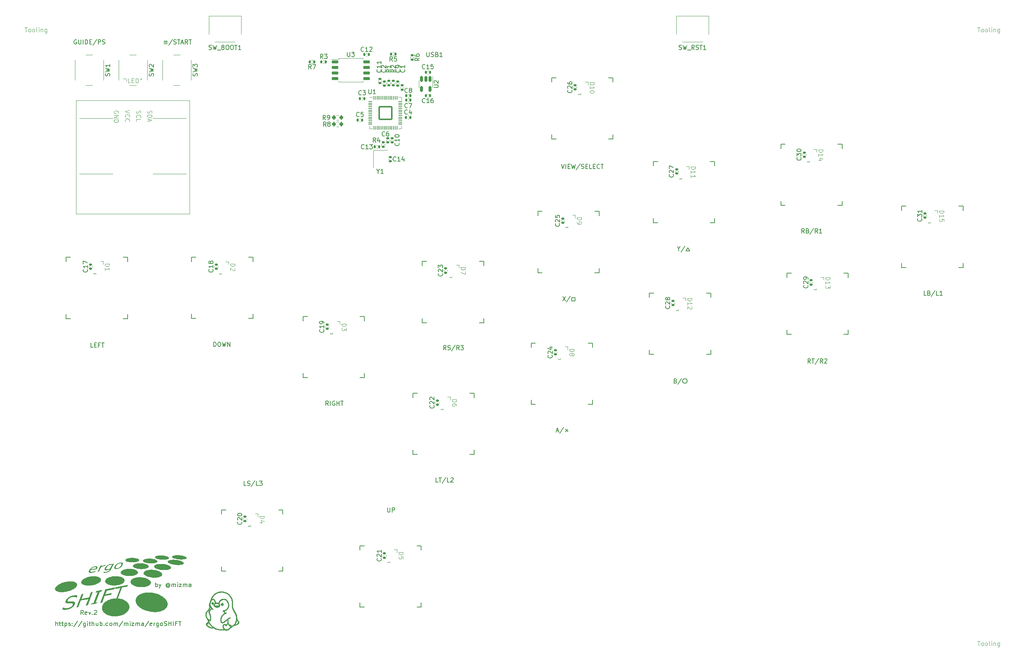
<source format=gto>
G04 #@! TF.GenerationSoftware,KiCad,Pcbnew,7.0.9*
G04 #@! TF.CreationDate,2024-08-28T09:30:32-07:00*
G04 #@! TF.ProjectId,ergoSHIFT-rgb,6572676f-5348-4494-9654-2d7267622e6b,rev?*
G04 #@! TF.SameCoordinates,Original*
G04 #@! TF.FileFunction,Legend,Top*
G04 #@! TF.FilePolarity,Positive*
%FSLAX46Y46*%
G04 Gerber Fmt 4.6, Leading zero omitted, Abs format (unit mm)*
G04 Created by KiCad (PCBNEW 7.0.9) date 2024-08-28 09:30:32*
%MOMM*%
%LPD*%
G01*
G04 APERTURE LIST*
G04 Aperture macros list*
%AMRoundRect*
0 Rectangle with rounded corners*
0 $1 Rounding radius*
0 $2 $3 $4 $5 $6 $7 $8 $9 X,Y pos of 4 corners*
0 Add a 4 corners polygon primitive as box body*
4,1,4,$2,$3,$4,$5,$6,$7,$8,$9,$2,$3,0*
0 Add four circle primitives for the rounded corners*
1,1,$1+$1,$2,$3*
1,1,$1+$1,$4,$5*
1,1,$1+$1,$6,$7*
1,1,$1+$1,$8,$9*
0 Add four rect primitives between the rounded corners*
20,1,$1+$1,$2,$3,$4,$5,0*
20,1,$1+$1,$4,$5,$6,$7,0*
20,1,$1+$1,$6,$7,$8,$9,0*
20,1,$1+$1,$8,$9,$2,$3,0*%
G04 Aperture macros list end*
%ADD10C,0.000000*%
%ADD11C,0.150000*%
%ADD12C,0.100000*%
%ADD13C,0.075000*%
%ADD14C,0.120000*%
%ADD15C,0.010000*%
%ADD16C,1.524000*%
%ADD17C,1.800000*%
%ADD18RoundRect,0.140000X0.170000X-0.140000X0.170000X0.140000X-0.170000X0.140000X-0.170000X-0.140000X0*%
%ADD19R,0.700000X0.800000*%
%ADD20RoundRect,0.140000X0.140000X0.170000X-0.140000X0.170000X-0.140000X-0.170000X0.140000X-0.170000X0*%
%ADD21C,1.701800*%
%ADD22C,3.000000*%
%ADD23C,3.429000*%
%ADD24C,0.990600*%
%ADD25RoundRect,0.140000X-0.140000X-0.170000X0.140000X-0.170000X0.140000X0.170000X-0.140000X0.170000X0*%
%ADD26C,1.448000*%
%ADD27C,1.500000*%
%ADD28RoundRect,0.150000X-0.650000X-0.150000X0.650000X-0.150000X0.650000X0.150000X-0.650000X0.150000X0*%
%ADD29C,2.000000*%
%ADD30RoundRect,0.140000X-0.170000X0.140000X-0.170000X-0.140000X0.170000X-0.140000X0.170000X0.140000X0*%
%ADD31RoundRect,0.135000X0.135000X0.185000X-0.135000X0.185000X-0.135000X-0.185000X0.135000X-0.185000X0*%
%ADD32RoundRect,0.135000X-0.185000X0.135000X-0.185000X-0.135000X0.185000X-0.135000X0.185000X0.135000X0*%
%ADD33RoundRect,0.135000X0.185000X-0.135000X0.185000X0.135000X-0.185000X0.135000X-0.185000X-0.135000X0*%
%ADD34C,0.650000*%
%ADD35R,0.600000X1.450000*%
%ADD36R,0.300000X1.450000*%
%ADD37O,1.000000X2.100000*%
%ADD38O,1.000000X1.600000*%
%ADD39RoundRect,0.050000X-0.387500X-0.050000X0.387500X-0.050000X0.387500X0.050000X-0.387500X0.050000X0*%
%ADD40RoundRect,0.050000X-0.050000X-0.387500X0.050000X-0.387500X0.050000X0.387500X-0.050000X0.387500X0*%
%ADD41RoundRect,0.144000X-1.456000X-1.456000X1.456000X-1.456000X1.456000X1.456000X-1.456000X1.456000X0*%
%ADD42RoundRect,0.200000X-0.200000X-0.275000X0.200000X-0.275000X0.200000X0.275000X-0.200000X0.275000X0*%
%ADD43RoundRect,0.200000X0.200000X0.275000X-0.200000X0.275000X-0.200000X-0.275000X0.200000X-0.275000X0*%
%ADD44RoundRect,0.150000X-0.150000X0.512500X-0.150000X-0.512500X0.150000X-0.512500X0.150000X0.512500X0*%
%ADD45R,1.200000X1.400000*%
%ADD46RoundRect,0.135000X-0.135000X-0.185000X0.135000X-0.185000X0.135000X0.185000X-0.135000X0.185000X0*%
G04 APERTURE END LIST*
D10*
G36*
X78740067Y-180996798D02*
G01*
X77532792Y-181234028D01*
X76502979Y-183943784D01*
X76053657Y-184032077D01*
X77083471Y-181322322D01*
X75876195Y-181559552D01*
X76014238Y-181196324D01*
X78878109Y-180633571D01*
X78740067Y-180996798D01*
G37*
G36*
X86507177Y-173892171D02*
G01*
X86670237Y-173900625D01*
X86832963Y-173914055D01*
X86990659Y-173931982D01*
X87142543Y-173954111D01*
X87287829Y-173980145D01*
X87425732Y-174009790D01*
X87555469Y-174042749D01*
X87676254Y-174078725D01*
X87787303Y-174117423D01*
X87887831Y-174158547D01*
X87977055Y-174201801D01*
X88054188Y-174246889D01*
X88118447Y-174293515D01*
X88169047Y-174341383D01*
X88205204Y-174390197D01*
X88217621Y-174414866D01*
X88226133Y-174439660D01*
X88230641Y-174464543D01*
X88231049Y-174489478D01*
X88227310Y-174514134D01*
X88219514Y-174538191D01*
X88207763Y-174561624D01*
X88192158Y-174584411D01*
X88172802Y-174606528D01*
X88149798Y-174627951D01*
X88123246Y-174648657D01*
X88093250Y-174668622D01*
X88059912Y-174687822D01*
X88023333Y-174706235D01*
X87983615Y-174723836D01*
X87940862Y-174740602D01*
X87895175Y-174756510D01*
X87846656Y-174771535D01*
X87795407Y-174785655D01*
X87741530Y-174798846D01*
X87626303Y-174822345D01*
X87501792Y-174841845D01*
X87368813Y-174857157D01*
X87228183Y-174868092D01*
X87080721Y-174874463D01*
X86927242Y-174876081D01*
X86768564Y-174872757D01*
X86605503Y-174864303D01*
X86442777Y-174850874D01*
X86285080Y-174832947D01*
X86133196Y-174810818D01*
X85987910Y-174784783D01*
X85850007Y-174755138D01*
X85720270Y-174722180D01*
X85599485Y-174686203D01*
X85488437Y-174647505D01*
X85387909Y-174606381D01*
X85298686Y-174563127D01*
X85221553Y-174518039D01*
X85157294Y-174471413D01*
X85106694Y-174423545D01*
X85070538Y-174374731D01*
X85058121Y-174350062D01*
X85049609Y-174325267D01*
X85045101Y-174300384D01*
X85044693Y-174275450D01*
X85048432Y-174250794D01*
X85056228Y-174226737D01*
X85067979Y-174203304D01*
X85083583Y-174180517D01*
X85102939Y-174158400D01*
X85125943Y-174136977D01*
X85152495Y-174116271D01*
X85182491Y-174096306D01*
X85215829Y-174077106D01*
X85252408Y-174058693D01*
X85292125Y-174041092D01*
X85334878Y-174024326D01*
X85380566Y-174008418D01*
X85429085Y-173993392D01*
X85480333Y-173979273D01*
X85534210Y-173966082D01*
X85649436Y-173942583D01*
X85773948Y-173923083D01*
X85906927Y-173907771D01*
X86047556Y-173896836D01*
X86195019Y-173890465D01*
X86348498Y-173888847D01*
X86507177Y-173892171D01*
G37*
G36*
X75749109Y-181584523D02*
G01*
X74040316Y-181920302D01*
X73710900Y-182787095D01*
X75179146Y-182498582D01*
X75041106Y-182861810D01*
X73572859Y-183150321D01*
X73010500Y-184630058D01*
X72561179Y-184718351D01*
X73729033Y-181645369D01*
X75887147Y-181221297D01*
X75749109Y-181584523D01*
G37*
G36*
X66960980Y-182995764D02*
G01*
X67025712Y-182998620D01*
X67087973Y-183002797D01*
X67147763Y-183008295D01*
X67205083Y-183015114D01*
X67259932Y-183023254D01*
X67312311Y-183032716D01*
X67362218Y-183043498D01*
X67178687Y-183526424D01*
X67146917Y-183532669D01*
X67129309Y-183519128D01*
X67110591Y-183506178D01*
X67090762Y-183493820D01*
X67069822Y-183482053D01*
X67047772Y-183470877D01*
X67024612Y-183460293D01*
X67000340Y-183450299D01*
X66974959Y-183440897D01*
X66948466Y-183432086D01*
X66920863Y-183423866D01*
X66892150Y-183416237D01*
X66862326Y-183409200D01*
X66831392Y-183402754D01*
X66799347Y-183396899D01*
X66766191Y-183391635D01*
X66731925Y-183386962D01*
X66697276Y-183382671D01*
X66662209Y-183379178D01*
X66626724Y-183376484D01*
X66590820Y-183374587D01*
X66554499Y-183373489D01*
X66517759Y-183373189D01*
X66480600Y-183373687D01*
X66443024Y-183374984D01*
X66366616Y-183379972D01*
X66288536Y-183388154D01*
X66208783Y-183399528D01*
X66127357Y-183414096D01*
X66082602Y-183423383D01*
X66038541Y-183433518D01*
X65995176Y-183444501D01*
X65952505Y-183456333D01*
X65910529Y-183469012D01*
X65869247Y-183482540D01*
X65828661Y-183496915D01*
X65788769Y-183512139D01*
X65749572Y-183528211D01*
X65711070Y-183545131D01*
X65673262Y-183562899D01*
X65636150Y-183581516D01*
X65599732Y-183600980D01*
X65564009Y-183621293D01*
X65528981Y-183642454D01*
X65494648Y-183664463D01*
X65461680Y-183686979D01*
X65430182Y-183709773D01*
X65400152Y-183732846D01*
X65371592Y-183756197D01*
X65344501Y-183779827D01*
X65318879Y-183803734D01*
X65294726Y-183827920D01*
X65272042Y-183852384D01*
X65250827Y-183877127D01*
X65231081Y-183902147D01*
X65212805Y-183927446D01*
X65195998Y-183953023D01*
X65180659Y-183978879D01*
X65166790Y-184005012D01*
X65154390Y-184031424D01*
X65143459Y-184058115D01*
X65134890Y-184081700D01*
X65127416Y-184104473D01*
X65121038Y-184126434D01*
X65115757Y-184147583D01*
X65111572Y-184167920D01*
X65108482Y-184187445D01*
X65106489Y-184206157D01*
X65105592Y-184224058D01*
X65105791Y-184241146D01*
X65107086Y-184257422D01*
X65109478Y-184272886D01*
X65112965Y-184287538D01*
X65117548Y-184301378D01*
X65123228Y-184314405D01*
X65130004Y-184326620D01*
X65137875Y-184338024D01*
X65142266Y-184343440D01*
X65147019Y-184348692D01*
X65152133Y-184353780D01*
X65157610Y-184358703D01*
X65163448Y-184363462D01*
X65169648Y-184368057D01*
X65176210Y-184372487D01*
X65183133Y-184376753D01*
X65190419Y-184380855D01*
X65198066Y-184384792D01*
X65214447Y-184392174D01*
X65232274Y-184398898D01*
X65251549Y-184404965D01*
X65272272Y-184410375D01*
X65294442Y-184415127D01*
X65318059Y-184419222D01*
X65343124Y-184422659D01*
X65369636Y-184425439D01*
X65397596Y-184427561D01*
X65427003Y-184429026D01*
X65457857Y-184429834D01*
X65532350Y-184429279D01*
X65621572Y-184427262D01*
X65725524Y-184423783D01*
X65844206Y-184418842D01*
X65965098Y-184414302D01*
X66075678Y-184412028D01*
X66175949Y-184412019D01*
X66222218Y-184412864D01*
X66265910Y-184414276D01*
X66307819Y-184416879D01*
X66348000Y-184420494D01*
X66386451Y-184425120D01*
X66423172Y-184430757D01*
X66458164Y-184437405D01*
X66491426Y-184445065D01*
X66522959Y-184453736D01*
X66552762Y-184463418D01*
X66580835Y-184474111D01*
X66607179Y-184485816D01*
X66631794Y-184498532D01*
X66654679Y-184512259D01*
X66675834Y-184526997D01*
X66695260Y-184542747D01*
X66712956Y-184559508D01*
X66728923Y-184577280D01*
X66736234Y-184586598D01*
X66743063Y-184596276D01*
X66749412Y-184606313D01*
X66755279Y-184616709D01*
X66760666Y-184627465D01*
X66765571Y-184638580D01*
X66769995Y-184650054D01*
X66773938Y-184661888D01*
X66777400Y-184674081D01*
X66780381Y-184686633D01*
X66782881Y-184699545D01*
X66784900Y-184712816D01*
X66786438Y-184726447D01*
X66787494Y-184740437D01*
X66788164Y-184769495D01*
X66786910Y-184799990D01*
X66783732Y-184831922D01*
X66778629Y-184865292D01*
X66771602Y-184900099D01*
X66762650Y-184936344D01*
X66751775Y-184974026D01*
X66738975Y-185013146D01*
X66724250Y-185053703D01*
X66715364Y-185076200D01*
X66705763Y-185098810D01*
X66695447Y-185121530D01*
X66684416Y-185144361D01*
X66672670Y-185167303D01*
X66660210Y-185190355D01*
X66647036Y-185213518D01*
X66633147Y-185236791D01*
X66618543Y-185260175D01*
X66603224Y-185283669D01*
X66587191Y-185307274D01*
X66570443Y-185330990D01*
X66552980Y-185354816D01*
X66534803Y-185378752D01*
X66515911Y-185402800D01*
X66496305Y-185426958D01*
X66476412Y-185450963D01*
X66456093Y-185474664D01*
X66435348Y-185498060D01*
X66414178Y-185521153D01*
X66392582Y-185543941D01*
X66370560Y-185566425D01*
X66348113Y-185588605D01*
X66325240Y-185610480D01*
X66301941Y-185632051D01*
X66278217Y-185653318D01*
X66254066Y-185674281D01*
X66229490Y-185694939D01*
X66204488Y-185715294D01*
X66179061Y-185735344D01*
X66153208Y-185755090D01*
X66126929Y-185774532D01*
X66068379Y-185815756D01*
X66008601Y-185855551D01*
X65947594Y-185893916D01*
X65885359Y-185930852D01*
X65821896Y-185966358D01*
X65757204Y-186000434D01*
X65691284Y-186033081D01*
X65624135Y-186064298D01*
X65555820Y-186093836D01*
X65485267Y-186121664D01*
X65412476Y-186147784D01*
X65337448Y-186172195D01*
X65260182Y-186194897D01*
X65180677Y-186215891D01*
X65098935Y-186235176D01*
X65014955Y-186252752D01*
X64925117Y-186269509D01*
X64838284Y-186283886D01*
X64754456Y-186295883D01*
X64673632Y-186305499D01*
X64595814Y-186312734D01*
X64520999Y-186317588D01*
X64449190Y-186320061D01*
X64380385Y-186320154D01*
X64313827Y-186318045D01*
X64247625Y-186314136D01*
X64181780Y-186308426D01*
X64116290Y-186300915D01*
X64051157Y-186291603D01*
X63986381Y-186280490D01*
X63921961Y-186267577D01*
X63857897Y-186252862D01*
X64052409Y-185741043D01*
X64084180Y-185734800D01*
X64107460Y-185752343D01*
X64131625Y-185769070D01*
X64156673Y-185784983D01*
X64182605Y-185800080D01*
X64209422Y-185814363D01*
X64237122Y-185827830D01*
X64265706Y-185840482D01*
X64295175Y-185852318D01*
X64325527Y-185863340D01*
X64356763Y-185873546D01*
X64388884Y-185882937D01*
X64421888Y-185891513D01*
X64455776Y-185899273D01*
X64490549Y-185906218D01*
X64526205Y-185912348D01*
X64562745Y-185917663D01*
X64636696Y-185925959D01*
X64710621Y-185931215D01*
X64784519Y-185933434D01*
X64858391Y-185932614D01*
X64932236Y-185928755D01*
X65006055Y-185921859D01*
X65079848Y-185911923D01*
X65153614Y-185898950D01*
X65205292Y-185888281D01*
X65255940Y-185876784D01*
X65305557Y-185864461D01*
X65354142Y-185851311D01*
X65401697Y-185837334D01*
X65448221Y-185822530D01*
X65493713Y-185806899D01*
X65538175Y-185790442D01*
X65581606Y-185773157D01*
X65624006Y-185755046D01*
X65665375Y-185736108D01*
X65705713Y-185716343D01*
X65745020Y-185695751D01*
X65783296Y-185674332D01*
X65820541Y-185652087D01*
X65856755Y-185629014D01*
X65891965Y-185605282D01*
X65925631Y-185581166D01*
X65957752Y-185556668D01*
X65988330Y-185531787D01*
X66017363Y-185506523D01*
X66044852Y-185480876D01*
X66070797Y-185454846D01*
X66095197Y-185428434D01*
X66118053Y-185401638D01*
X66139365Y-185374460D01*
X66159133Y-185346899D01*
X66177357Y-185318955D01*
X66194036Y-185290628D01*
X66209171Y-185261918D01*
X66222762Y-185232825D01*
X66234809Y-185203350D01*
X66243922Y-185178314D01*
X66251847Y-185154289D01*
X66258584Y-185131272D01*
X66264135Y-185109264D01*
X66268498Y-185088266D01*
X66271673Y-185068276D01*
X66273661Y-185049296D01*
X66274462Y-185031325D01*
X66274076Y-185014363D01*
X66272502Y-184998410D01*
X66269741Y-184983467D01*
X66265792Y-184969533D01*
X66260656Y-184956607D01*
X66254333Y-184944691D01*
X66246822Y-184933784D01*
X66238124Y-184923887D01*
X66228600Y-184914695D01*
X66218043Y-184906020D01*
X66206453Y-184897861D01*
X66193830Y-184890219D01*
X66180174Y-184883093D01*
X66165486Y-184876483D01*
X66149764Y-184870389D01*
X66133010Y-184864812D01*
X66115223Y-184859751D01*
X66096402Y-184855206D01*
X66076549Y-184851178D01*
X66055663Y-184847665D01*
X66033744Y-184844669D01*
X66010793Y-184842190D01*
X65986808Y-184840226D01*
X65961791Y-184838779D01*
X65922616Y-184837138D01*
X65882348Y-184836130D01*
X65840986Y-184835754D01*
X65798531Y-184836010D01*
X65754982Y-184836898D01*
X65710340Y-184838419D01*
X65664605Y-184840573D01*
X65617776Y-184843358D01*
X65522941Y-184848746D01*
X65425673Y-184852940D01*
X65325972Y-184855941D01*
X65223836Y-184857749D01*
X65172873Y-184857298D01*
X65124080Y-184855540D01*
X65077457Y-184852475D01*
X65033004Y-184848103D01*
X64990721Y-184842425D01*
X64950608Y-184835440D01*
X64912664Y-184827149D01*
X64876891Y-184817551D01*
X64843287Y-184806646D01*
X64811853Y-184794435D01*
X64782589Y-184780917D01*
X64755495Y-184766093D01*
X64730570Y-184749962D01*
X64707816Y-184732524D01*
X64687231Y-184713780D01*
X64668816Y-184693729D01*
X64660600Y-184683056D01*
X64652897Y-184672054D01*
X64645710Y-184660723D01*
X64639036Y-184649064D01*
X64632878Y-184637076D01*
X64627233Y-184624760D01*
X64622104Y-184612115D01*
X64617489Y-184599141D01*
X64613388Y-184585839D01*
X64609802Y-184572208D01*
X64606730Y-184558248D01*
X64604173Y-184543960D01*
X64600602Y-184514398D01*
X64599090Y-184483522D01*
X64599635Y-184451331D01*
X64602239Y-184417825D01*
X64606900Y-184383005D01*
X64613620Y-184346871D01*
X64622398Y-184309422D01*
X64633233Y-184270658D01*
X64646127Y-184230580D01*
X64661078Y-184189188D01*
X64680604Y-184141219D01*
X64702514Y-184093797D01*
X64726809Y-184046921D01*
X64753488Y-184000591D01*
X64782552Y-183954806D01*
X64814000Y-183909568D01*
X64847833Y-183864876D01*
X64884050Y-183820729D01*
X64922652Y-183777129D01*
X64963638Y-183734074D01*
X65007009Y-183691566D01*
X65052765Y-183649603D01*
X65100905Y-183608187D01*
X65151429Y-183567316D01*
X65204338Y-183526991D01*
X65259632Y-183487213D01*
X65316602Y-183448268D01*
X65374343Y-183410962D01*
X65432856Y-183375295D01*
X65492140Y-183341266D01*
X65552197Y-183308877D01*
X65613025Y-183278126D01*
X65674624Y-183249013D01*
X65736995Y-183221539D01*
X65800138Y-183195704D01*
X65864053Y-183171508D01*
X65928739Y-183148951D01*
X65994197Y-183128032D01*
X66060427Y-183108751D01*
X66127428Y-183091110D01*
X66195201Y-183075107D01*
X66263746Y-183060743D01*
X66351527Y-183044389D01*
X66436729Y-183030332D01*
X66519352Y-183018573D01*
X66599395Y-183009110D01*
X66676859Y-183001944D01*
X66751745Y-182997076D01*
X66824051Y-182994504D01*
X66893777Y-182994230D01*
X66960980Y-182995764D01*
G37*
G36*
X72845057Y-182109340D02*
G01*
X72402541Y-182196294D01*
X71473116Y-184641885D01*
X71915636Y-184554931D01*
X71796419Y-184868627D01*
X70462061Y-185130828D01*
X70581277Y-184817132D01*
X71023795Y-184730178D01*
X71953219Y-182284587D01*
X71510699Y-182371541D01*
X71629916Y-182057846D01*
X72964274Y-181795645D01*
X72845057Y-182109340D01*
G37*
G36*
X86635651Y-175831503D02*
G01*
X86832878Y-175845378D01*
X87029447Y-175866357D01*
X87219690Y-175893707D01*
X87402672Y-175926995D01*
X87577457Y-175965791D01*
X87743109Y-176009662D01*
X87898692Y-176058178D01*
X88043271Y-176110907D01*
X88175908Y-176167417D01*
X88295669Y-176227276D01*
X88401618Y-176290054D01*
X88492818Y-176355319D01*
X88568333Y-176422639D01*
X88627228Y-176491582D01*
X88650151Y-176526528D01*
X88668567Y-176561718D01*
X88682360Y-176597098D01*
X88691414Y-176632615D01*
X88695610Y-176668213D01*
X88694832Y-176703840D01*
X88689043Y-176739024D01*
X88678366Y-176773306D01*
X88662926Y-176806654D01*
X88642848Y-176839037D01*
X88618257Y-176870420D01*
X88589279Y-176900772D01*
X88556038Y-176930061D01*
X88518659Y-176958253D01*
X88477267Y-176985316D01*
X88431988Y-177011218D01*
X88382946Y-177035926D01*
X88330266Y-177059407D01*
X88274074Y-177081630D01*
X88214493Y-177102561D01*
X88151650Y-177122168D01*
X88085670Y-177140419D01*
X88016677Y-177157281D01*
X87944796Y-177172721D01*
X87870152Y-177186707D01*
X87792871Y-177199207D01*
X87630895Y-177219616D01*
X87459869Y-177233689D01*
X87280793Y-177241165D01*
X87094666Y-177241784D01*
X86902489Y-177235286D01*
X86705262Y-177221411D01*
X86508693Y-177200432D01*
X86318449Y-177173083D01*
X86135467Y-177139795D01*
X85960682Y-177100999D01*
X85795030Y-177057127D01*
X85639446Y-177008612D01*
X85494868Y-176955883D01*
X85362230Y-176899373D01*
X85242469Y-176839514D01*
X85136520Y-176776736D01*
X85045321Y-176711471D01*
X84969805Y-176644151D01*
X84910910Y-176575208D01*
X84887987Y-176540262D01*
X84869571Y-176505072D01*
X84855778Y-176469692D01*
X84846724Y-176434175D01*
X84842528Y-176398576D01*
X84843306Y-176362949D01*
X84849095Y-176327766D01*
X84859772Y-176293484D01*
X84875212Y-176260135D01*
X84895290Y-176227753D01*
X84919881Y-176196369D01*
X84948859Y-176166017D01*
X84982100Y-176136729D01*
X85019479Y-176108537D01*
X85060870Y-176081473D01*
X85106150Y-176055572D01*
X85155192Y-176030864D01*
X85207872Y-176007382D01*
X85264064Y-175985159D01*
X85323644Y-175964228D01*
X85386487Y-175944621D01*
X85452468Y-175926370D01*
X85521461Y-175909509D01*
X85593342Y-175894069D01*
X85667986Y-175880082D01*
X85745267Y-175867583D01*
X85907243Y-175847174D01*
X86078269Y-175833101D01*
X86257346Y-175825625D01*
X86443473Y-175825005D01*
X86635651Y-175831503D01*
G37*
G36*
X65980394Y-179823296D02*
G01*
X66184702Y-179842270D01*
X66375420Y-179872274D01*
X66551188Y-179913045D01*
X66710648Y-179964322D01*
X66852441Y-180025841D01*
X66975207Y-180097340D01*
X67077588Y-180178557D01*
X67120709Y-180222727D01*
X67158225Y-180269229D01*
X67189964Y-180318028D01*
X67215758Y-180369093D01*
X67235436Y-180422391D01*
X67248829Y-180477889D01*
X67255699Y-180534871D01*
X67256017Y-180592577D01*
X67249928Y-180650902D01*
X67237579Y-180709741D01*
X67219114Y-180768989D01*
X67194677Y-180828543D01*
X67164415Y-180888296D01*
X67128472Y-180948146D01*
X67086994Y-181007988D01*
X67040125Y-181067716D01*
X66988011Y-181127227D01*
X66930797Y-181186416D01*
X66868628Y-181245178D01*
X66801650Y-181303409D01*
X66730006Y-181361004D01*
X66653843Y-181417858D01*
X66573305Y-181473869D01*
X66488538Y-181528929D01*
X66399687Y-181582936D01*
X66306897Y-181635785D01*
X66210313Y-181687370D01*
X66110080Y-181737588D01*
X66006343Y-181786334D01*
X65899248Y-181833504D01*
X65788940Y-181878993D01*
X65675563Y-181922696D01*
X65559263Y-181964509D01*
X65440185Y-182004327D01*
X65318474Y-182042046D01*
X65194275Y-182077561D01*
X65067734Y-182110769D01*
X64938995Y-182141563D01*
X64681683Y-182194279D01*
X64429806Y-182234391D01*
X64184726Y-182262161D01*
X63947800Y-182277851D01*
X63720388Y-182281724D01*
X63503848Y-182274043D01*
X63299540Y-182255069D01*
X63108822Y-182225065D01*
X62933053Y-182184293D01*
X62773593Y-182133017D01*
X62631801Y-182071498D01*
X62509035Y-181999999D01*
X62406654Y-181918782D01*
X62363532Y-181874612D01*
X62326017Y-181828110D01*
X62294277Y-181779311D01*
X62268484Y-181728246D01*
X62248805Y-181674948D01*
X62235412Y-181619451D01*
X62228543Y-181562468D01*
X62228225Y-181504762D01*
X62234313Y-181446437D01*
X62246663Y-181387598D01*
X62265128Y-181328349D01*
X62289565Y-181268796D01*
X62319827Y-181209042D01*
X62355770Y-181149192D01*
X62397248Y-181089350D01*
X62444117Y-181029622D01*
X62496230Y-180970111D01*
X62553445Y-180910922D01*
X62615614Y-180852160D01*
X62682592Y-180793930D01*
X62754236Y-180736335D01*
X62830399Y-180679480D01*
X62910937Y-180623470D01*
X62995704Y-180568409D01*
X63084555Y-180514402D01*
X63177345Y-180461554D01*
X63273929Y-180409968D01*
X63374162Y-180359750D01*
X63477899Y-180311004D01*
X63584994Y-180263834D01*
X63695302Y-180218346D01*
X63808679Y-180174643D01*
X63924979Y-180132830D01*
X64044057Y-180093012D01*
X64165768Y-180055293D01*
X64289966Y-180019777D01*
X64416507Y-179986570D01*
X64545246Y-179955776D01*
X64802559Y-179903059D01*
X65054435Y-179862947D01*
X65299516Y-179835177D01*
X65536442Y-179819487D01*
X65763854Y-179815614D01*
X65980394Y-179823296D01*
G37*
G36*
X75053896Y-177000894D02*
G01*
X75031152Y-177044722D01*
X75007408Y-177087336D01*
X74982665Y-177128737D01*
X74956923Y-177168924D01*
X74930181Y-177207898D01*
X74902441Y-177245658D01*
X74873701Y-177282205D01*
X74843963Y-177317538D01*
X74813225Y-177351658D01*
X74781488Y-177384564D01*
X74748751Y-177416256D01*
X74715016Y-177446735D01*
X74680281Y-177476000D01*
X74644547Y-177504052D01*
X74607814Y-177530891D01*
X74570082Y-177556515D01*
X74531239Y-177581025D01*
X74491174Y-177604518D01*
X74449888Y-177626993D01*
X74407379Y-177648451D01*
X74363648Y-177668892D01*
X74318695Y-177688316D01*
X74272521Y-177706722D01*
X74225124Y-177724112D01*
X74176505Y-177740484D01*
X74126665Y-177755839D01*
X74075602Y-177770177D01*
X74023317Y-177783498D01*
X73969811Y-177795801D01*
X73915082Y-177807088D01*
X73859131Y-177817357D01*
X73801958Y-177826609D01*
X73763815Y-177832146D01*
X73726141Y-177837141D01*
X73688938Y-177841596D01*
X73652205Y-177845509D01*
X73615941Y-177848882D01*
X73580149Y-177851713D01*
X73544826Y-177854003D01*
X73509974Y-177855752D01*
X73475793Y-177857255D01*
X73441934Y-177858312D01*
X73408399Y-177858921D01*
X73375188Y-177859084D01*
X73342299Y-177858801D01*
X73309734Y-177858071D01*
X73277491Y-177856894D01*
X73245571Y-177855271D01*
X73365883Y-177614947D01*
X73383131Y-177612337D01*
X73401525Y-177614904D01*
X73422673Y-177617344D01*
X73446574Y-177619656D01*
X73473230Y-177621841D01*
X73502639Y-177623899D01*
X73534803Y-177625828D01*
X73569721Y-177627631D01*
X73607394Y-177629306D01*
X73646551Y-177630701D01*
X73686237Y-177631041D01*
X73726452Y-177630324D01*
X73767195Y-177628552D01*
X73808467Y-177625723D01*
X73850268Y-177621838D01*
X73892597Y-177616897D01*
X73935454Y-177610900D01*
X73976187Y-177604320D01*
X74015592Y-177597110D01*
X74053668Y-177589270D01*
X74090416Y-177580799D01*
X74125835Y-177571698D01*
X74159926Y-177561966D01*
X74192689Y-177551604D01*
X74224123Y-177540612D01*
X74254315Y-177529066D01*
X74283350Y-177517044D01*
X74311229Y-177504547D01*
X74337950Y-177491574D01*
X74363515Y-177478125D01*
X74387922Y-177464201D01*
X74411173Y-177449801D01*
X74433266Y-177434926D01*
X74454086Y-177420207D01*
X74474141Y-177405025D01*
X74483882Y-177397261D01*
X74493432Y-177389381D01*
X74502790Y-177381385D01*
X74511957Y-177373274D01*
X74520933Y-177365046D01*
X74529718Y-177356704D01*
X74538312Y-177348245D01*
X74546715Y-177339671D01*
X74554926Y-177330981D01*
X74562946Y-177322175D01*
X74570775Y-177313254D01*
X74578413Y-177304217D01*
X74593222Y-177285834D01*
X74607476Y-177267066D01*
X74621175Y-177247911D01*
X74634321Y-177228370D01*
X74646913Y-177208443D01*
X74658950Y-177188130D01*
X74670433Y-177167431D01*
X74681363Y-177146345D01*
X74745278Y-177018673D01*
X74698493Y-177044805D01*
X74652751Y-177069549D01*
X74608052Y-177092907D01*
X74564397Y-177114878D01*
X74521784Y-177135461D01*
X74480214Y-177154658D01*
X74439688Y-177172467D01*
X74400204Y-177188889D01*
X74360995Y-177203770D01*
X74320114Y-177217711D01*
X74277562Y-177230711D01*
X74233337Y-177242771D01*
X74187441Y-177253891D01*
X74139872Y-177264072D01*
X74090632Y-177273312D01*
X74039721Y-177281612D01*
X73997504Y-177287350D01*
X73957097Y-177291512D01*
X73918500Y-177294098D01*
X73881712Y-177295110D01*
X73846735Y-177294546D01*
X73813568Y-177292406D01*
X73782210Y-177288691D01*
X73752663Y-177283401D01*
X73724925Y-177276536D01*
X73698998Y-177268095D01*
X73674880Y-177258079D01*
X73652572Y-177246487D01*
X73632074Y-177233320D01*
X73613386Y-177218578D01*
X73596508Y-177202261D01*
X73581440Y-177184368D01*
X73574775Y-177174759D01*
X73568648Y-177164802D01*
X73563060Y-177154497D01*
X73558011Y-177143844D01*
X73553500Y-177132843D01*
X73549528Y-177121493D01*
X73546094Y-177109796D01*
X73543199Y-177097750D01*
X73540843Y-177085356D01*
X73539025Y-177072615D01*
X73537745Y-177059524D01*
X73537005Y-177046086D01*
X73536803Y-177032300D01*
X73537139Y-177018166D01*
X73539428Y-176988852D01*
X73543871Y-176958147D01*
X73550469Y-176926048D01*
X73554622Y-176910154D01*
X73891212Y-176910154D01*
X73891837Y-176927788D01*
X73893798Y-176944397D01*
X73897093Y-176959981D01*
X73901723Y-176974541D01*
X73907688Y-176988077D01*
X73911211Y-176994448D01*
X73915144Y-177000538D01*
X73919490Y-177006346D01*
X73924248Y-177011872D01*
X73929417Y-177017117D01*
X73934998Y-177022081D01*
X73940991Y-177026763D01*
X73947396Y-177031164D01*
X73954212Y-177035283D01*
X73961441Y-177039120D01*
X73969081Y-177042676D01*
X73977133Y-177045951D01*
X73985597Y-177048944D01*
X73994473Y-177051656D01*
X74003761Y-177054086D01*
X74013460Y-177056235D01*
X74023571Y-177058102D01*
X74034094Y-177059688D01*
X74045029Y-177060992D01*
X74056376Y-177062014D01*
X74068134Y-177062756D01*
X74080305Y-177063215D01*
X74092887Y-177063394D01*
X74105881Y-177063290D01*
X74133104Y-177062239D01*
X74161975Y-177060063D01*
X74192492Y-177056760D01*
X74224657Y-177052331D01*
X74260322Y-177046374D01*
X74296593Y-177039204D01*
X74333471Y-177030822D01*
X74370956Y-177021227D01*
X74409048Y-177010420D01*
X74447746Y-176998400D01*
X74487052Y-176985168D01*
X74526965Y-176970723D01*
X74567597Y-176954941D01*
X74607886Y-176938451D01*
X74647831Y-176921253D01*
X74687434Y-176903349D01*
X74726693Y-176884737D01*
X74765609Y-176865418D01*
X74804182Y-176845392D01*
X74842411Y-176824658D01*
X74842409Y-176824658D01*
X75224024Y-176062383D01*
X75197083Y-176056988D01*
X75170289Y-176052293D01*
X75143642Y-176048300D01*
X75117143Y-176045007D01*
X75090791Y-176042414D01*
X75064587Y-176040523D01*
X75038529Y-176039332D01*
X75012619Y-176038842D01*
X74987224Y-176038618D01*
X74961535Y-176038980D01*
X74935552Y-176039929D01*
X74909275Y-176041465D01*
X74882705Y-176043587D01*
X74855841Y-176046296D01*
X74828683Y-176049592D01*
X74801232Y-176053475D01*
X74768002Y-176058973D01*
X74735153Y-176065354D01*
X74702684Y-176072617D01*
X74670595Y-176080762D01*
X74638887Y-176089790D01*
X74607559Y-176099700D01*
X74576611Y-176110493D01*
X74546043Y-176122168D01*
X74515855Y-176134726D01*
X74486048Y-176148166D01*
X74456621Y-176162488D01*
X74427574Y-176177693D01*
X74398908Y-176193780D01*
X74370621Y-176210749D01*
X74342715Y-176228601D01*
X74315190Y-176247335D01*
X74288224Y-176266880D01*
X74261997Y-176287162D01*
X74236510Y-176308182D01*
X74211761Y-176329939D01*
X74187752Y-176352435D01*
X74164482Y-176375668D01*
X74141951Y-176399638D01*
X74120159Y-176424347D01*
X74099106Y-176449793D01*
X74078792Y-176475977D01*
X74059218Y-176502899D01*
X74040383Y-176530558D01*
X74022287Y-176558956D01*
X74004930Y-176588091D01*
X73988312Y-176617963D01*
X73972433Y-176648574D01*
X73958375Y-176677476D01*
X73945652Y-176705354D01*
X73934263Y-176732207D01*
X73924210Y-176758036D01*
X73915491Y-176782840D01*
X73908107Y-176806620D01*
X73902058Y-176829376D01*
X73897344Y-176851107D01*
X73893965Y-176871814D01*
X73891921Y-176891496D01*
X73891212Y-176910154D01*
X73554622Y-176910154D01*
X73559221Y-176892558D01*
X73570127Y-176857675D01*
X73583187Y-176821399D01*
X73598402Y-176783731D01*
X73615771Y-176744671D01*
X73635294Y-176704218D01*
X73658539Y-176659776D01*
X73683156Y-176616573D01*
X73695980Y-176595436D01*
X73709146Y-176574609D01*
X73722656Y-176554091D01*
X73736509Y-176533882D01*
X73750705Y-176513984D01*
X73765245Y-176494394D01*
X73780127Y-176475115D01*
X73795353Y-176456145D01*
X73810922Y-176437485D01*
X73826834Y-176419134D01*
X73843090Y-176401093D01*
X73859688Y-176383361D01*
X73894314Y-176348278D01*
X73929936Y-176314093D01*
X73966554Y-176280805D01*
X74004166Y-176248415D01*
X74042775Y-176216923D01*
X74082379Y-176186329D01*
X74122978Y-176156632D01*
X74164572Y-176127833D01*
X74204165Y-176101886D01*
X74244641Y-176076963D01*
X74286000Y-176053062D01*
X74328241Y-176030185D01*
X74371365Y-176008332D01*
X74415372Y-175987501D01*
X74460260Y-175967694D01*
X74506031Y-175948911D01*
X74551983Y-175931112D01*
X74597097Y-175914886D01*
X74641374Y-175900233D01*
X74684814Y-175887152D01*
X74727416Y-175875645D01*
X74769182Y-175865710D01*
X74810110Y-175857348D01*
X74850201Y-175850558D01*
X74890972Y-175844751D01*
X74929626Y-175839986D01*
X74966163Y-175836265D01*
X75000584Y-175833587D01*
X75032889Y-175831953D01*
X75063077Y-175831362D01*
X75091148Y-175831814D01*
X75117102Y-175833310D01*
X75142569Y-175835331D01*
X75168002Y-175838116D01*
X75193401Y-175841666D01*
X75218767Y-175845980D01*
X75244099Y-175851058D01*
X75269397Y-175856901D01*
X75294661Y-175863508D01*
X75319891Y-175870879D01*
X75370657Y-175807668D01*
X75674238Y-175761731D01*
X75053896Y-177000894D01*
G37*
G36*
X81736787Y-175673960D02*
G01*
X81829871Y-175676345D01*
X82014652Y-175686222D01*
X82193881Y-175702540D01*
X82366660Y-175724933D01*
X82532090Y-175753035D01*
X82689272Y-175786482D01*
X82837309Y-175824909D01*
X82975302Y-175867951D01*
X83102353Y-175915242D01*
X83217563Y-175966417D01*
X83320034Y-176021111D01*
X83408868Y-176078960D01*
X83483166Y-176139597D01*
X83542031Y-176202658D01*
X83565394Y-176234983D01*
X83584563Y-176267778D01*
X83599424Y-176300996D01*
X83609864Y-176334591D01*
X83615773Y-176368519D01*
X83617037Y-176402733D01*
X83613595Y-176436783D01*
X83605537Y-176470223D01*
X83592979Y-176503016D01*
X83576034Y-176535123D01*
X83554818Y-176566508D01*
X83529446Y-176597133D01*
X83500033Y-176626959D01*
X83466693Y-176655949D01*
X83429542Y-176684066D01*
X83388695Y-176711271D01*
X83344267Y-176737527D01*
X83296372Y-176762797D01*
X83245125Y-176787042D01*
X83190643Y-176810225D01*
X83133038Y-176832308D01*
X83072427Y-176853253D01*
X83008924Y-176873023D01*
X82942645Y-176891580D01*
X82873703Y-176908886D01*
X82802215Y-176924904D01*
X82728295Y-176939596D01*
X82652058Y-176952923D01*
X82573620Y-176964850D01*
X82493094Y-176975337D01*
X82410596Y-176984347D01*
X82326241Y-176991842D01*
X82240144Y-176997785D01*
X82152419Y-177002138D01*
X82063182Y-177004863D01*
X81972548Y-177005922D01*
X81880632Y-177005278D01*
X81787548Y-177002893D01*
X81602767Y-176993016D01*
X81423537Y-176976698D01*
X81250758Y-176954306D01*
X81085328Y-176926203D01*
X80928146Y-176892756D01*
X80780109Y-176854329D01*
X80642116Y-176811287D01*
X80515066Y-176763997D01*
X80399856Y-176712821D01*
X80297385Y-176658127D01*
X80208551Y-176600279D01*
X80134252Y-176539641D01*
X80075388Y-176476580D01*
X80052024Y-176444255D01*
X80032856Y-176411460D01*
X80017995Y-176378243D01*
X80007555Y-176344647D01*
X80001646Y-176310720D01*
X80000382Y-176276505D01*
X80003824Y-176242456D01*
X80011881Y-176209015D01*
X80024440Y-176176223D01*
X80041385Y-176144115D01*
X80062601Y-176112730D01*
X80087973Y-176082106D01*
X80117386Y-176052279D01*
X80150726Y-176023289D01*
X80187876Y-175995173D01*
X80228723Y-175967967D01*
X80273152Y-175941711D01*
X80321047Y-175916442D01*
X80372293Y-175892197D01*
X80426776Y-175869014D01*
X80484380Y-175846931D01*
X80544991Y-175825985D01*
X80608494Y-175806215D01*
X80674774Y-175787658D01*
X80743715Y-175770352D01*
X80815203Y-175754334D01*
X80889123Y-175739643D01*
X80965360Y-175726315D01*
X81043799Y-175714389D01*
X81124324Y-175703902D01*
X81206822Y-175694892D01*
X81291178Y-175687396D01*
X81377275Y-175681454D01*
X81464999Y-175677101D01*
X81554236Y-175674376D01*
X81644870Y-175673316D01*
X81736787Y-175673960D01*
G37*
G36*
X83965027Y-174618033D02*
G01*
X84135200Y-174628827D01*
X84300224Y-174644828D01*
X84459273Y-174665724D01*
X84611523Y-174691202D01*
X84756146Y-174720949D01*
X84892319Y-174754651D01*
X85019214Y-174791998D01*
X85136007Y-174832674D01*
X85241872Y-174876368D01*
X85335983Y-174922767D01*
X85417514Y-174971558D01*
X85485640Y-175022428D01*
X85539535Y-175075063D01*
X85560888Y-175101946D01*
X85578373Y-175129153D01*
X85591889Y-175156645D01*
X85601330Y-175184382D01*
X85606594Y-175212327D01*
X85607579Y-175240440D01*
X85604229Y-175268349D01*
X85596630Y-175295690D01*
X85584888Y-175322435D01*
X85569109Y-175348554D01*
X85549399Y-175374016D01*
X85525865Y-175398795D01*
X85498611Y-175422859D01*
X85467746Y-175446179D01*
X85433374Y-175468727D01*
X85395601Y-175490473D01*
X85354535Y-175511387D01*
X85310280Y-175531441D01*
X85262943Y-175550605D01*
X85212630Y-175568850D01*
X85159447Y-175586147D01*
X85103501Y-175602465D01*
X85044897Y-175617777D01*
X84983741Y-175632052D01*
X84854199Y-175657376D01*
X84715724Y-175678204D01*
X84569164Y-175694299D01*
X84415369Y-175705430D01*
X84255187Y-175711360D01*
X84089466Y-175711855D01*
X83919056Y-175706682D01*
X83748883Y-175695889D01*
X83583859Y-175679887D01*
X83424810Y-175658991D01*
X83272560Y-175633514D01*
X83127936Y-175603767D01*
X82991764Y-175570064D01*
X82864868Y-175532718D01*
X82748075Y-175492041D01*
X82642211Y-175448347D01*
X82548100Y-175401948D01*
X82466569Y-175353158D01*
X82398443Y-175302288D01*
X82344548Y-175249652D01*
X82323194Y-175222770D01*
X82305709Y-175195563D01*
X82292194Y-175168071D01*
X82282752Y-175140334D01*
X82277487Y-175112389D01*
X82276503Y-175084276D01*
X82279853Y-175056367D01*
X82287452Y-175029026D01*
X82299194Y-175002281D01*
X82314973Y-174976162D01*
X82334683Y-174950700D01*
X82358218Y-174925921D01*
X82385471Y-174901858D01*
X82416337Y-174878537D01*
X82450709Y-174855989D01*
X82488481Y-174834243D01*
X82529548Y-174813329D01*
X82573803Y-174793275D01*
X82621140Y-174774111D01*
X82671452Y-174755866D01*
X82724635Y-174738569D01*
X82780582Y-174722251D01*
X82839186Y-174706939D01*
X82900342Y-174692664D01*
X83029883Y-174667340D01*
X83168359Y-174646512D01*
X83314918Y-174630416D01*
X83468714Y-174619286D01*
X83628896Y-174613356D01*
X83794617Y-174612860D01*
X83965027Y-174618033D01*
G37*
G36*
X76557519Y-183708241D02*
G01*
X76860759Y-183739243D01*
X77152800Y-183789472D01*
X77432000Y-183858000D01*
X77696721Y-183943899D01*
X77945323Y-184046240D01*
X78176164Y-184164095D01*
X78387606Y-184296536D01*
X78578007Y-184442636D01*
X78745729Y-184601466D01*
X78820573Y-184685365D01*
X78889131Y-184772098D01*
X78951200Y-184861549D01*
X79006573Y-184953603D01*
X79055047Y-185048143D01*
X79096415Y-185145054D01*
X79130474Y-185244219D01*
X79157017Y-185345523D01*
X79175841Y-185448848D01*
X79186739Y-185554080D01*
X79189492Y-185659842D01*
X79184140Y-185764741D01*
X79170873Y-185868634D01*
X79149878Y-185971380D01*
X79121344Y-186072839D01*
X79085459Y-186172867D01*
X79042411Y-186271323D01*
X78992389Y-186368067D01*
X78935582Y-186462956D01*
X78872176Y-186555848D01*
X78802362Y-186646603D01*
X78726327Y-186735077D01*
X78644259Y-186821131D01*
X78556347Y-186904622D01*
X78462779Y-186985408D01*
X78363744Y-187063349D01*
X78259429Y-187138302D01*
X78150024Y-187210126D01*
X78035716Y-187278679D01*
X77916694Y-187343819D01*
X77793146Y-187405406D01*
X77665261Y-187463296D01*
X77533226Y-187517350D01*
X77397231Y-187567425D01*
X77257463Y-187613379D01*
X77114111Y-187655072D01*
X76967363Y-187692360D01*
X76817407Y-187725104D01*
X76664433Y-187753160D01*
X76508627Y-187776389D01*
X76350179Y-187794647D01*
X76189277Y-187807793D01*
X75868558Y-187818029D01*
X75555758Y-187807182D01*
X75252518Y-187776179D01*
X74960478Y-187725950D01*
X74681277Y-187657422D01*
X74416556Y-187571524D01*
X74167955Y-187469183D01*
X73937114Y-187351328D01*
X73725672Y-187218886D01*
X73535270Y-187072786D01*
X73367548Y-186913957D01*
X73292705Y-186830058D01*
X73224146Y-186743325D01*
X73162078Y-186653874D01*
X73106704Y-186561820D01*
X73058231Y-186467280D01*
X73016862Y-186370369D01*
X72982804Y-186271204D01*
X72956261Y-186169901D01*
X72937437Y-186066575D01*
X72926539Y-185961343D01*
X72923786Y-185855581D01*
X72929137Y-185750683D01*
X72942405Y-185646789D01*
X72963400Y-185544043D01*
X72991934Y-185442584D01*
X73027819Y-185342556D01*
X73070866Y-185244099D01*
X73120888Y-185147356D01*
X73177696Y-185052467D01*
X73241101Y-184959575D01*
X73310915Y-184868820D01*
X73386951Y-184780345D01*
X73469018Y-184694291D01*
X73556930Y-184610801D01*
X73650498Y-184530014D01*
X73749534Y-184452074D01*
X73853848Y-184377121D01*
X73963254Y-184305297D01*
X74077561Y-184236744D01*
X74196584Y-184171604D01*
X74320131Y-184110017D01*
X74448017Y-184052126D01*
X74580051Y-183998073D01*
X74716047Y-183947998D01*
X74855815Y-183902043D01*
X74999167Y-183860351D01*
X75145915Y-183823062D01*
X75295870Y-183790319D01*
X75448844Y-183762262D01*
X75604650Y-183739034D01*
X75763097Y-183720776D01*
X75923999Y-183707630D01*
X76244719Y-183697394D01*
X76557519Y-183708241D01*
G37*
G36*
X89474299Y-174885934D02*
G01*
X89657717Y-174896397D01*
X89845885Y-174913128D01*
X90033355Y-174935750D01*
X90214724Y-174963502D01*
X90389102Y-174996002D01*
X90555599Y-175032866D01*
X90713328Y-175073710D01*
X90861397Y-175118152D01*
X90998918Y-175165807D01*
X91125002Y-175216292D01*
X91238759Y-175269223D01*
X91339300Y-175324218D01*
X91425735Y-175380892D01*
X91497175Y-175438862D01*
X91552731Y-175497745D01*
X91574274Y-175527409D01*
X91591513Y-175557157D01*
X91604336Y-175586942D01*
X91612632Y-175616715D01*
X91616290Y-175646429D01*
X91615198Y-175676035D01*
X91609327Y-175705141D01*
X91598797Y-175733368D01*
X91583729Y-175760693D01*
X91564243Y-175787093D01*
X91540458Y-175812544D01*
X91512494Y-175837021D01*
X91480470Y-175860502D01*
X91444506Y-175882961D01*
X91404723Y-175904377D01*
X91361239Y-175924724D01*
X91314174Y-175943980D01*
X91263647Y-175962119D01*
X91209780Y-175979120D01*
X91152690Y-175994957D01*
X91092499Y-176009607D01*
X91029325Y-176023047D01*
X90894508Y-176046199D01*
X90749198Y-176064224D01*
X90594351Y-176076931D01*
X90430925Y-176084131D01*
X90259877Y-176085633D01*
X90082165Y-176081247D01*
X89898746Y-176070783D01*
X89710577Y-176054052D01*
X89523108Y-176031431D01*
X89341740Y-176003678D01*
X89167363Y-175971178D01*
X89000866Y-175934315D01*
X88843138Y-175893470D01*
X88695069Y-175849029D01*
X88557548Y-175801374D01*
X88431465Y-175750889D01*
X88317708Y-175697958D01*
X88217168Y-175642963D01*
X88130733Y-175586289D01*
X88059293Y-175528318D01*
X88003737Y-175469436D01*
X87982194Y-175439772D01*
X87964955Y-175410023D01*
X87952132Y-175380239D01*
X87943836Y-175350466D01*
X87940178Y-175320752D01*
X87941269Y-175291146D01*
X87947141Y-175262040D01*
X87957671Y-175233813D01*
X87972738Y-175206487D01*
X87992225Y-175180087D01*
X88016010Y-175154637D01*
X88043974Y-175130159D01*
X88075998Y-175106679D01*
X88111961Y-175084219D01*
X88151745Y-175062804D01*
X88195229Y-175042456D01*
X88242294Y-175023201D01*
X88292820Y-175005061D01*
X88346688Y-174988061D01*
X88403777Y-174972224D01*
X88463968Y-174957573D01*
X88527142Y-174944134D01*
X88661959Y-174920981D01*
X88807269Y-174902956D01*
X88962115Y-174890249D01*
X89125540Y-174883050D01*
X89296588Y-174881548D01*
X89474299Y-174885934D01*
G37*
G36*
X71174377Y-178646373D02*
G01*
X71378847Y-178657173D01*
X71573563Y-178677788D01*
X71757304Y-178707895D01*
X71928847Y-178747170D01*
X72086969Y-178795288D01*
X72230448Y-178851926D01*
X72358062Y-178916760D01*
X72468588Y-178989465D01*
X72560804Y-179069717D01*
X72599663Y-179112572D01*
X72633487Y-179157193D01*
X72662121Y-179203538D01*
X72685414Y-179251568D01*
X72703213Y-179301242D01*
X72715365Y-179352519D01*
X72721654Y-179404734D01*
X72722054Y-179457195D01*
X72716695Y-179509815D01*
X72705707Y-179562507D01*
X72689221Y-179615187D01*
X72667366Y-179667767D01*
X72640274Y-179720164D01*
X72608074Y-179772289D01*
X72570897Y-179824059D01*
X72528873Y-179875386D01*
X72482132Y-179926185D01*
X72430805Y-179976371D01*
X72375022Y-180025857D01*
X72314913Y-180074557D01*
X72250608Y-180122385D01*
X72182238Y-180169257D01*
X72109933Y-180215085D01*
X72033824Y-180259784D01*
X71954040Y-180303269D01*
X71870712Y-180345453D01*
X71783970Y-180386250D01*
X71693945Y-180425574D01*
X71600766Y-180463341D01*
X71504565Y-180499463D01*
X71405471Y-180533855D01*
X71303614Y-180566432D01*
X71199126Y-180597107D01*
X71092135Y-180625794D01*
X70982774Y-180652408D01*
X70871171Y-180676862D01*
X70757457Y-180699072D01*
X70641762Y-180718950D01*
X70410504Y-180750655D01*
X70184109Y-180771248D01*
X69963801Y-180781052D01*
X69750800Y-180780393D01*
X69546331Y-180769594D01*
X69351615Y-180748978D01*
X69167874Y-180718871D01*
X68996331Y-180679597D01*
X68838209Y-180631478D01*
X68694730Y-180574840D01*
X68567116Y-180510007D01*
X68456590Y-180437301D01*
X68364375Y-180357049D01*
X68325515Y-180314194D01*
X68291692Y-180269573D01*
X68263057Y-180223228D01*
X68239764Y-180175198D01*
X68221965Y-180125525D01*
X68209813Y-180074248D01*
X68203524Y-180022032D01*
X68203125Y-179969571D01*
X68208484Y-179916952D01*
X68219472Y-179864259D01*
X68235958Y-179811580D01*
X68257813Y-179758999D01*
X68284905Y-179706603D01*
X68317105Y-179654477D01*
X68354282Y-179602708D01*
X68396306Y-179551380D01*
X68443047Y-179500581D01*
X68494374Y-179450396D01*
X68550157Y-179400910D01*
X68610267Y-179352210D01*
X68674571Y-179304381D01*
X68742941Y-179257510D01*
X68815246Y-179211681D01*
X68891355Y-179166982D01*
X68971139Y-179123498D01*
X69054467Y-179081314D01*
X69141208Y-179040517D01*
X69231234Y-179001192D01*
X69324412Y-178963426D01*
X69420613Y-178927303D01*
X69519707Y-178892911D01*
X69621563Y-178860334D01*
X69726052Y-178829659D01*
X69833042Y-178800972D01*
X69942403Y-178774358D01*
X70054006Y-178749904D01*
X70167720Y-178727694D01*
X70283414Y-178707816D01*
X70514673Y-178676111D01*
X70741067Y-178655518D01*
X70961376Y-178645714D01*
X71174377Y-178646373D01*
G37*
G36*
X80018689Y-174446010D02*
G01*
X80175592Y-174453793D01*
X80327034Y-174466448D01*
X80472219Y-174483718D01*
X80610355Y-174505344D01*
X80740646Y-174531069D01*
X80862298Y-174560633D01*
X80974517Y-174593780D01*
X81076509Y-174630251D01*
X81167479Y-174669787D01*
X81246633Y-174712131D01*
X81313176Y-174757025D01*
X81366315Y-174804209D01*
X81405254Y-174853427D01*
X81419151Y-174878718D01*
X81429201Y-174904420D01*
X81435303Y-174930501D01*
X81437359Y-174956929D01*
X81435303Y-174983358D01*
X81429201Y-175009439D01*
X81419151Y-175035141D01*
X81405254Y-175060432D01*
X81387609Y-175085279D01*
X81366315Y-175109650D01*
X81341471Y-175133512D01*
X81313176Y-175156834D01*
X81281530Y-175179583D01*
X81246633Y-175201728D01*
X81208582Y-175223234D01*
X81167479Y-175244072D01*
X81123421Y-175264207D01*
X81076509Y-175283608D01*
X81026841Y-175302243D01*
X80974517Y-175320079D01*
X80919636Y-175337084D01*
X80862298Y-175353226D01*
X80802602Y-175368472D01*
X80740646Y-175382790D01*
X80610355Y-175408515D01*
X80472219Y-175430141D01*
X80327034Y-175447411D01*
X80175592Y-175460066D01*
X80018689Y-175467849D01*
X79857119Y-175470500D01*
X79695549Y-175467849D01*
X79538646Y-175460066D01*
X79387204Y-175447411D01*
X79242019Y-175430141D01*
X79103883Y-175408515D01*
X78973592Y-175382790D01*
X78851940Y-175353226D01*
X78739721Y-175320079D01*
X78637729Y-175283608D01*
X78546759Y-175244072D01*
X78467605Y-175201728D01*
X78401062Y-175156834D01*
X78347923Y-175109650D01*
X78308984Y-175060432D01*
X78295087Y-175035141D01*
X78285037Y-175009439D01*
X78278935Y-174983358D01*
X78276879Y-174956929D01*
X78278935Y-174930501D01*
X78285037Y-174904420D01*
X78295087Y-174878718D01*
X78308984Y-174853427D01*
X78326629Y-174828580D01*
X78347923Y-174804209D01*
X78372767Y-174780347D01*
X78401062Y-174757025D01*
X78432708Y-174734275D01*
X78467605Y-174712131D01*
X78505656Y-174690625D01*
X78546759Y-174669787D01*
X78590817Y-174649652D01*
X78637729Y-174630251D01*
X78687397Y-174611616D01*
X78739721Y-174593780D01*
X78794601Y-174576775D01*
X78851940Y-174560633D01*
X78911636Y-174545387D01*
X78973592Y-174531069D01*
X79103883Y-174505344D01*
X79242019Y-174483718D01*
X79387204Y-174466448D01*
X79538646Y-174453793D01*
X79695549Y-174446010D01*
X79857119Y-174443359D01*
X80018689Y-174446010D01*
G37*
G36*
X76273019Y-178631846D02*
G01*
X76487568Y-178647527D01*
X76693768Y-178673138D01*
X76890476Y-178708204D01*
X77076546Y-178752245D01*
X77250835Y-178804786D01*
X77412198Y-178865349D01*
X77559491Y-178933457D01*
X77691568Y-179008633D01*
X77807285Y-179090400D01*
X77905499Y-179178280D01*
X77947683Y-179224364D01*
X77985063Y-179271797D01*
X78017494Y-179320520D01*
X78044834Y-179370473D01*
X78066940Y-179421597D01*
X78083668Y-179473832D01*
X78094876Y-179527118D01*
X78100419Y-179581396D01*
X78100171Y-179635955D01*
X78094190Y-179690077D01*
X78082613Y-179743689D01*
X78065575Y-179796717D01*
X78043214Y-179849089D01*
X78015666Y-179900730D01*
X77983068Y-179951568D01*
X77945557Y-180001530D01*
X77903268Y-180050541D01*
X77856339Y-180098529D01*
X77804906Y-180145421D01*
X77749107Y-180191144D01*
X77689076Y-180235623D01*
X77624952Y-180278787D01*
X77556870Y-180320561D01*
X77484968Y-180360872D01*
X77409381Y-180399648D01*
X77330247Y-180436815D01*
X77247701Y-180472299D01*
X77161882Y-180506028D01*
X77072924Y-180537927D01*
X76980966Y-180567925D01*
X76886143Y-180595948D01*
X76788592Y-180621921D01*
X76688449Y-180645773D01*
X76585852Y-180667430D01*
X76480937Y-180686819D01*
X76373840Y-180703866D01*
X76264698Y-180718498D01*
X76153647Y-180730642D01*
X76040825Y-180740225D01*
X75926368Y-180747173D01*
X75698557Y-180752785D01*
X75476806Y-180747512D01*
X75262257Y-180731831D01*
X75056057Y-180706219D01*
X74859350Y-180671154D01*
X74673279Y-180627113D01*
X74498990Y-180574572D01*
X74337627Y-180514009D01*
X74190335Y-180445901D01*
X74058258Y-180370725D01*
X73942541Y-180288959D01*
X73844328Y-180201078D01*
X73802143Y-180154995D01*
X73764764Y-180107562D01*
X73732333Y-180058839D01*
X73704993Y-180008886D01*
X73682888Y-179957762D01*
X73666160Y-179905527D01*
X73654952Y-179852241D01*
X73649409Y-179797964D01*
X73649656Y-179743404D01*
X73655637Y-179689282D01*
X73667215Y-179635670D01*
X73684252Y-179582641D01*
X73706613Y-179530270D01*
X73734161Y-179478629D01*
X73766759Y-179427791D01*
X73804270Y-179377829D01*
X73846559Y-179328818D01*
X73893487Y-179280829D01*
X73944920Y-179233937D01*
X74000719Y-179188215D01*
X74060750Y-179143735D01*
X74124874Y-179100572D01*
X74192956Y-179058798D01*
X74264858Y-179018486D01*
X74340445Y-178979710D01*
X74419579Y-178942544D01*
X74502124Y-178907059D01*
X74587943Y-178873331D01*
X74676901Y-178841431D01*
X74768859Y-178811433D01*
X74863682Y-178783411D01*
X74961233Y-178757437D01*
X75061376Y-178733585D01*
X75163973Y-178711928D01*
X75268888Y-178692539D01*
X75375985Y-178675492D01*
X75485127Y-178660860D01*
X75596178Y-178648716D01*
X75709000Y-178639133D01*
X75823457Y-178632184D01*
X76051268Y-178626573D01*
X76273019Y-178631846D01*
G37*
G36*
X81710054Y-178864644D02*
G01*
X81830313Y-178869597D01*
X82068778Y-178888180D01*
X82299736Y-178917666D01*
X82522042Y-178957426D01*
X82734553Y-179006829D01*
X82936127Y-179065246D01*
X83125620Y-179132047D01*
X83301889Y-179206602D01*
X83463791Y-179288281D01*
X83610182Y-179376454D01*
X83739920Y-179470492D01*
X83851861Y-179569764D01*
X83944862Y-179673642D01*
X83983903Y-179727111D01*
X84017780Y-179781494D01*
X84046350Y-179836714D01*
X84069471Y-179892692D01*
X84087000Y-179949349D01*
X84098794Y-180006605D01*
X84104709Y-180064383D01*
X84104603Y-180122604D01*
X84098420Y-180180500D01*
X84086298Y-180237314D01*
X84068388Y-180292983D01*
X84044841Y-180347445D01*
X84015807Y-180400636D01*
X83981437Y-180452493D01*
X83941881Y-180502953D01*
X83897290Y-180551953D01*
X83847815Y-180599430D01*
X83793606Y-180645322D01*
X83734813Y-180689564D01*
X83671588Y-180732093D01*
X83604081Y-180772848D01*
X83532442Y-180811764D01*
X83456822Y-180848779D01*
X83377371Y-180883830D01*
X83294241Y-180916854D01*
X83207582Y-180947787D01*
X83117543Y-180976566D01*
X83024277Y-181003129D01*
X82927933Y-181027412D01*
X82828662Y-181049353D01*
X82726615Y-181068888D01*
X82621942Y-181085954D01*
X82514794Y-181100489D01*
X82405321Y-181112429D01*
X82293674Y-181121710D01*
X82180003Y-181128271D01*
X82064460Y-181132048D01*
X81947194Y-181132978D01*
X81828357Y-181130998D01*
X81708098Y-181126045D01*
X81469632Y-181107462D01*
X81238675Y-181077976D01*
X81016369Y-181038216D01*
X80803858Y-180988813D01*
X80602284Y-180930396D01*
X80412792Y-180863596D01*
X80236523Y-180789041D01*
X80074621Y-180707363D01*
X79928230Y-180619189D01*
X79798493Y-180525152D01*
X79686552Y-180425879D01*
X79593551Y-180322002D01*
X79554510Y-180268533D01*
X79520633Y-180214149D01*
X79492062Y-180158929D01*
X79468941Y-180102952D01*
X79451413Y-180046295D01*
X79439619Y-179989038D01*
X79433704Y-179931260D01*
X79433810Y-179873040D01*
X79439993Y-179815144D01*
X79452115Y-179758330D01*
X79470025Y-179702660D01*
X79493572Y-179648199D01*
X79522606Y-179595008D01*
X79556976Y-179543151D01*
X79596532Y-179492690D01*
X79641122Y-179443690D01*
X79690597Y-179396213D01*
X79744807Y-179350322D01*
X79803599Y-179306080D01*
X79866824Y-179263550D01*
X79934331Y-179222795D01*
X80005970Y-179183879D01*
X80081590Y-179146864D01*
X80161040Y-179111813D01*
X80244171Y-179078789D01*
X80330830Y-179047856D01*
X80420868Y-179019077D01*
X80514134Y-178992514D01*
X80610478Y-178968230D01*
X80709749Y-178946290D01*
X80811796Y-178926755D01*
X80916469Y-178909688D01*
X81023617Y-178895154D01*
X81133090Y-178883214D01*
X81244737Y-178873932D01*
X81358408Y-178867371D01*
X81473951Y-178863594D01*
X81591217Y-178862664D01*
X81710054Y-178864644D01*
G37*
G36*
X71574867Y-176367644D02*
G01*
X71610286Y-176370039D01*
X71643656Y-176373937D01*
X71674979Y-176379338D01*
X71704255Y-176386242D01*
X71731482Y-176394649D01*
X71756662Y-176404558D01*
X71779794Y-176415971D01*
X71800879Y-176428886D01*
X71819916Y-176443304D01*
X71836905Y-176459226D01*
X71844720Y-176467713D01*
X71851985Y-176476533D01*
X71858700Y-176485689D01*
X71864865Y-176495178D01*
X71870479Y-176505001D01*
X71875543Y-176515158D01*
X71880057Y-176525649D01*
X71884021Y-176536475D01*
X71887435Y-176547634D01*
X71890298Y-176559128D01*
X71892611Y-176570955D01*
X71894374Y-176583117D01*
X71895587Y-176595612D01*
X71896249Y-176608442D01*
X71896361Y-176621606D01*
X71895923Y-176635104D01*
X71894935Y-176648936D01*
X71893396Y-176663102D01*
X71891307Y-176677602D01*
X71888668Y-176692436D01*
X71881740Y-176723107D01*
X71872610Y-176755113D01*
X71861279Y-176788456D01*
X71847748Y-176823135D01*
X71832015Y-176859151D01*
X71814082Y-176896502D01*
X71750166Y-177024175D01*
X70330581Y-177238980D01*
X70322786Y-177254937D01*
X70315535Y-177270576D01*
X70308830Y-177285898D01*
X70302670Y-177300902D01*
X70297055Y-177315589D01*
X70291985Y-177329958D01*
X70287459Y-177344010D01*
X70283479Y-177357745D01*
X70280044Y-177371162D01*
X70277155Y-177384261D01*
X70274810Y-177397044D01*
X70273010Y-177409508D01*
X70271755Y-177421656D01*
X70271046Y-177433485D01*
X70270881Y-177444998D01*
X70271262Y-177456193D01*
X70272213Y-177466917D01*
X70273607Y-177477330D01*
X70275443Y-177487432D01*
X70277721Y-177497224D01*
X70280442Y-177506704D01*
X70283604Y-177515874D01*
X70287209Y-177524732D01*
X70291256Y-177533280D01*
X70295745Y-177541517D01*
X70300676Y-177549442D01*
X70306049Y-177557057D01*
X70311865Y-177564361D01*
X70318123Y-177571354D01*
X70324822Y-177578036D01*
X70331964Y-177584407D01*
X70339548Y-177590467D01*
X70347187Y-177596144D01*
X70355199Y-177601548D01*
X70363585Y-177606678D01*
X70372344Y-177611535D01*
X70381477Y-177616118D01*
X70390983Y-177620427D01*
X70400863Y-177624464D01*
X70411116Y-177628227D01*
X70421743Y-177631716D01*
X70432744Y-177634932D01*
X70444118Y-177637875D01*
X70455865Y-177640544D01*
X70467987Y-177642939D01*
X70480482Y-177645062D01*
X70493350Y-177646910D01*
X70506592Y-177648486D01*
X70534493Y-177650771D01*
X70563618Y-177652004D01*
X70593968Y-177652183D01*
X70625542Y-177651310D01*
X70658341Y-177649384D01*
X70692364Y-177646404D01*
X70727612Y-177642373D01*
X70764084Y-177637288D01*
X70813711Y-177628965D01*
X70864273Y-177618874D01*
X70915771Y-177607014D01*
X70968203Y-177593387D01*
X71021571Y-177577991D01*
X71075873Y-177560826D01*
X71131111Y-177541893D01*
X71187285Y-177521192D01*
X71242688Y-177499541D01*
X71294440Y-177478515D01*
X71342541Y-177458113D01*
X71386992Y-177438336D01*
X71427791Y-177419184D01*
X71464940Y-177400656D01*
X71498439Y-177382754D01*
X71528286Y-177365475D01*
X71545534Y-177362865D01*
X71417075Y-177619461D01*
X71322689Y-177655941D01*
X71228459Y-177690517D01*
X71134383Y-177723190D01*
X71040465Y-177753958D01*
X70993538Y-177768380D01*
X70946602Y-177781827D01*
X70899655Y-177794299D01*
X70852698Y-177805797D01*
X70805731Y-177816320D01*
X70758754Y-177825869D01*
X70711766Y-177834443D01*
X70664768Y-177842042D01*
X70606017Y-177850254D01*
X70549645Y-177856751D01*
X70495651Y-177861532D01*
X70444036Y-177864597D01*
X70394799Y-177865947D01*
X70347940Y-177865581D01*
X70303460Y-177863499D01*
X70261358Y-177859702D01*
X70221634Y-177854190D01*
X70184288Y-177846961D01*
X70149321Y-177838018D01*
X70116732Y-177827358D01*
X70086522Y-177814983D01*
X70058690Y-177800893D01*
X70033236Y-177785087D01*
X70010160Y-177767565D01*
X69999596Y-177758104D01*
X69989712Y-177748254D01*
X69980507Y-177738017D01*
X69971983Y-177727393D01*
X69964137Y-177716381D01*
X69956972Y-177704981D01*
X69950487Y-177693194D01*
X69944681Y-177681019D01*
X69939555Y-177668457D01*
X69935109Y-177655507D01*
X69931342Y-177642170D01*
X69928256Y-177628445D01*
X69925849Y-177614333D01*
X69924122Y-177599833D01*
X69923074Y-177584945D01*
X69922707Y-177569670D01*
X69923019Y-177554008D01*
X69924011Y-177537957D01*
X69925682Y-177521520D01*
X69928034Y-177504694D01*
X69931065Y-177487482D01*
X69934776Y-177469881D01*
X69939167Y-177451893D01*
X69944237Y-177433518D01*
X69949987Y-177414755D01*
X69956417Y-177395604D01*
X69971317Y-177356140D01*
X69988935Y-177315126D01*
X70009272Y-177272562D01*
X70031462Y-177230092D01*
X70055106Y-177188424D01*
X70080204Y-177147556D01*
X70106758Y-177107490D01*
X70134765Y-177068225D01*
X70142034Y-177058737D01*
X70420815Y-177058737D01*
X71524746Y-176891694D01*
X71535468Y-176868972D01*
X71544878Y-176847055D01*
X71552977Y-176825941D01*
X71559763Y-176805632D01*
X71565237Y-176786126D01*
X71569400Y-176767425D01*
X71572251Y-176749528D01*
X71573790Y-176732434D01*
X71574017Y-176716145D01*
X71572932Y-176700660D01*
X71570536Y-176685979D01*
X71566828Y-176672101D01*
X71561808Y-176659028D01*
X71555476Y-176646759D01*
X71547833Y-176635294D01*
X71538878Y-176624633D01*
X71534001Y-176619606D01*
X71528766Y-176614816D01*
X71523172Y-176610263D01*
X71517220Y-176605948D01*
X71510909Y-176601870D01*
X71504239Y-176598029D01*
X71497211Y-176594426D01*
X71489824Y-176591059D01*
X71482079Y-176587931D01*
X71473975Y-176585039D01*
X71465513Y-176582384D01*
X71456692Y-176579967D01*
X71437975Y-176575845D01*
X71417823Y-176572671D01*
X71396237Y-176570447D01*
X71373218Y-176569172D01*
X71348763Y-176568846D01*
X71322875Y-176569468D01*
X71295553Y-176571041D01*
X71266796Y-176573562D01*
X71236606Y-176577032D01*
X71204981Y-176581451D01*
X71172617Y-176586751D01*
X71140639Y-176592796D01*
X71109048Y-176599587D01*
X71077843Y-176607125D01*
X71047024Y-176615408D01*
X71016591Y-176624437D01*
X70986545Y-176634212D01*
X70956885Y-176644733D01*
X70927612Y-176655999D01*
X70898725Y-176668012D01*
X70870224Y-176680771D01*
X70842109Y-176694275D01*
X70814381Y-176708526D01*
X70787039Y-176723523D01*
X70760083Y-176739265D01*
X70733513Y-176755753D01*
X70707766Y-176772714D01*
X70682846Y-176789938D01*
X70658753Y-176807425D01*
X70635487Y-176825176D01*
X70613049Y-176843191D01*
X70591437Y-176861468D01*
X70570653Y-176880010D01*
X70550696Y-176898814D01*
X70531566Y-176917883D01*
X70513263Y-176937214D01*
X70495787Y-176956809D01*
X70479139Y-176976668D01*
X70463317Y-176996790D01*
X70448323Y-177017176D01*
X70434155Y-177037824D01*
X70420815Y-177058737D01*
X70142034Y-177058737D01*
X70164228Y-177029762D01*
X70195145Y-176992099D01*
X70227517Y-176955238D01*
X70261344Y-176919178D01*
X70296625Y-176883919D01*
X70333362Y-176849461D01*
X70371553Y-176815804D01*
X70411198Y-176782949D01*
X70452299Y-176750894D01*
X70494854Y-176719641D01*
X70538864Y-176689189D01*
X70584055Y-176659796D01*
X70629725Y-176631786D01*
X70675874Y-176605159D01*
X70722501Y-176579915D01*
X70769607Y-176556053D01*
X70817192Y-176533574D01*
X70865255Y-176512477D01*
X70913796Y-176492764D01*
X70962817Y-176474433D01*
X71012315Y-176457485D01*
X71062293Y-176441919D01*
X71112749Y-176427736D01*
X71163683Y-176414936D01*
X71215096Y-176403519D01*
X71266987Y-176393484D01*
X71319357Y-176384832D01*
X71367061Y-176378210D01*
X71412718Y-176373091D01*
X71456327Y-176369475D01*
X71497888Y-176367362D01*
X71537401Y-176366751D01*
X71574867Y-176367644D01*
G37*
G36*
X69697303Y-185281105D02*
G01*
X69247981Y-185369396D01*
X69819751Y-183864894D01*
X68133649Y-184196216D01*
X67561880Y-185700717D01*
X67112556Y-185789009D01*
X68280411Y-182716027D01*
X68729735Y-182627735D01*
X68271690Y-183832990D01*
X69957791Y-183501670D01*
X70415836Y-182296414D01*
X70865157Y-182208122D01*
X69697303Y-185281105D01*
G37*
G36*
X84312605Y-177162622D02*
G01*
X84419064Y-177166213D01*
X84526893Y-177172162D01*
X84635954Y-177180514D01*
X84852042Y-177203999D01*
X85061101Y-177235825D01*
X85262106Y-177275451D01*
X85454031Y-177322337D01*
X85635851Y-177375944D01*
X85806541Y-177435732D01*
X85965075Y-177501160D01*
X86110428Y-177571688D01*
X86241575Y-177646777D01*
X86357490Y-177725887D01*
X86457149Y-177808477D01*
X86539525Y-177894009D01*
X86603595Y-177981940D01*
X86628444Y-178026638D01*
X86648331Y-178071733D01*
X86663129Y-178117158D01*
X86672710Y-178162846D01*
X86676945Y-178208729D01*
X86675705Y-178254740D01*
X86668956Y-178300270D01*
X86656837Y-178344726D01*
X86639487Y-178388064D01*
X86617043Y-178430239D01*
X86589645Y-178471208D01*
X86557429Y-178510925D01*
X86520533Y-178549347D01*
X86479096Y-178586429D01*
X86433255Y-178622128D01*
X86383148Y-178656398D01*
X86328914Y-178689196D01*
X86270689Y-178720477D01*
X86208613Y-178750197D01*
X86142822Y-178778312D01*
X86073456Y-178804777D01*
X86000651Y-178829548D01*
X85924545Y-178852581D01*
X85845277Y-178873832D01*
X85762985Y-178893256D01*
X85677806Y-178910810D01*
X85589878Y-178926448D01*
X85499340Y-178940126D01*
X85406329Y-178951801D01*
X85310983Y-178961427D01*
X85213439Y-178968962D01*
X85113837Y-178974359D01*
X85012314Y-178977576D01*
X84909007Y-178978568D01*
X84804055Y-178977290D01*
X84697595Y-178973699D01*
X84589766Y-178967749D01*
X84480706Y-178959398D01*
X84264617Y-178935913D01*
X84055558Y-178904087D01*
X83854553Y-178864461D01*
X83662628Y-178817574D01*
X83480808Y-178763967D01*
X83310119Y-178704180D01*
X83151585Y-178638752D01*
X83006232Y-178568223D01*
X82875085Y-178493134D01*
X82759170Y-178414024D01*
X82659511Y-178331434D01*
X82577135Y-178245903D01*
X82513066Y-178157971D01*
X82488217Y-178113273D01*
X82468330Y-178068178D01*
X82453532Y-178022753D01*
X82443951Y-177977065D01*
X82439717Y-177931181D01*
X82440956Y-177885170D01*
X82447706Y-177839640D01*
X82459825Y-177795184D01*
X82477175Y-177751847D01*
X82499618Y-177709671D01*
X82527016Y-177668703D01*
X82559232Y-177628986D01*
X82596127Y-177590564D01*
X82637565Y-177553481D01*
X82683405Y-177517783D01*
X82733512Y-177483513D01*
X82787746Y-177450715D01*
X82845970Y-177419434D01*
X82908047Y-177389714D01*
X82973837Y-177361600D01*
X83043204Y-177335134D01*
X83116009Y-177310363D01*
X83192114Y-177287330D01*
X83271382Y-177266079D01*
X83353674Y-177246655D01*
X83438853Y-177229102D01*
X83526781Y-177213464D01*
X83617319Y-177199786D01*
X83710330Y-177188111D01*
X83805676Y-177178484D01*
X83903220Y-177170950D01*
X84002822Y-177165552D01*
X84104346Y-177162336D01*
X84207652Y-177161344D01*
X84312605Y-177162622D01*
G37*
G36*
X90313650Y-173841615D02*
G01*
X90479428Y-173848996D01*
X90649599Y-173861445D01*
X90819239Y-173878688D01*
X90983457Y-173900142D01*
X91141443Y-173925501D01*
X91292388Y-173954456D01*
X91435482Y-173986703D01*
X91569916Y-174021935D01*
X91694881Y-174059845D01*
X91809567Y-174100127D01*
X91913165Y-174142474D01*
X92004866Y-174186581D01*
X92083859Y-174232140D01*
X92149336Y-174278846D01*
X92200487Y-174326392D01*
X92236502Y-174374472D01*
X92248581Y-174398616D01*
X92256573Y-174422778D01*
X92260376Y-174446921D01*
X92259890Y-174471006D01*
X92255079Y-174494713D01*
X92246047Y-174517734D01*
X92232903Y-174540050D01*
X92215754Y-174561640D01*
X92194708Y-174582484D01*
X92169872Y-174602563D01*
X92141355Y-174621856D01*
X92109263Y-174640343D01*
X92073704Y-174658005D01*
X92034786Y-174674820D01*
X91992617Y-174690769D01*
X91947305Y-174705833D01*
X91898956Y-174719990D01*
X91847679Y-174733222D01*
X91736770Y-174756826D01*
X91615439Y-174776484D01*
X91484548Y-174792038D01*
X91344957Y-174803325D01*
X91197527Y-174810186D01*
X91043120Y-174812460D01*
X90882597Y-174809987D01*
X90716820Y-174802606D01*
X90546648Y-174790157D01*
X90377008Y-174772913D01*
X90212791Y-174751459D01*
X90054805Y-174726101D01*
X89903860Y-174697145D01*
X89760765Y-174664899D01*
X89626331Y-174629667D01*
X89501365Y-174591757D01*
X89386679Y-174551475D01*
X89283081Y-174509127D01*
X89191381Y-174465021D01*
X89112387Y-174419461D01*
X89046911Y-174372755D01*
X88995760Y-174325209D01*
X88959744Y-174277130D01*
X88947666Y-174252986D01*
X88939674Y-174228823D01*
X88935871Y-174204680D01*
X88936358Y-174180596D01*
X88941169Y-174156889D01*
X88950200Y-174133868D01*
X88963344Y-174111552D01*
X88980493Y-174089962D01*
X89001539Y-174069117D01*
X89026374Y-174049038D01*
X89054892Y-174029745D01*
X89086984Y-174011258D01*
X89122542Y-173993597D01*
X89161460Y-173976781D01*
X89203629Y-173960832D01*
X89248941Y-173945768D01*
X89297290Y-173931611D01*
X89348567Y-173918380D01*
X89459476Y-173894776D01*
X89580807Y-173875117D01*
X89711699Y-173859564D01*
X89851290Y-173848276D01*
X89998720Y-173841416D01*
X90153127Y-173839142D01*
X90313650Y-173841615D01*
G37*
G36*
X79395380Y-176944386D02*
G01*
X79591509Y-176956957D01*
X79780811Y-176977400D01*
X79962293Y-177005298D01*
X80134963Y-177040232D01*
X80297826Y-177081787D01*
X80449892Y-177129546D01*
X80590165Y-177183091D01*
X80717655Y-177242005D01*
X80831367Y-177305871D01*
X80930309Y-177374273D01*
X81013488Y-177446793D01*
X81079911Y-177523014D01*
X81106529Y-177562383D01*
X81128586Y-177602520D01*
X81145957Y-177643374D01*
X81158519Y-177684893D01*
X81166147Y-177727024D01*
X81168717Y-177769716D01*
X81166147Y-177812408D01*
X81158519Y-177854539D01*
X81145957Y-177896058D01*
X81128586Y-177936912D01*
X81106529Y-177977049D01*
X81079911Y-178016418D01*
X81048856Y-178054965D01*
X81013488Y-178092639D01*
X80973931Y-178129388D01*
X80930309Y-178165159D01*
X80882746Y-178199901D01*
X80831367Y-178233561D01*
X80776295Y-178266087D01*
X80717655Y-178297428D01*
X80655570Y-178327530D01*
X80590165Y-178356342D01*
X80521564Y-178383812D01*
X80449892Y-178409887D01*
X80375271Y-178434515D01*
X80297826Y-178457645D01*
X80217682Y-178479224D01*
X80134963Y-178499200D01*
X80049792Y-178517521D01*
X79962293Y-178534135D01*
X79872592Y-178548990D01*
X79780811Y-178562033D01*
X79687076Y-178573212D01*
X79591509Y-178582476D01*
X79494236Y-178589771D01*
X79395380Y-178595047D01*
X79295066Y-178598251D01*
X79193417Y-178599330D01*
X78991454Y-178595047D01*
X78795325Y-178582476D01*
X78606023Y-178562033D01*
X78424541Y-178534135D01*
X78251872Y-178499200D01*
X78089008Y-178457645D01*
X77936943Y-178409887D01*
X77796669Y-178356342D01*
X77669180Y-178297428D01*
X77555468Y-178233561D01*
X77456526Y-178165159D01*
X77373347Y-178092639D01*
X77306924Y-178016418D01*
X77280306Y-177977049D01*
X77258249Y-177936912D01*
X77240878Y-177896058D01*
X77228316Y-177854539D01*
X77220688Y-177812408D01*
X77218118Y-177769716D01*
X77220688Y-177727024D01*
X77228316Y-177684893D01*
X77240878Y-177643374D01*
X77258249Y-177602520D01*
X77280306Y-177562383D01*
X77306924Y-177523014D01*
X77337979Y-177484467D01*
X77373347Y-177446793D01*
X77412904Y-177410044D01*
X77456526Y-177374273D01*
X77504089Y-177339531D01*
X77555468Y-177305871D01*
X77610540Y-177273345D01*
X77669180Y-177242005D01*
X77731265Y-177211902D01*
X77796669Y-177183091D01*
X77865270Y-177155621D01*
X77936943Y-177129546D01*
X78011564Y-177104917D01*
X78089008Y-177081787D01*
X78169152Y-177060208D01*
X78251872Y-177040232D01*
X78337043Y-177021911D01*
X78424541Y-177005298D01*
X78514243Y-176990443D01*
X78606023Y-176977400D01*
X78699759Y-176966221D01*
X78795325Y-176956957D01*
X78892598Y-176949662D01*
X78991454Y-176944386D01*
X79091768Y-176941182D01*
X79193417Y-176940103D01*
X79395380Y-176944386D01*
G37*
G36*
X73677740Y-176300988D02*
G01*
X73660492Y-176303598D01*
X73643943Y-176303319D01*
X73627383Y-176303258D01*
X73610814Y-176303416D01*
X73594236Y-176303792D01*
X73577647Y-176304386D01*
X73561049Y-176305198D01*
X73544441Y-176306229D01*
X73527823Y-176307478D01*
X73511336Y-176308617D01*
X73493943Y-176310075D01*
X73475642Y-176311850D01*
X73456436Y-176313943D01*
X73436322Y-176316354D01*
X73415302Y-176319082D01*
X73370543Y-176325494D01*
X73332807Y-176331909D01*
X73294630Y-176339800D01*
X73256013Y-176349168D01*
X73216955Y-176360013D01*
X73177457Y-176372335D01*
X73137519Y-176386132D01*
X73097141Y-176401407D01*
X73056322Y-176418158D01*
X73015377Y-176435759D01*
X72974304Y-176454212D01*
X72933105Y-176473515D01*
X72891779Y-176493668D01*
X72850326Y-176514673D01*
X72808746Y-176536528D01*
X72767039Y-176559234D01*
X72725205Y-176582790D01*
X72228291Y-177575376D01*
X71904011Y-177624445D01*
X72603951Y-176226314D01*
X72928231Y-176177245D01*
X72824839Y-176383773D01*
X72885988Y-176349448D01*
X72944644Y-176317417D01*
X73000806Y-176287679D01*
X73054476Y-176260235D01*
X73105652Y-176235084D01*
X73154336Y-176212226D01*
X73200526Y-176191661D01*
X73244223Y-176173390D01*
X73286970Y-176156618D01*
X73329134Y-176141308D01*
X73370716Y-176127461D01*
X73411716Y-176115075D01*
X73452133Y-176104151D01*
X73491968Y-176094689D01*
X73531221Y-176086689D01*
X73569891Y-176080151D01*
X73609123Y-176074431D01*
X73642298Y-176070062D01*
X73669416Y-176067042D01*
X73680704Y-176066039D01*
X73690478Y-176065373D01*
X73711001Y-176063786D01*
X73735876Y-176062263D01*
X73765103Y-176060805D01*
X73798682Y-176059411D01*
X73677740Y-176300988D01*
G37*
G36*
X77313279Y-175495815D02*
G01*
X77352626Y-175497765D01*
X77389914Y-175501464D01*
X77425143Y-175506911D01*
X77458314Y-175514106D01*
X77489426Y-175523050D01*
X77518480Y-175533743D01*
X77545475Y-175546184D01*
X77570412Y-175560373D01*
X77593290Y-175576311D01*
X77614110Y-175593998D01*
X77632871Y-175613433D01*
X77641470Y-175623686D01*
X77649456Y-175634291D01*
X77656830Y-175645249D01*
X77663591Y-175656560D01*
X77669740Y-175668223D01*
X77675276Y-175680238D01*
X77680201Y-175692606D01*
X77684512Y-175705327D01*
X77688212Y-175718400D01*
X77691299Y-175731825D01*
X77693774Y-175745603D01*
X77695636Y-175759733D01*
X77696886Y-175774216D01*
X77697523Y-175789052D01*
X77697548Y-175804240D01*
X77696961Y-175819780D01*
X77695761Y-175835673D01*
X77693949Y-175851919D01*
X77688488Y-175885467D01*
X77680577Y-175920426D01*
X77670216Y-175956795D01*
X77657406Y-175994574D01*
X77642146Y-176033762D01*
X77624437Y-176074361D01*
X77604278Y-176116370D01*
X77582233Y-176158664D01*
X77558864Y-176200119D01*
X77534171Y-176240735D01*
X77508155Y-176280512D01*
X77480815Y-176319450D01*
X77452152Y-176357549D01*
X77422165Y-176394808D01*
X77390855Y-176431229D01*
X77358221Y-176466810D01*
X77324263Y-176501552D01*
X77288981Y-176535456D01*
X77252376Y-176568520D01*
X77214448Y-176600745D01*
X77175195Y-176632131D01*
X77134619Y-176662678D01*
X77092719Y-176692386D01*
X77049904Y-176720998D01*
X77006583Y-176748260D01*
X76962754Y-176774170D01*
X76918419Y-176798728D01*
X76873578Y-176821935D01*
X76828229Y-176843791D01*
X76782374Y-176864296D01*
X76736013Y-176883449D01*
X76689144Y-176901251D01*
X76641769Y-176917702D01*
X76593887Y-176932801D01*
X76545499Y-176946549D01*
X76496603Y-176958946D01*
X76447201Y-176969992D01*
X76397293Y-176979686D01*
X76346877Y-176988029D01*
X76296818Y-176994889D01*
X76248839Y-177000007D01*
X76202941Y-177003382D01*
X76159123Y-177005015D01*
X76117386Y-177004904D01*
X76077730Y-177003051D01*
X76040154Y-176999455D01*
X76004659Y-176994115D01*
X75971244Y-176987034D01*
X75939910Y-176978209D01*
X75910657Y-176967641D01*
X75883484Y-176955331D01*
X75858392Y-176941277D01*
X75835381Y-176925481D01*
X75814450Y-176907942D01*
X75795600Y-176888660D01*
X75787108Y-176878392D01*
X75779224Y-176867771D01*
X75771950Y-176856798D01*
X75765284Y-176845473D01*
X75759228Y-176833796D01*
X75753780Y-176821767D01*
X75748942Y-176809386D01*
X75744712Y-176796653D01*
X75741092Y-176783569D01*
X75738081Y-176770132D01*
X75735678Y-176756343D01*
X75733885Y-176742202D01*
X75732701Y-176727709D01*
X75732125Y-176712864D01*
X75732159Y-176697668D01*
X75732802Y-176682119D01*
X75734054Y-176666218D01*
X75735915Y-176649965D01*
X75741463Y-176616403D01*
X75743988Y-176605348D01*
X76078050Y-176605348D01*
X76078820Y-176626015D01*
X76081229Y-176645520D01*
X76085279Y-176663864D01*
X76090968Y-176681047D01*
X76098298Y-176697070D01*
X76107267Y-176711931D01*
X76112380Y-176718844D01*
X76117850Y-176725460D01*
X76123679Y-176731776D01*
X76129865Y-176737795D01*
X76136410Y-176743516D01*
X76143312Y-176748938D01*
X76150572Y-176754062D01*
X76158190Y-176758888D01*
X76166166Y-176763416D01*
X76174500Y-176767645D01*
X76183192Y-176771577D01*
X76192241Y-176775210D01*
X76201649Y-176778545D01*
X76211414Y-176781582D01*
X76221537Y-176784320D01*
X76232019Y-176786761D01*
X76242858Y-176788903D01*
X76254055Y-176790747D01*
X76265609Y-176792293D01*
X76277522Y-176793541D01*
X76302421Y-176795142D01*
X76328752Y-176795550D01*
X76356514Y-176794766D01*
X76385708Y-176792789D01*
X76416333Y-176789619D01*
X76448390Y-176785256D01*
X76480556Y-176779906D01*
X76512370Y-176773641D01*
X76543831Y-176766463D01*
X76574940Y-176758371D01*
X76605697Y-176749365D01*
X76636102Y-176739445D01*
X76666155Y-176728612D01*
X76695856Y-176716864D01*
X76725205Y-176704203D01*
X76754202Y-176690628D01*
X76782846Y-176676140D01*
X76811138Y-176660737D01*
X76839079Y-176644421D01*
X76866667Y-176627191D01*
X76893903Y-176609047D01*
X76920787Y-176589990D01*
X76947464Y-176569865D01*
X76973492Y-176548899D01*
X76998869Y-176527092D01*
X77023597Y-176504443D01*
X77047675Y-176480952D01*
X77071103Y-176456619D01*
X77093882Y-176431445D01*
X77116011Y-176405429D01*
X77137490Y-176378572D01*
X77158319Y-176350873D01*
X77178498Y-176322332D01*
X77198028Y-176292950D01*
X77216908Y-176262726D01*
X77235138Y-176231661D01*
X77252718Y-176199753D01*
X77269649Y-176167005D01*
X77285799Y-176133687D01*
X77300256Y-176101638D01*
X77313019Y-176070858D01*
X77324088Y-176041346D01*
X77333464Y-176013102D01*
X77341145Y-175986127D01*
X77347133Y-175960421D01*
X77351427Y-175935983D01*
X77354028Y-175912814D01*
X77354935Y-175890913D01*
X77354148Y-175870280D01*
X77351667Y-175850917D01*
X77347493Y-175832822D01*
X77341625Y-175815995D01*
X77334063Y-175800437D01*
X77324808Y-175786147D01*
X77319619Y-175779388D01*
X77314079Y-175772922D01*
X77308187Y-175766748D01*
X77301942Y-175760867D01*
X77295346Y-175755279D01*
X77288397Y-175749983D01*
X77281097Y-175744981D01*
X77273444Y-175740271D01*
X77265439Y-175735854D01*
X77257082Y-175731729D01*
X77248373Y-175727898D01*
X77239312Y-175724359D01*
X77229899Y-175721113D01*
X77220134Y-175718160D01*
X77210017Y-175715499D01*
X77199547Y-175713132D01*
X77188726Y-175711057D01*
X77177552Y-175709274D01*
X77154149Y-175706588D01*
X77129338Y-175705074D01*
X77103118Y-175704730D01*
X77075490Y-175705557D01*
X77046453Y-175707556D01*
X77016008Y-175710725D01*
X76984155Y-175715066D01*
X76951365Y-175720507D01*
X76918973Y-175726845D01*
X76886977Y-175734082D01*
X76855380Y-175742216D01*
X76824179Y-175751249D01*
X76793377Y-175761179D01*
X76762971Y-175772007D01*
X76732963Y-175783733D01*
X76703353Y-175796357D01*
X76674140Y-175809878D01*
X76645324Y-175824298D01*
X76616906Y-175839615D01*
X76588885Y-175855831D01*
X76561262Y-175872944D01*
X76534036Y-175890955D01*
X76507207Y-175909863D01*
X76481163Y-175929494D01*
X76455703Y-175950049D01*
X76430827Y-175971528D01*
X76406534Y-175993931D01*
X76382825Y-176017257D01*
X76359699Y-176041508D01*
X76337157Y-176066683D01*
X76315199Y-176092781D01*
X76293825Y-176119803D01*
X76273034Y-176147750D01*
X76252827Y-176176620D01*
X76233203Y-176206414D01*
X76214163Y-176237132D01*
X76195707Y-176268775D01*
X76177834Y-176301340D01*
X76160545Y-176334830D01*
X76144916Y-176367107D01*
X76130926Y-176398222D01*
X76118577Y-176428177D01*
X76107868Y-176456970D01*
X76098798Y-176484602D01*
X76091369Y-176511073D01*
X76085579Y-176536384D01*
X76081430Y-176560533D01*
X76078920Y-176583521D01*
X76078050Y-176605348D01*
X75743988Y-176605348D01*
X75749448Y-176581434D01*
X75759869Y-176545056D01*
X75772726Y-176507271D01*
X75788019Y-176468077D01*
X75805749Y-176427475D01*
X75825914Y-176385466D01*
X75847952Y-176343172D01*
X75871301Y-176301720D01*
X75895960Y-176261110D01*
X75921929Y-176221340D01*
X75949209Y-176182411D01*
X75977798Y-176144323D01*
X76007698Y-176107077D01*
X76038907Y-176070671D01*
X76071427Y-176035107D01*
X76105257Y-176000384D01*
X76140398Y-175966502D01*
X76176848Y-175933461D01*
X76214609Y-175901261D01*
X76253680Y-175869902D01*
X76294061Y-175839385D01*
X76335752Y-175809709D01*
X76378656Y-175780943D01*
X76422089Y-175753534D01*
X76466050Y-175727482D01*
X76510540Y-175702787D01*
X76555559Y-175679449D01*
X76601107Y-175657468D01*
X76647184Y-175636844D01*
X76693789Y-175617577D01*
X76740923Y-175599667D01*
X76788586Y-175583114D01*
X76836778Y-175567918D01*
X76885498Y-175554079D01*
X76934747Y-175541597D01*
X76984526Y-175530472D01*
X77034832Y-175520705D01*
X77085668Y-175512294D01*
X77135307Y-175505501D01*
X77182888Y-175500457D01*
X77228410Y-175497161D01*
X77271874Y-175495614D01*
X77313279Y-175495815D01*
G37*
G36*
X83760363Y-182344844D02*
G01*
X83940452Y-182353460D01*
X84122674Y-182367740D01*
X84306774Y-182387777D01*
X84492497Y-182413663D01*
X84679591Y-182445489D01*
X85048055Y-182525328D01*
X85401602Y-182624589D01*
X85738621Y-182741857D01*
X86057502Y-182875716D01*
X86356634Y-183024751D01*
X86634407Y-183187547D01*
X86889211Y-183362689D01*
X87119436Y-183548762D01*
X87323471Y-183744349D01*
X87499706Y-183948037D01*
X87576895Y-184052476D01*
X87646531Y-184158410D01*
X87708411Y-184265661D01*
X87762335Y-184374052D01*
X87808101Y-184483407D01*
X87845509Y-184593549D01*
X87874356Y-184704300D01*
X87894441Y-184815485D01*
X87905563Y-184926925D01*
X87907522Y-185038444D01*
X87900115Y-185149866D01*
X87883141Y-185261013D01*
X87856734Y-185370409D01*
X87821329Y-185476635D01*
X87777182Y-185579599D01*
X87724546Y-185679209D01*
X87663675Y-185775371D01*
X87594824Y-185867994D01*
X87518247Y-185956985D01*
X87434199Y-186042251D01*
X87342933Y-186123702D01*
X87244704Y-186201243D01*
X87139766Y-186274783D01*
X87028373Y-186344229D01*
X86910780Y-186409489D01*
X86787240Y-186470471D01*
X86658009Y-186527082D01*
X86523340Y-186579230D01*
X86383488Y-186626822D01*
X86238706Y-186669766D01*
X86089250Y-186707970D01*
X85935372Y-186741341D01*
X85777329Y-186769787D01*
X85615373Y-186793215D01*
X85449759Y-186811534D01*
X85280742Y-186824651D01*
X85108575Y-186832472D01*
X84933514Y-186834907D01*
X84755811Y-186831863D01*
X84575721Y-186823247D01*
X84393500Y-186808967D01*
X84209400Y-186788930D01*
X84023676Y-186763045D01*
X83836583Y-186731218D01*
X83468118Y-186651379D01*
X83114572Y-186552118D01*
X82777553Y-186434850D01*
X82458673Y-186300991D01*
X82159541Y-186151956D01*
X81881768Y-185989160D01*
X81626964Y-185814018D01*
X81396740Y-185627946D01*
X81192705Y-185432358D01*
X81016470Y-185228670D01*
X80939280Y-185124231D01*
X80869645Y-185018297D01*
X80807765Y-184911046D01*
X80753841Y-184802655D01*
X80708074Y-184693300D01*
X80670667Y-184583158D01*
X80641820Y-184472407D01*
X80621735Y-184361223D01*
X80610612Y-184249782D01*
X80608654Y-184138263D01*
X80616060Y-184026841D01*
X80633034Y-183915695D01*
X80659441Y-183806298D01*
X80694846Y-183700072D01*
X80738993Y-183597108D01*
X80791629Y-183497498D01*
X80852500Y-183401336D01*
X80921351Y-183308713D01*
X80997928Y-183219722D01*
X81081976Y-183134455D01*
X81173242Y-183053005D01*
X81271471Y-182975464D01*
X81376409Y-182901924D01*
X81487802Y-182832478D01*
X81605395Y-182767218D01*
X81728934Y-182706236D01*
X81858166Y-182649625D01*
X81992835Y-182597477D01*
X82132687Y-182549885D01*
X82277469Y-182506941D01*
X82426925Y-182468737D01*
X82580802Y-182435366D01*
X82738846Y-182406920D01*
X82900801Y-182383492D01*
X83066415Y-182365173D01*
X83235432Y-182352057D01*
X83407599Y-182344235D01*
X83582660Y-182341800D01*
X83760363Y-182344844D01*
G37*
D11*
X176635048Y-145419104D02*
X177111238Y-145419104D01*
X176539810Y-145704819D02*
X176873143Y-144704819D01*
X176873143Y-144704819D02*
X177206476Y-145704819D01*
X178254095Y-144657200D02*
X177396953Y-145942914D01*
X178682667Y-145038152D02*
X179254095Y-145609580D01*
X179254095Y-145038152D02*
X178682667Y-145609580D01*
X203797143Y-134005009D02*
X203940000Y-134052628D01*
X203940000Y-134052628D02*
X203987619Y-134100247D01*
X203987619Y-134100247D02*
X204035238Y-134195485D01*
X204035238Y-134195485D02*
X204035238Y-134338342D01*
X204035238Y-134338342D02*
X203987619Y-134433580D01*
X203987619Y-134433580D02*
X203940000Y-134481200D01*
X203940000Y-134481200D02*
X203844762Y-134528819D01*
X203844762Y-134528819D02*
X203463810Y-134528819D01*
X203463810Y-134528819D02*
X203463810Y-133528819D01*
X203463810Y-133528819D02*
X203797143Y-133528819D01*
X203797143Y-133528819D02*
X203892381Y-133576438D01*
X203892381Y-133576438D02*
X203940000Y-133624057D01*
X203940000Y-133624057D02*
X203987619Y-133719295D01*
X203987619Y-133719295D02*
X203987619Y-133814533D01*
X203987619Y-133814533D02*
X203940000Y-133909771D01*
X203940000Y-133909771D02*
X203892381Y-133957390D01*
X203892381Y-133957390D02*
X203797143Y-134005009D01*
X203797143Y-134005009D02*
X203463810Y-134005009D01*
X205178095Y-133481200D02*
X204320953Y-134766914D01*
X205844762Y-133528819D02*
X206082857Y-133528819D01*
X206082857Y-133528819D02*
X206273334Y-133624057D01*
X206273334Y-133624057D02*
X206368572Y-133719295D01*
X206368572Y-133719295D02*
X206463810Y-133909771D01*
X206463810Y-133909771D02*
X206463810Y-134147866D01*
X206463810Y-134147866D02*
X206368572Y-134338342D01*
X206368572Y-134338342D02*
X206273334Y-134433580D01*
X206273334Y-134433580D02*
X206082857Y-134528819D01*
X206082857Y-134528819D02*
X205844762Y-134528819D01*
X205844762Y-134528819D02*
X205654286Y-134433580D01*
X205654286Y-134433580D02*
X205559048Y-134338342D01*
X205559048Y-134338342D02*
X205463810Y-134147866D01*
X205463810Y-134147866D02*
X205463810Y-133909771D01*
X205463810Y-133909771D02*
X205559048Y-133719295D01*
X205559048Y-133719295D02*
X205654286Y-133624057D01*
X205654286Y-133624057D02*
X205844762Y-133528819D01*
X149615809Y-157134819D02*
X149139619Y-157134819D01*
X149139619Y-157134819D02*
X149139619Y-156134819D01*
X149806286Y-156134819D02*
X150377714Y-156134819D01*
X150092000Y-157134819D02*
X150092000Y-156134819D01*
X151425333Y-156087200D02*
X150568191Y-157372914D01*
X152234857Y-157134819D02*
X151758667Y-157134819D01*
X151758667Y-157134819D02*
X151758667Y-156134819D01*
X152520572Y-156230057D02*
X152568191Y-156182438D01*
X152568191Y-156182438D02*
X152663429Y-156134819D01*
X152663429Y-156134819D02*
X152901524Y-156134819D01*
X152901524Y-156134819D02*
X152996762Y-156182438D01*
X152996762Y-156182438D02*
X153044381Y-156230057D01*
X153044381Y-156230057D02*
X153092000Y-156325295D01*
X153092000Y-156325295D02*
X153092000Y-156420533D01*
X153092000Y-156420533D02*
X153044381Y-156563390D01*
X153044381Y-156563390D02*
X152472953Y-157134819D01*
X152472953Y-157134819D02*
X153092000Y-157134819D01*
X234610571Y-129956819D02*
X234277238Y-129480628D01*
X234039143Y-129956819D02*
X234039143Y-128956819D01*
X234039143Y-128956819D02*
X234420095Y-128956819D01*
X234420095Y-128956819D02*
X234515333Y-129004438D01*
X234515333Y-129004438D02*
X234562952Y-129052057D01*
X234562952Y-129052057D02*
X234610571Y-129147295D01*
X234610571Y-129147295D02*
X234610571Y-129290152D01*
X234610571Y-129290152D02*
X234562952Y-129385390D01*
X234562952Y-129385390D02*
X234515333Y-129433009D01*
X234515333Y-129433009D02*
X234420095Y-129480628D01*
X234420095Y-129480628D02*
X234039143Y-129480628D01*
X234896286Y-128956819D02*
X235467714Y-128956819D01*
X235182000Y-129956819D02*
X235182000Y-128956819D01*
X236515333Y-128909200D02*
X235658191Y-130194914D01*
X237420095Y-129956819D02*
X237086762Y-129480628D01*
X236848667Y-129956819D02*
X236848667Y-128956819D01*
X236848667Y-128956819D02*
X237229619Y-128956819D01*
X237229619Y-128956819D02*
X237324857Y-129004438D01*
X237324857Y-129004438D02*
X237372476Y-129052057D01*
X237372476Y-129052057D02*
X237420095Y-129147295D01*
X237420095Y-129147295D02*
X237420095Y-129290152D01*
X237420095Y-129290152D02*
X237372476Y-129385390D01*
X237372476Y-129385390D02*
X237324857Y-129433009D01*
X237324857Y-129433009D02*
X237229619Y-129480628D01*
X237229619Y-129480628D02*
X236848667Y-129480628D01*
X237801048Y-129052057D02*
X237848667Y-129004438D01*
X237848667Y-129004438D02*
X237943905Y-128956819D01*
X237943905Y-128956819D02*
X238182000Y-128956819D01*
X238182000Y-128956819D02*
X238277238Y-129004438D01*
X238277238Y-129004438D02*
X238324857Y-129052057D01*
X238324857Y-129052057D02*
X238372476Y-129147295D01*
X238372476Y-129147295D02*
X238372476Y-129242533D01*
X238372476Y-129242533D02*
X238324857Y-129385390D01*
X238324857Y-129385390D02*
X237753429Y-129956819D01*
X237753429Y-129956819D02*
X238372476Y-129956819D01*
X87060571Y-56963580D02*
X87822476Y-56963580D01*
X87060571Y-56677866D02*
X87822476Y-56677866D01*
X87060571Y-56392152D02*
X87822476Y-56392152D01*
X89012951Y-56011200D02*
X88155809Y-57296914D01*
X89298666Y-57011200D02*
X89441523Y-57058819D01*
X89441523Y-57058819D02*
X89679618Y-57058819D01*
X89679618Y-57058819D02*
X89774856Y-57011200D01*
X89774856Y-57011200D02*
X89822475Y-56963580D01*
X89822475Y-56963580D02*
X89870094Y-56868342D01*
X89870094Y-56868342D02*
X89870094Y-56773104D01*
X89870094Y-56773104D02*
X89822475Y-56677866D01*
X89822475Y-56677866D02*
X89774856Y-56630247D01*
X89774856Y-56630247D02*
X89679618Y-56582628D01*
X89679618Y-56582628D02*
X89489142Y-56535009D01*
X89489142Y-56535009D02*
X89393904Y-56487390D01*
X89393904Y-56487390D02*
X89346285Y-56439771D01*
X89346285Y-56439771D02*
X89298666Y-56344533D01*
X89298666Y-56344533D02*
X89298666Y-56249295D01*
X89298666Y-56249295D02*
X89346285Y-56154057D01*
X89346285Y-56154057D02*
X89393904Y-56106438D01*
X89393904Y-56106438D02*
X89489142Y-56058819D01*
X89489142Y-56058819D02*
X89727237Y-56058819D01*
X89727237Y-56058819D02*
X89870094Y-56106438D01*
X90155809Y-56058819D02*
X90727237Y-56058819D01*
X90441523Y-57058819D02*
X90441523Y-56058819D01*
X91012952Y-56773104D02*
X91489142Y-56773104D01*
X90917714Y-57058819D02*
X91251047Y-56058819D01*
X91251047Y-56058819D02*
X91584380Y-57058819D01*
X92489142Y-57058819D02*
X92155809Y-56582628D01*
X91917714Y-57058819D02*
X91917714Y-56058819D01*
X91917714Y-56058819D02*
X92298666Y-56058819D01*
X92298666Y-56058819D02*
X92393904Y-56106438D01*
X92393904Y-56106438D02*
X92441523Y-56154057D01*
X92441523Y-56154057D02*
X92489142Y-56249295D01*
X92489142Y-56249295D02*
X92489142Y-56392152D01*
X92489142Y-56392152D02*
X92441523Y-56487390D01*
X92441523Y-56487390D02*
X92393904Y-56535009D01*
X92393904Y-56535009D02*
X92298666Y-56582628D01*
X92298666Y-56582628D02*
X91917714Y-56582628D01*
X92774857Y-56058819D02*
X93346285Y-56058819D01*
X93060571Y-57058819D02*
X93060571Y-56058819D01*
X67113619Y-56106438D02*
X67018381Y-56058819D01*
X67018381Y-56058819D02*
X66875524Y-56058819D01*
X66875524Y-56058819D02*
X66732667Y-56106438D01*
X66732667Y-56106438D02*
X66637429Y-56201676D01*
X66637429Y-56201676D02*
X66589810Y-56296914D01*
X66589810Y-56296914D02*
X66542191Y-56487390D01*
X66542191Y-56487390D02*
X66542191Y-56630247D01*
X66542191Y-56630247D02*
X66589810Y-56820723D01*
X66589810Y-56820723D02*
X66637429Y-56915961D01*
X66637429Y-56915961D02*
X66732667Y-57011200D01*
X66732667Y-57011200D02*
X66875524Y-57058819D01*
X66875524Y-57058819D02*
X66970762Y-57058819D01*
X66970762Y-57058819D02*
X67113619Y-57011200D01*
X67113619Y-57011200D02*
X67161238Y-56963580D01*
X67161238Y-56963580D02*
X67161238Y-56630247D01*
X67161238Y-56630247D02*
X66970762Y-56630247D01*
X67589810Y-56058819D02*
X67589810Y-56868342D01*
X67589810Y-56868342D02*
X67637429Y-56963580D01*
X67637429Y-56963580D02*
X67685048Y-57011200D01*
X67685048Y-57011200D02*
X67780286Y-57058819D01*
X67780286Y-57058819D02*
X67970762Y-57058819D01*
X67970762Y-57058819D02*
X68066000Y-57011200D01*
X68066000Y-57011200D02*
X68113619Y-56963580D01*
X68113619Y-56963580D02*
X68161238Y-56868342D01*
X68161238Y-56868342D02*
X68161238Y-56058819D01*
X68637429Y-57058819D02*
X68637429Y-56058819D01*
X69113619Y-57058819D02*
X69113619Y-56058819D01*
X69113619Y-56058819D02*
X69351714Y-56058819D01*
X69351714Y-56058819D02*
X69494571Y-56106438D01*
X69494571Y-56106438D02*
X69589809Y-56201676D01*
X69589809Y-56201676D02*
X69637428Y-56296914D01*
X69637428Y-56296914D02*
X69685047Y-56487390D01*
X69685047Y-56487390D02*
X69685047Y-56630247D01*
X69685047Y-56630247D02*
X69637428Y-56820723D01*
X69637428Y-56820723D02*
X69589809Y-56915961D01*
X69589809Y-56915961D02*
X69494571Y-57011200D01*
X69494571Y-57011200D02*
X69351714Y-57058819D01*
X69351714Y-57058819D02*
X69113619Y-57058819D01*
X70113619Y-56535009D02*
X70446952Y-56535009D01*
X70589809Y-57058819D02*
X70113619Y-57058819D01*
X70113619Y-57058819D02*
X70113619Y-56058819D01*
X70113619Y-56058819D02*
X70589809Y-56058819D01*
X71732666Y-56011200D02*
X70875524Y-57296914D01*
X72066000Y-57058819D02*
X72066000Y-56058819D01*
X72066000Y-56058819D02*
X72446952Y-56058819D01*
X72446952Y-56058819D02*
X72542190Y-56106438D01*
X72542190Y-56106438D02*
X72589809Y-56154057D01*
X72589809Y-56154057D02*
X72637428Y-56249295D01*
X72637428Y-56249295D02*
X72637428Y-56392152D01*
X72637428Y-56392152D02*
X72589809Y-56487390D01*
X72589809Y-56487390D02*
X72542190Y-56535009D01*
X72542190Y-56535009D02*
X72446952Y-56582628D01*
X72446952Y-56582628D02*
X72066000Y-56582628D01*
X73018381Y-57011200D02*
X73161238Y-57058819D01*
X73161238Y-57058819D02*
X73399333Y-57058819D01*
X73399333Y-57058819D02*
X73494571Y-57011200D01*
X73494571Y-57011200D02*
X73542190Y-56963580D01*
X73542190Y-56963580D02*
X73589809Y-56868342D01*
X73589809Y-56868342D02*
X73589809Y-56773104D01*
X73589809Y-56773104D02*
X73542190Y-56677866D01*
X73542190Y-56677866D02*
X73494571Y-56630247D01*
X73494571Y-56630247D02*
X73399333Y-56582628D01*
X73399333Y-56582628D02*
X73208857Y-56535009D01*
X73208857Y-56535009D02*
X73113619Y-56487390D01*
X73113619Y-56487390D02*
X73066000Y-56439771D01*
X73066000Y-56439771D02*
X73018381Y-56344533D01*
X73018381Y-56344533D02*
X73018381Y-56249295D01*
X73018381Y-56249295D02*
X73066000Y-56154057D01*
X73066000Y-56154057D02*
X73113619Y-56106438D01*
X73113619Y-56106438D02*
X73208857Y-56058819D01*
X73208857Y-56058819D02*
X73446952Y-56058819D01*
X73446952Y-56058819D02*
X73589809Y-56106438D01*
X85134779Y-181060819D02*
X85134779Y-180060819D01*
X85134779Y-180441771D02*
X85230017Y-180394152D01*
X85230017Y-180394152D02*
X85420493Y-180394152D01*
X85420493Y-180394152D02*
X85515731Y-180441771D01*
X85515731Y-180441771D02*
X85563350Y-180489390D01*
X85563350Y-180489390D02*
X85610969Y-180584628D01*
X85610969Y-180584628D02*
X85610969Y-180870342D01*
X85610969Y-180870342D02*
X85563350Y-180965580D01*
X85563350Y-180965580D02*
X85515731Y-181013200D01*
X85515731Y-181013200D02*
X85420493Y-181060819D01*
X85420493Y-181060819D02*
X85230017Y-181060819D01*
X85230017Y-181060819D02*
X85134779Y-181013200D01*
X85944303Y-180394152D02*
X86182398Y-181060819D01*
X86420493Y-180394152D02*
X86182398Y-181060819D01*
X86182398Y-181060819D02*
X86087160Y-181298914D01*
X86087160Y-181298914D02*
X86039541Y-181346533D01*
X86039541Y-181346533D02*
X85944303Y-181394152D01*
X88182398Y-180584628D02*
X88134779Y-180537009D01*
X88134779Y-180537009D02*
X88039541Y-180489390D01*
X88039541Y-180489390D02*
X87944303Y-180489390D01*
X87944303Y-180489390D02*
X87849065Y-180537009D01*
X87849065Y-180537009D02*
X87801446Y-180584628D01*
X87801446Y-180584628D02*
X87753827Y-180679866D01*
X87753827Y-180679866D02*
X87753827Y-180775104D01*
X87753827Y-180775104D02*
X87801446Y-180870342D01*
X87801446Y-180870342D02*
X87849065Y-180917961D01*
X87849065Y-180917961D02*
X87944303Y-180965580D01*
X87944303Y-180965580D02*
X88039541Y-180965580D01*
X88039541Y-180965580D02*
X88134779Y-180917961D01*
X88134779Y-180917961D02*
X88182398Y-180870342D01*
X88182398Y-180489390D02*
X88182398Y-180870342D01*
X88182398Y-180870342D02*
X88230017Y-180917961D01*
X88230017Y-180917961D02*
X88277636Y-180917961D01*
X88277636Y-180917961D02*
X88372875Y-180870342D01*
X88372875Y-180870342D02*
X88420494Y-180775104D01*
X88420494Y-180775104D02*
X88420494Y-180537009D01*
X88420494Y-180537009D02*
X88325256Y-180394152D01*
X88325256Y-180394152D02*
X88182398Y-180298914D01*
X88182398Y-180298914D02*
X87991922Y-180251295D01*
X87991922Y-180251295D02*
X87801446Y-180298914D01*
X87801446Y-180298914D02*
X87658589Y-180394152D01*
X87658589Y-180394152D02*
X87563351Y-180537009D01*
X87563351Y-180537009D02*
X87515732Y-180727485D01*
X87515732Y-180727485D02*
X87563351Y-180917961D01*
X87563351Y-180917961D02*
X87658589Y-181060819D01*
X87658589Y-181060819D02*
X87801446Y-181156057D01*
X87801446Y-181156057D02*
X87991922Y-181203676D01*
X87991922Y-181203676D02*
X88182398Y-181156057D01*
X88182398Y-181156057D02*
X88325256Y-181060819D01*
X88849065Y-181060819D02*
X88849065Y-180394152D01*
X88849065Y-180489390D02*
X88896684Y-180441771D01*
X88896684Y-180441771D02*
X88991922Y-180394152D01*
X88991922Y-180394152D02*
X89134779Y-180394152D01*
X89134779Y-180394152D02*
X89230017Y-180441771D01*
X89230017Y-180441771D02*
X89277636Y-180537009D01*
X89277636Y-180537009D02*
X89277636Y-181060819D01*
X89277636Y-180537009D02*
X89325255Y-180441771D01*
X89325255Y-180441771D02*
X89420493Y-180394152D01*
X89420493Y-180394152D02*
X89563350Y-180394152D01*
X89563350Y-180394152D02*
X89658589Y-180441771D01*
X89658589Y-180441771D02*
X89706208Y-180537009D01*
X89706208Y-180537009D02*
X89706208Y-181060819D01*
X90182398Y-181060819D02*
X90182398Y-180394152D01*
X90182398Y-180060819D02*
X90134779Y-180108438D01*
X90134779Y-180108438D02*
X90182398Y-180156057D01*
X90182398Y-180156057D02*
X90230017Y-180108438D01*
X90230017Y-180108438D02*
X90182398Y-180060819D01*
X90182398Y-180060819D02*
X90182398Y-180156057D01*
X90563350Y-180394152D02*
X91087159Y-180394152D01*
X91087159Y-180394152D02*
X90563350Y-181060819D01*
X90563350Y-181060819D02*
X91087159Y-181060819D01*
X91468112Y-181060819D02*
X91468112Y-180394152D01*
X91468112Y-180489390D02*
X91515731Y-180441771D01*
X91515731Y-180441771D02*
X91610969Y-180394152D01*
X91610969Y-180394152D02*
X91753826Y-180394152D01*
X91753826Y-180394152D02*
X91849064Y-180441771D01*
X91849064Y-180441771D02*
X91896683Y-180537009D01*
X91896683Y-180537009D02*
X91896683Y-181060819D01*
X91896683Y-180537009D02*
X91944302Y-180441771D01*
X91944302Y-180441771D02*
X92039540Y-180394152D01*
X92039540Y-180394152D02*
X92182397Y-180394152D01*
X92182397Y-180394152D02*
X92277636Y-180441771D01*
X92277636Y-180441771D02*
X92325255Y-180537009D01*
X92325255Y-180537009D02*
X92325255Y-181060819D01*
X93230016Y-181060819D02*
X93230016Y-180537009D01*
X93230016Y-180537009D02*
X93182397Y-180441771D01*
X93182397Y-180441771D02*
X93087159Y-180394152D01*
X93087159Y-180394152D02*
X92896683Y-180394152D01*
X92896683Y-180394152D02*
X92801445Y-180441771D01*
X93230016Y-181013200D02*
X93134778Y-181060819D01*
X93134778Y-181060819D02*
X92896683Y-181060819D01*
X92896683Y-181060819D02*
X92801445Y-181013200D01*
X92801445Y-181013200D02*
X92753826Y-180917961D01*
X92753826Y-180917961D02*
X92753826Y-180822723D01*
X92753826Y-180822723D02*
X92801445Y-180727485D01*
X92801445Y-180727485D02*
X92896683Y-180679866D01*
X92896683Y-180679866D02*
X93134778Y-180679866D01*
X93134778Y-180679866D02*
X93230016Y-180632247D01*
X138114286Y-162992819D02*
X138114286Y-163802342D01*
X138114286Y-163802342D02*
X138161905Y-163897580D01*
X138161905Y-163897580D02*
X138209524Y-163945200D01*
X138209524Y-163945200D02*
X138304762Y-163992819D01*
X138304762Y-163992819D02*
X138495238Y-163992819D01*
X138495238Y-163992819D02*
X138590476Y-163945200D01*
X138590476Y-163945200D02*
X138638095Y-163897580D01*
X138638095Y-163897580D02*
X138685714Y-163802342D01*
X138685714Y-163802342D02*
X138685714Y-162992819D01*
X139161905Y-163992819D02*
X139161905Y-162992819D01*
X139161905Y-162992819D02*
X139542857Y-162992819D01*
X139542857Y-162992819D02*
X139638095Y-163040438D01*
X139638095Y-163040438D02*
X139685714Y-163088057D01*
X139685714Y-163088057D02*
X139733333Y-163183295D01*
X139733333Y-163183295D02*
X139733333Y-163326152D01*
X139733333Y-163326152D02*
X139685714Y-163421390D01*
X139685714Y-163421390D02*
X139638095Y-163469009D01*
X139638095Y-163469009D02*
X139542857Y-163516628D01*
X139542857Y-163516628D02*
X139161905Y-163516628D01*
X204559143Y-103826628D02*
X204559143Y-104302819D01*
X204225810Y-103302819D02*
X204559143Y-103826628D01*
X204559143Y-103826628D02*
X204892476Y-103302819D01*
X205940095Y-103255200D02*
X205082953Y-104540914D01*
X206654381Y-103540914D02*
X207082953Y-104302819D01*
X207082953Y-104302819D02*
X206225810Y-104302819D01*
X206225810Y-104302819D02*
X206654381Y-103540914D01*
X98411048Y-126146819D02*
X98411048Y-125146819D01*
X98411048Y-125146819D02*
X98649143Y-125146819D01*
X98649143Y-125146819D02*
X98792000Y-125194438D01*
X98792000Y-125194438D02*
X98887238Y-125289676D01*
X98887238Y-125289676D02*
X98934857Y-125384914D01*
X98934857Y-125384914D02*
X98982476Y-125575390D01*
X98982476Y-125575390D02*
X98982476Y-125718247D01*
X98982476Y-125718247D02*
X98934857Y-125908723D01*
X98934857Y-125908723D02*
X98887238Y-126003961D01*
X98887238Y-126003961D02*
X98792000Y-126099200D01*
X98792000Y-126099200D02*
X98649143Y-126146819D01*
X98649143Y-126146819D02*
X98411048Y-126146819D01*
X99601524Y-125146819D02*
X99792000Y-125146819D01*
X99792000Y-125146819D02*
X99887238Y-125194438D01*
X99887238Y-125194438D02*
X99982476Y-125289676D01*
X99982476Y-125289676D02*
X100030095Y-125480152D01*
X100030095Y-125480152D02*
X100030095Y-125813485D01*
X100030095Y-125813485D02*
X99982476Y-126003961D01*
X99982476Y-126003961D02*
X99887238Y-126099200D01*
X99887238Y-126099200D02*
X99792000Y-126146819D01*
X99792000Y-126146819D02*
X99601524Y-126146819D01*
X99601524Y-126146819D02*
X99506286Y-126099200D01*
X99506286Y-126099200D02*
X99411048Y-126003961D01*
X99411048Y-126003961D02*
X99363429Y-125813485D01*
X99363429Y-125813485D02*
X99363429Y-125480152D01*
X99363429Y-125480152D02*
X99411048Y-125289676D01*
X99411048Y-125289676D02*
X99506286Y-125194438D01*
X99506286Y-125194438D02*
X99601524Y-125146819D01*
X100363429Y-125146819D02*
X100601524Y-126146819D01*
X100601524Y-126146819D02*
X100792000Y-125432533D01*
X100792000Y-125432533D02*
X100982476Y-126146819D01*
X100982476Y-126146819D02*
X101220572Y-125146819D01*
X101601524Y-126146819D02*
X101601524Y-125146819D01*
X101601524Y-125146819D02*
X102172952Y-126146819D01*
X102172952Y-126146819D02*
X102172952Y-125146819D01*
X70891618Y-126323819D02*
X70415428Y-126323819D01*
X70415428Y-126323819D02*
X70415428Y-125323819D01*
X71224952Y-125800009D02*
X71558285Y-125800009D01*
X71701142Y-126323819D02*
X71224952Y-126323819D01*
X71224952Y-126323819D02*
X71224952Y-125323819D01*
X71224952Y-125323819D02*
X71701142Y-125323819D01*
X72463047Y-125800009D02*
X72129714Y-125800009D01*
X72129714Y-126323819D02*
X72129714Y-125323819D01*
X72129714Y-125323819D02*
X72605904Y-125323819D01*
X72844000Y-125323819D02*
X73415428Y-125323819D01*
X73129714Y-126323819D02*
X73129714Y-125323819D01*
X151457333Y-126908819D02*
X151124000Y-126432628D01*
X150885905Y-126908819D02*
X150885905Y-125908819D01*
X150885905Y-125908819D02*
X151266857Y-125908819D01*
X151266857Y-125908819D02*
X151362095Y-125956438D01*
X151362095Y-125956438D02*
X151409714Y-126004057D01*
X151409714Y-126004057D02*
X151457333Y-126099295D01*
X151457333Y-126099295D02*
X151457333Y-126242152D01*
X151457333Y-126242152D02*
X151409714Y-126337390D01*
X151409714Y-126337390D02*
X151362095Y-126385009D01*
X151362095Y-126385009D02*
X151266857Y-126432628D01*
X151266857Y-126432628D02*
X150885905Y-126432628D01*
X151838286Y-126861200D02*
X151981143Y-126908819D01*
X151981143Y-126908819D02*
X152219238Y-126908819D01*
X152219238Y-126908819D02*
X152314476Y-126861200D01*
X152314476Y-126861200D02*
X152362095Y-126813580D01*
X152362095Y-126813580D02*
X152409714Y-126718342D01*
X152409714Y-126718342D02*
X152409714Y-126623104D01*
X152409714Y-126623104D02*
X152362095Y-126527866D01*
X152362095Y-126527866D02*
X152314476Y-126480247D01*
X152314476Y-126480247D02*
X152219238Y-126432628D01*
X152219238Y-126432628D02*
X152028762Y-126385009D01*
X152028762Y-126385009D02*
X151933524Y-126337390D01*
X151933524Y-126337390D02*
X151885905Y-126289771D01*
X151885905Y-126289771D02*
X151838286Y-126194533D01*
X151838286Y-126194533D02*
X151838286Y-126099295D01*
X151838286Y-126099295D02*
X151885905Y-126004057D01*
X151885905Y-126004057D02*
X151933524Y-125956438D01*
X151933524Y-125956438D02*
X152028762Y-125908819D01*
X152028762Y-125908819D02*
X152266857Y-125908819D01*
X152266857Y-125908819D02*
X152409714Y-125956438D01*
X153552571Y-125861200D02*
X152695429Y-127146914D01*
X154457333Y-126908819D02*
X154124000Y-126432628D01*
X153885905Y-126908819D02*
X153885905Y-125908819D01*
X153885905Y-125908819D02*
X154266857Y-125908819D01*
X154266857Y-125908819D02*
X154362095Y-125956438D01*
X154362095Y-125956438D02*
X154409714Y-126004057D01*
X154409714Y-126004057D02*
X154457333Y-126099295D01*
X154457333Y-126099295D02*
X154457333Y-126242152D01*
X154457333Y-126242152D02*
X154409714Y-126337390D01*
X154409714Y-126337390D02*
X154362095Y-126385009D01*
X154362095Y-126385009D02*
X154266857Y-126432628D01*
X154266857Y-126432628D02*
X153885905Y-126432628D01*
X154790667Y-125908819D02*
X155409714Y-125908819D01*
X155409714Y-125908819D02*
X155076381Y-126289771D01*
X155076381Y-126289771D02*
X155219238Y-126289771D01*
X155219238Y-126289771D02*
X155314476Y-126337390D01*
X155314476Y-126337390D02*
X155362095Y-126385009D01*
X155362095Y-126385009D02*
X155409714Y-126480247D01*
X155409714Y-126480247D02*
X155409714Y-126718342D01*
X155409714Y-126718342D02*
X155362095Y-126813580D01*
X155362095Y-126813580D02*
X155314476Y-126861200D01*
X155314476Y-126861200D02*
X155219238Y-126908819D01*
X155219238Y-126908819D02*
X154933524Y-126908819D01*
X154933524Y-126908819D02*
X154838286Y-126861200D01*
X154838286Y-126861200D02*
X154790667Y-126813580D01*
X62401779Y-189950819D02*
X62401779Y-188950819D01*
X62830350Y-189950819D02*
X62830350Y-189427009D01*
X62830350Y-189427009D02*
X62782731Y-189331771D01*
X62782731Y-189331771D02*
X62687493Y-189284152D01*
X62687493Y-189284152D02*
X62544636Y-189284152D01*
X62544636Y-189284152D02*
X62449398Y-189331771D01*
X62449398Y-189331771D02*
X62401779Y-189379390D01*
X63163684Y-189284152D02*
X63544636Y-189284152D01*
X63306541Y-188950819D02*
X63306541Y-189807961D01*
X63306541Y-189807961D02*
X63354160Y-189903200D01*
X63354160Y-189903200D02*
X63449398Y-189950819D01*
X63449398Y-189950819D02*
X63544636Y-189950819D01*
X63735113Y-189284152D02*
X64116065Y-189284152D01*
X63877970Y-188950819D02*
X63877970Y-189807961D01*
X63877970Y-189807961D02*
X63925589Y-189903200D01*
X63925589Y-189903200D02*
X64020827Y-189950819D01*
X64020827Y-189950819D02*
X64116065Y-189950819D01*
X64449399Y-189284152D02*
X64449399Y-190284152D01*
X64449399Y-189331771D02*
X64544637Y-189284152D01*
X64544637Y-189284152D02*
X64735113Y-189284152D01*
X64735113Y-189284152D02*
X64830351Y-189331771D01*
X64830351Y-189331771D02*
X64877970Y-189379390D01*
X64877970Y-189379390D02*
X64925589Y-189474628D01*
X64925589Y-189474628D02*
X64925589Y-189760342D01*
X64925589Y-189760342D02*
X64877970Y-189855580D01*
X64877970Y-189855580D02*
X64830351Y-189903200D01*
X64830351Y-189903200D02*
X64735113Y-189950819D01*
X64735113Y-189950819D02*
X64544637Y-189950819D01*
X64544637Y-189950819D02*
X64449399Y-189903200D01*
X65306542Y-189903200D02*
X65401780Y-189950819D01*
X65401780Y-189950819D02*
X65592256Y-189950819D01*
X65592256Y-189950819D02*
X65687494Y-189903200D01*
X65687494Y-189903200D02*
X65735113Y-189807961D01*
X65735113Y-189807961D02*
X65735113Y-189760342D01*
X65735113Y-189760342D02*
X65687494Y-189665104D01*
X65687494Y-189665104D02*
X65592256Y-189617485D01*
X65592256Y-189617485D02*
X65449399Y-189617485D01*
X65449399Y-189617485D02*
X65354161Y-189569866D01*
X65354161Y-189569866D02*
X65306542Y-189474628D01*
X65306542Y-189474628D02*
X65306542Y-189427009D01*
X65306542Y-189427009D02*
X65354161Y-189331771D01*
X65354161Y-189331771D02*
X65449399Y-189284152D01*
X65449399Y-189284152D02*
X65592256Y-189284152D01*
X65592256Y-189284152D02*
X65687494Y-189331771D01*
X66163685Y-189855580D02*
X66211304Y-189903200D01*
X66211304Y-189903200D02*
X66163685Y-189950819D01*
X66163685Y-189950819D02*
X66116066Y-189903200D01*
X66116066Y-189903200D02*
X66163685Y-189855580D01*
X66163685Y-189855580D02*
X66163685Y-189950819D01*
X66163685Y-189331771D02*
X66211304Y-189379390D01*
X66211304Y-189379390D02*
X66163685Y-189427009D01*
X66163685Y-189427009D02*
X66116066Y-189379390D01*
X66116066Y-189379390D02*
X66163685Y-189331771D01*
X66163685Y-189331771D02*
X66163685Y-189427009D01*
X67354160Y-188903200D02*
X66497018Y-190188914D01*
X68401779Y-188903200D02*
X67544637Y-190188914D01*
X69163684Y-189284152D02*
X69163684Y-190093676D01*
X69163684Y-190093676D02*
X69116065Y-190188914D01*
X69116065Y-190188914D02*
X69068446Y-190236533D01*
X69068446Y-190236533D02*
X68973208Y-190284152D01*
X68973208Y-190284152D02*
X68830351Y-190284152D01*
X68830351Y-190284152D02*
X68735113Y-190236533D01*
X69163684Y-189903200D02*
X69068446Y-189950819D01*
X69068446Y-189950819D02*
X68877970Y-189950819D01*
X68877970Y-189950819D02*
X68782732Y-189903200D01*
X68782732Y-189903200D02*
X68735113Y-189855580D01*
X68735113Y-189855580D02*
X68687494Y-189760342D01*
X68687494Y-189760342D02*
X68687494Y-189474628D01*
X68687494Y-189474628D02*
X68735113Y-189379390D01*
X68735113Y-189379390D02*
X68782732Y-189331771D01*
X68782732Y-189331771D02*
X68877970Y-189284152D01*
X68877970Y-189284152D02*
X69068446Y-189284152D01*
X69068446Y-189284152D02*
X69163684Y-189331771D01*
X69639875Y-189950819D02*
X69639875Y-189284152D01*
X69639875Y-188950819D02*
X69592256Y-188998438D01*
X69592256Y-188998438D02*
X69639875Y-189046057D01*
X69639875Y-189046057D02*
X69687494Y-188998438D01*
X69687494Y-188998438D02*
X69639875Y-188950819D01*
X69639875Y-188950819D02*
X69639875Y-189046057D01*
X69973208Y-189284152D02*
X70354160Y-189284152D01*
X70116065Y-188950819D02*
X70116065Y-189807961D01*
X70116065Y-189807961D02*
X70163684Y-189903200D01*
X70163684Y-189903200D02*
X70258922Y-189950819D01*
X70258922Y-189950819D02*
X70354160Y-189950819D01*
X70687494Y-189950819D02*
X70687494Y-188950819D01*
X71116065Y-189950819D02*
X71116065Y-189427009D01*
X71116065Y-189427009D02*
X71068446Y-189331771D01*
X71068446Y-189331771D02*
X70973208Y-189284152D01*
X70973208Y-189284152D02*
X70830351Y-189284152D01*
X70830351Y-189284152D02*
X70735113Y-189331771D01*
X70735113Y-189331771D02*
X70687494Y-189379390D01*
X72020827Y-189284152D02*
X72020827Y-189950819D01*
X71592256Y-189284152D02*
X71592256Y-189807961D01*
X71592256Y-189807961D02*
X71639875Y-189903200D01*
X71639875Y-189903200D02*
X71735113Y-189950819D01*
X71735113Y-189950819D02*
X71877970Y-189950819D01*
X71877970Y-189950819D02*
X71973208Y-189903200D01*
X71973208Y-189903200D02*
X72020827Y-189855580D01*
X72497018Y-189950819D02*
X72497018Y-188950819D01*
X72497018Y-189331771D02*
X72592256Y-189284152D01*
X72592256Y-189284152D02*
X72782732Y-189284152D01*
X72782732Y-189284152D02*
X72877970Y-189331771D01*
X72877970Y-189331771D02*
X72925589Y-189379390D01*
X72925589Y-189379390D02*
X72973208Y-189474628D01*
X72973208Y-189474628D02*
X72973208Y-189760342D01*
X72973208Y-189760342D02*
X72925589Y-189855580D01*
X72925589Y-189855580D02*
X72877970Y-189903200D01*
X72877970Y-189903200D02*
X72782732Y-189950819D01*
X72782732Y-189950819D02*
X72592256Y-189950819D01*
X72592256Y-189950819D02*
X72497018Y-189903200D01*
X73401780Y-189855580D02*
X73449399Y-189903200D01*
X73449399Y-189903200D02*
X73401780Y-189950819D01*
X73401780Y-189950819D02*
X73354161Y-189903200D01*
X73354161Y-189903200D02*
X73401780Y-189855580D01*
X73401780Y-189855580D02*
X73401780Y-189950819D01*
X74306541Y-189903200D02*
X74211303Y-189950819D01*
X74211303Y-189950819D02*
X74020827Y-189950819D01*
X74020827Y-189950819D02*
X73925589Y-189903200D01*
X73925589Y-189903200D02*
X73877970Y-189855580D01*
X73877970Y-189855580D02*
X73830351Y-189760342D01*
X73830351Y-189760342D02*
X73830351Y-189474628D01*
X73830351Y-189474628D02*
X73877970Y-189379390D01*
X73877970Y-189379390D02*
X73925589Y-189331771D01*
X73925589Y-189331771D02*
X74020827Y-189284152D01*
X74020827Y-189284152D02*
X74211303Y-189284152D01*
X74211303Y-189284152D02*
X74306541Y-189331771D01*
X74877970Y-189950819D02*
X74782732Y-189903200D01*
X74782732Y-189903200D02*
X74735113Y-189855580D01*
X74735113Y-189855580D02*
X74687494Y-189760342D01*
X74687494Y-189760342D02*
X74687494Y-189474628D01*
X74687494Y-189474628D02*
X74735113Y-189379390D01*
X74735113Y-189379390D02*
X74782732Y-189331771D01*
X74782732Y-189331771D02*
X74877970Y-189284152D01*
X74877970Y-189284152D02*
X75020827Y-189284152D01*
X75020827Y-189284152D02*
X75116065Y-189331771D01*
X75116065Y-189331771D02*
X75163684Y-189379390D01*
X75163684Y-189379390D02*
X75211303Y-189474628D01*
X75211303Y-189474628D02*
X75211303Y-189760342D01*
X75211303Y-189760342D02*
X75163684Y-189855580D01*
X75163684Y-189855580D02*
X75116065Y-189903200D01*
X75116065Y-189903200D02*
X75020827Y-189950819D01*
X75020827Y-189950819D02*
X74877970Y-189950819D01*
X75639875Y-189950819D02*
X75639875Y-189284152D01*
X75639875Y-189379390D02*
X75687494Y-189331771D01*
X75687494Y-189331771D02*
X75782732Y-189284152D01*
X75782732Y-189284152D02*
X75925589Y-189284152D01*
X75925589Y-189284152D02*
X76020827Y-189331771D01*
X76020827Y-189331771D02*
X76068446Y-189427009D01*
X76068446Y-189427009D02*
X76068446Y-189950819D01*
X76068446Y-189427009D02*
X76116065Y-189331771D01*
X76116065Y-189331771D02*
X76211303Y-189284152D01*
X76211303Y-189284152D02*
X76354160Y-189284152D01*
X76354160Y-189284152D02*
X76449399Y-189331771D01*
X76449399Y-189331771D02*
X76497018Y-189427009D01*
X76497018Y-189427009D02*
X76497018Y-189950819D01*
X77687493Y-188903200D02*
X76830351Y-190188914D01*
X78020827Y-189950819D02*
X78020827Y-189284152D01*
X78020827Y-189379390D02*
X78068446Y-189331771D01*
X78068446Y-189331771D02*
X78163684Y-189284152D01*
X78163684Y-189284152D02*
X78306541Y-189284152D01*
X78306541Y-189284152D02*
X78401779Y-189331771D01*
X78401779Y-189331771D02*
X78449398Y-189427009D01*
X78449398Y-189427009D02*
X78449398Y-189950819D01*
X78449398Y-189427009D02*
X78497017Y-189331771D01*
X78497017Y-189331771D02*
X78592255Y-189284152D01*
X78592255Y-189284152D02*
X78735112Y-189284152D01*
X78735112Y-189284152D02*
X78830351Y-189331771D01*
X78830351Y-189331771D02*
X78877970Y-189427009D01*
X78877970Y-189427009D02*
X78877970Y-189950819D01*
X79354160Y-189950819D02*
X79354160Y-189284152D01*
X79354160Y-188950819D02*
X79306541Y-188998438D01*
X79306541Y-188998438D02*
X79354160Y-189046057D01*
X79354160Y-189046057D02*
X79401779Y-188998438D01*
X79401779Y-188998438D02*
X79354160Y-188950819D01*
X79354160Y-188950819D02*
X79354160Y-189046057D01*
X79735112Y-189284152D02*
X80258921Y-189284152D01*
X80258921Y-189284152D02*
X79735112Y-189950819D01*
X79735112Y-189950819D02*
X80258921Y-189950819D01*
X80639874Y-189950819D02*
X80639874Y-189284152D01*
X80639874Y-189379390D02*
X80687493Y-189331771D01*
X80687493Y-189331771D02*
X80782731Y-189284152D01*
X80782731Y-189284152D02*
X80925588Y-189284152D01*
X80925588Y-189284152D02*
X81020826Y-189331771D01*
X81020826Y-189331771D02*
X81068445Y-189427009D01*
X81068445Y-189427009D02*
X81068445Y-189950819D01*
X81068445Y-189427009D02*
X81116064Y-189331771D01*
X81116064Y-189331771D02*
X81211302Y-189284152D01*
X81211302Y-189284152D02*
X81354159Y-189284152D01*
X81354159Y-189284152D02*
X81449398Y-189331771D01*
X81449398Y-189331771D02*
X81497017Y-189427009D01*
X81497017Y-189427009D02*
X81497017Y-189950819D01*
X82401778Y-189950819D02*
X82401778Y-189427009D01*
X82401778Y-189427009D02*
X82354159Y-189331771D01*
X82354159Y-189331771D02*
X82258921Y-189284152D01*
X82258921Y-189284152D02*
X82068445Y-189284152D01*
X82068445Y-189284152D02*
X81973207Y-189331771D01*
X82401778Y-189903200D02*
X82306540Y-189950819D01*
X82306540Y-189950819D02*
X82068445Y-189950819D01*
X82068445Y-189950819D02*
X81973207Y-189903200D01*
X81973207Y-189903200D02*
X81925588Y-189807961D01*
X81925588Y-189807961D02*
X81925588Y-189712723D01*
X81925588Y-189712723D02*
X81973207Y-189617485D01*
X81973207Y-189617485D02*
X82068445Y-189569866D01*
X82068445Y-189569866D02*
X82306540Y-189569866D01*
X82306540Y-189569866D02*
X82401778Y-189522247D01*
X83592254Y-188903200D02*
X82735112Y-190188914D01*
X84306540Y-189903200D02*
X84211302Y-189950819D01*
X84211302Y-189950819D02*
X84020826Y-189950819D01*
X84020826Y-189950819D02*
X83925588Y-189903200D01*
X83925588Y-189903200D02*
X83877969Y-189807961D01*
X83877969Y-189807961D02*
X83877969Y-189427009D01*
X83877969Y-189427009D02*
X83925588Y-189331771D01*
X83925588Y-189331771D02*
X84020826Y-189284152D01*
X84020826Y-189284152D02*
X84211302Y-189284152D01*
X84211302Y-189284152D02*
X84306540Y-189331771D01*
X84306540Y-189331771D02*
X84354159Y-189427009D01*
X84354159Y-189427009D02*
X84354159Y-189522247D01*
X84354159Y-189522247D02*
X83877969Y-189617485D01*
X84782731Y-189950819D02*
X84782731Y-189284152D01*
X84782731Y-189474628D02*
X84830350Y-189379390D01*
X84830350Y-189379390D02*
X84877969Y-189331771D01*
X84877969Y-189331771D02*
X84973207Y-189284152D01*
X84973207Y-189284152D02*
X85068445Y-189284152D01*
X85830350Y-189284152D02*
X85830350Y-190093676D01*
X85830350Y-190093676D02*
X85782731Y-190188914D01*
X85782731Y-190188914D02*
X85735112Y-190236533D01*
X85735112Y-190236533D02*
X85639874Y-190284152D01*
X85639874Y-190284152D02*
X85497017Y-190284152D01*
X85497017Y-190284152D02*
X85401779Y-190236533D01*
X85830350Y-189903200D02*
X85735112Y-189950819D01*
X85735112Y-189950819D02*
X85544636Y-189950819D01*
X85544636Y-189950819D02*
X85449398Y-189903200D01*
X85449398Y-189903200D02*
X85401779Y-189855580D01*
X85401779Y-189855580D02*
X85354160Y-189760342D01*
X85354160Y-189760342D02*
X85354160Y-189474628D01*
X85354160Y-189474628D02*
X85401779Y-189379390D01*
X85401779Y-189379390D02*
X85449398Y-189331771D01*
X85449398Y-189331771D02*
X85544636Y-189284152D01*
X85544636Y-189284152D02*
X85735112Y-189284152D01*
X85735112Y-189284152D02*
X85830350Y-189331771D01*
X86449398Y-189950819D02*
X86354160Y-189903200D01*
X86354160Y-189903200D02*
X86306541Y-189855580D01*
X86306541Y-189855580D02*
X86258922Y-189760342D01*
X86258922Y-189760342D02*
X86258922Y-189474628D01*
X86258922Y-189474628D02*
X86306541Y-189379390D01*
X86306541Y-189379390D02*
X86354160Y-189331771D01*
X86354160Y-189331771D02*
X86449398Y-189284152D01*
X86449398Y-189284152D02*
X86592255Y-189284152D01*
X86592255Y-189284152D02*
X86687493Y-189331771D01*
X86687493Y-189331771D02*
X86735112Y-189379390D01*
X86735112Y-189379390D02*
X86782731Y-189474628D01*
X86782731Y-189474628D02*
X86782731Y-189760342D01*
X86782731Y-189760342D02*
X86735112Y-189855580D01*
X86735112Y-189855580D02*
X86687493Y-189903200D01*
X86687493Y-189903200D02*
X86592255Y-189950819D01*
X86592255Y-189950819D02*
X86449398Y-189950819D01*
X87163684Y-189903200D02*
X87306541Y-189950819D01*
X87306541Y-189950819D02*
X87544636Y-189950819D01*
X87544636Y-189950819D02*
X87639874Y-189903200D01*
X87639874Y-189903200D02*
X87687493Y-189855580D01*
X87687493Y-189855580D02*
X87735112Y-189760342D01*
X87735112Y-189760342D02*
X87735112Y-189665104D01*
X87735112Y-189665104D02*
X87687493Y-189569866D01*
X87687493Y-189569866D02*
X87639874Y-189522247D01*
X87639874Y-189522247D02*
X87544636Y-189474628D01*
X87544636Y-189474628D02*
X87354160Y-189427009D01*
X87354160Y-189427009D02*
X87258922Y-189379390D01*
X87258922Y-189379390D02*
X87211303Y-189331771D01*
X87211303Y-189331771D02*
X87163684Y-189236533D01*
X87163684Y-189236533D02*
X87163684Y-189141295D01*
X87163684Y-189141295D02*
X87211303Y-189046057D01*
X87211303Y-189046057D02*
X87258922Y-188998438D01*
X87258922Y-188998438D02*
X87354160Y-188950819D01*
X87354160Y-188950819D02*
X87592255Y-188950819D01*
X87592255Y-188950819D02*
X87735112Y-188998438D01*
X88163684Y-189950819D02*
X88163684Y-188950819D01*
X88163684Y-189427009D02*
X88735112Y-189427009D01*
X88735112Y-189950819D02*
X88735112Y-188950819D01*
X89211303Y-189950819D02*
X89211303Y-188950819D01*
X90020826Y-189427009D02*
X89687493Y-189427009D01*
X89687493Y-189950819D02*
X89687493Y-188950819D01*
X89687493Y-188950819D02*
X90163683Y-188950819D01*
X90401779Y-188950819D02*
X90973207Y-188950819D01*
X90687493Y-189950819D02*
X90687493Y-188950819D01*
X233221523Y-100238819D02*
X232888190Y-99762628D01*
X232650095Y-100238819D02*
X232650095Y-99238819D01*
X232650095Y-99238819D02*
X233031047Y-99238819D01*
X233031047Y-99238819D02*
X233126285Y-99286438D01*
X233126285Y-99286438D02*
X233173904Y-99334057D01*
X233173904Y-99334057D02*
X233221523Y-99429295D01*
X233221523Y-99429295D02*
X233221523Y-99572152D01*
X233221523Y-99572152D02*
X233173904Y-99667390D01*
X233173904Y-99667390D02*
X233126285Y-99715009D01*
X233126285Y-99715009D02*
X233031047Y-99762628D01*
X233031047Y-99762628D02*
X232650095Y-99762628D01*
X233983428Y-99715009D02*
X234126285Y-99762628D01*
X234126285Y-99762628D02*
X234173904Y-99810247D01*
X234173904Y-99810247D02*
X234221523Y-99905485D01*
X234221523Y-99905485D02*
X234221523Y-100048342D01*
X234221523Y-100048342D02*
X234173904Y-100143580D01*
X234173904Y-100143580D02*
X234126285Y-100191200D01*
X234126285Y-100191200D02*
X234031047Y-100238819D01*
X234031047Y-100238819D02*
X233650095Y-100238819D01*
X233650095Y-100238819D02*
X233650095Y-99238819D01*
X233650095Y-99238819D02*
X233983428Y-99238819D01*
X233983428Y-99238819D02*
X234078666Y-99286438D01*
X234078666Y-99286438D02*
X234126285Y-99334057D01*
X234126285Y-99334057D02*
X234173904Y-99429295D01*
X234173904Y-99429295D02*
X234173904Y-99524533D01*
X234173904Y-99524533D02*
X234126285Y-99619771D01*
X234126285Y-99619771D02*
X234078666Y-99667390D01*
X234078666Y-99667390D02*
X233983428Y-99715009D01*
X233983428Y-99715009D02*
X233650095Y-99715009D01*
X235364380Y-99191200D02*
X234507238Y-100476914D01*
X236269142Y-100238819D02*
X235935809Y-99762628D01*
X235697714Y-100238819D02*
X235697714Y-99238819D01*
X235697714Y-99238819D02*
X236078666Y-99238819D01*
X236078666Y-99238819D02*
X236173904Y-99286438D01*
X236173904Y-99286438D02*
X236221523Y-99334057D01*
X236221523Y-99334057D02*
X236269142Y-99429295D01*
X236269142Y-99429295D02*
X236269142Y-99572152D01*
X236269142Y-99572152D02*
X236221523Y-99667390D01*
X236221523Y-99667390D02*
X236173904Y-99715009D01*
X236173904Y-99715009D02*
X236078666Y-99762628D01*
X236078666Y-99762628D02*
X235697714Y-99762628D01*
X237221523Y-100238819D02*
X236650095Y-100238819D01*
X236935809Y-100238819D02*
X236935809Y-99238819D01*
X236935809Y-99238819D02*
X236840571Y-99381676D01*
X236840571Y-99381676D02*
X236745333Y-99476914D01*
X236745333Y-99476914D02*
X236650095Y-99524533D01*
X178063810Y-114732819D02*
X178730476Y-115732819D01*
X178730476Y-114732819D02*
X178063810Y-115732819D01*
X179825714Y-114685200D02*
X178968572Y-115970914D01*
X180159048Y-114970914D02*
X180920953Y-114970914D01*
X180920953Y-114970914D02*
X180920953Y-115732819D01*
X180920953Y-115732819D02*
X180159048Y-115732819D01*
X180159048Y-115732819D02*
X180159048Y-114970914D01*
X261002761Y-114462819D02*
X260526571Y-114462819D01*
X260526571Y-114462819D02*
X260526571Y-113462819D01*
X261669428Y-113939009D02*
X261812285Y-113986628D01*
X261812285Y-113986628D02*
X261859904Y-114034247D01*
X261859904Y-114034247D02*
X261907523Y-114129485D01*
X261907523Y-114129485D02*
X261907523Y-114272342D01*
X261907523Y-114272342D02*
X261859904Y-114367580D01*
X261859904Y-114367580D02*
X261812285Y-114415200D01*
X261812285Y-114415200D02*
X261717047Y-114462819D01*
X261717047Y-114462819D02*
X261336095Y-114462819D01*
X261336095Y-114462819D02*
X261336095Y-113462819D01*
X261336095Y-113462819D02*
X261669428Y-113462819D01*
X261669428Y-113462819D02*
X261764666Y-113510438D01*
X261764666Y-113510438D02*
X261812285Y-113558057D01*
X261812285Y-113558057D02*
X261859904Y-113653295D01*
X261859904Y-113653295D02*
X261859904Y-113748533D01*
X261859904Y-113748533D02*
X261812285Y-113843771D01*
X261812285Y-113843771D02*
X261764666Y-113891390D01*
X261764666Y-113891390D02*
X261669428Y-113939009D01*
X261669428Y-113939009D02*
X261336095Y-113939009D01*
X263050380Y-113415200D02*
X262193238Y-114700914D01*
X263859904Y-114462819D02*
X263383714Y-114462819D01*
X263383714Y-114462819D02*
X263383714Y-113462819D01*
X264717047Y-114462819D02*
X264145619Y-114462819D01*
X264431333Y-114462819D02*
X264431333Y-113462819D01*
X264431333Y-113462819D02*
X264336095Y-113605676D01*
X264336095Y-113605676D02*
X264240857Y-113700914D01*
X264240857Y-113700914D02*
X264145619Y-113748533D01*
X177802286Y-84506819D02*
X178135619Y-85506819D01*
X178135619Y-85506819D02*
X178468952Y-84506819D01*
X178802286Y-85506819D02*
X178802286Y-84506819D01*
X179278476Y-84983009D02*
X179611809Y-84983009D01*
X179754666Y-85506819D02*
X179278476Y-85506819D01*
X179278476Y-85506819D02*
X179278476Y-84506819D01*
X179278476Y-84506819D02*
X179754666Y-84506819D01*
X180088000Y-84506819D02*
X180326095Y-85506819D01*
X180326095Y-85506819D02*
X180516571Y-84792533D01*
X180516571Y-84792533D02*
X180707047Y-85506819D01*
X180707047Y-85506819D02*
X180945143Y-84506819D01*
X182040380Y-84459200D02*
X181183238Y-85744914D01*
X182326095Y-85459200D02*
X182468952Y-85506819D01*
X182468952Y-85506819D02*
X182707047Y-85506819D01*
X182707047Y-85506819D02*
X182802285Y-85459200D01*
X182802285Y-85459200D02*
X182849904Y-85411580D01*
X182849904Y-85411580D02*
X182897523Y-85316342D01*
X182897523Y-85316342D02*
X182897523Y-85221104D01*
X182897523Y-85221104D02*
X182849904Y-85125866D01*
X182849904Y-85125866D02*
X182802285Y-85078247D01*
X182802285Y-85078247D02*
X182707047Y-85030628D01*
X182707047Y-85030628D02*
X182516571Y-84983009D01*
X182516571Y-84983009D02*
X182421333Y-84935390D01*
X182421333Y-84935390D02*
X182373714Y-84887771D01*
X182373714Y-84887771D02*
X182326095Y-84792533D01*
X182326095Y-84792533D02*
X182326095Y-84697295D01*
X182326095Y-84697295D02*
X182373714Y-84602057D01*
X182373714Y-84602057D02*
X182421333Y-84554438D01*
X182421333Y-84554438D02*
X182516571Y-84506819D01*
X182516571Y-84506819D02*
X182754666Y-84506819D01*
X182754666Y-84506819D02*
X182897523Y-84554438D01*
X183326095Y-84983009D02*
X183659428Y-84983009D01*
X183802285Y-85506819D02*
X183326095Y-85506819D01*
X183326095Y-85506819D02*
X183326095Y-84506819D01*
X183326095Y-84506819D02*
X183802285Y-84506819D01*
X184707047Y-85506819D02*
X184230857Y-85506819D01*
X184230857Y-85506819D02*
X184230857Y-84506819D01*
X185040381Y-84983009D02*
X185373714Y-84983009D01*
X185516571Y-85506819D02*
X185040381Y-85506819D01*
X185040381Y-85506819D02*
X185040381Y-84506819D01*
X185040381Y-84506819D02*
X185516571Y-84506819D01*
X186516571Y-85411580D02*
X186468952Y-85459200D01*
X186468952Y-85459200D02*
X186326095Y-85506819D01*
X186326095Y-85506819D02*
X186230857Y-85506819D01*
X186230857Y-85506819D02*
X186088000Y-85459200D01*
X186088000Y-85459200D02*
X185992762Y-85363961D01*
X185992762Y-85363961D02*
X185945143Y-85268723D01*
X185945143Y-85268723D02*
X185897524Y-85078247D01*
X185897524Y-85078247D02*
X185897524Y-84935390D01*
X185897524Y-84935390D02*
X185945143Y-84744914D01*
X185945143Y-84744914D02*
X185992762Y-84649676D01*
X185992762Y-84649676D02*
X186088000Y-84554438D01*
X186088000Y-84554438D02*
X186230857Y-84506819D01*
X186230857Y-84506819D02*
X186326095Y-84506819D01*
X186326095Y-84506819D02*
X186468952Y-84554438D01*
X186468952Y-84554438D02*
X186516571Y-84602057D01*
X186802286Y-84506819D02*
X187373714Y-84506819D01*
X187088000Y-85506819D02*
X187088000Y-84506819D01*
X124612666Y-139608819D02*
X124279333Y-139132628D01*
X124041238Y-139608819D02*
X124041238Y-138608819D01*
X124041238Y-138608819D02*
X124422190Y-138608819D01*
X124422190Y-138608819D02*
X124517428Y-138656438D01*
X124517428Y-138656438D02*
X124565047Y-138704057D01*
X124565047Y-138704057D02*
X124612666Y-138799295D01*
X124612666Y-138799295D02*
X124612666Y-138942152D01*
X124612666Y-138942152D02*
X124565047Y-139037390D01*
X124565047Y-139037390D02*
X124517428Y-139085009D01*
X124517428Y-139085009D02*
X124422190Y-139132628D01*
X124422190Y-139132628D02*
X124041238Y-139132628D01*
X125041238Y-139608819D02*
X125041238Y-138608819D01*
X126041237Y-138656438D02*
X125945999Y-138608819D01*
X125945999Y-138608819D02*
X125803142Y-138608819D01*
X125803142Y-138608819D02*
X125660285Y-138656438D01*
X125660285Y-138656438D02*
X125565047Y-138751676D01*
X125565047Y-138751676D02*
X125517428Y-138846914D01*
X125517428Y-138846914D02*
X125469809Y-139037390D01*
X125469809Y-139037390D02*
X125469809Y-139180247D01*
X125469809Y-139180247D02*
X125517428Y-139370723D01*
X125517428Y-139370723D02*
X125565047Y-139465961D01*
X125565047Y-139465961D02*
X125660285Y-139561200D01*
X125660285Y-139561200D02*
X125803142Y-139608819D01*
X125803142Y-139608819D02*
X125898380Y-139608819D01*
X125898380Y-139608819D02*
X126041237Y-139561200D01*
X126041237Y-139561200D02*
X126088856Y-139513580D01*
X126088856Y-139513580D02*
X126088856Y-139180247D01*
X126088856Y-139180247D02*
X125898380Y-139180247D01*
X126517428Y-139608819D02*
X126517428Y-138608819D01*
X126517428Y-139085009D02*
X127088856Y-139085009D01*
X127088856Y-139608819D02*
X127088856Y-138608819D01*
X127422190Y-138608819D02*
X127993618Y-138608819D01*
X127707904Y-139608819D02*
X127707904Y-138608819D01*
X105832571Y-157896819D02*
X105356381Y-157896819D01*
X105356381Y-157896819D02*
X105356381Y-156896819D01*
X106118286Y-157849200D02*
X106261143Y-157896819D01*
X106261143Y-157896819D02*
X106499238Y-157896819D01*
X106499238Y-157896819D02*
X106594476Y-157849200D01*
X106594476Y-157849200D02*
X106642095Y-157801580D01*
X106642095Y-157801580D02*
X106689714Y-157706342D01*
X106689714Y-157706342D02*
X106689714Y-157611104D01*
X106689714Y-157611104D02*
X106642095Y-157515866D01*
X106642095Y-157515866D02*
X106594476Y-157468247D01*
X106594476Y-157468247D02*
X106499238Y-157420628D01*
X106499238Y-157420628D02*
X106308762Y-157373009D01*
X106308762Y-157373009D02*
X106213524Y-157325390D01*
X106213524Y-157325390D02*
X106165905Y-157277771D01*
X106165905Y-157277771D02*
X106118286Y-157182533D01*
X106118286Y-157182533D02*
X106118286Y-157087295D01*
X106118286Y-157087295D02*
X106165905Y-156992057D01*
X106165905Y-156992057D02*
X106213524Y-156944438D01*
X106213524Y-156944438D02*
X106308762Y-156896819D01*
X106308762Y-156896819D02*
X106546857Y-156896819D01*
X106546857Y-156896819D02*
X106689714Y-156944438D01*
X107832571Y-156849200D02*
X106975429Y-158134914D01*
X108642095Y-157896819D02*
X108165905Y-157896819D01*
X108165905Y-157896819D02*
X108165905Y-156896819D01*
X108880191Y-156896819D02*
X109499238Y-156896819D01*
X109499238Y-156896819D02*
X109165905Y-157277771D01*
X109165905Y-157277771D02*
X109308762Y-157277771D01*
X109308762Y-157277771D02*
X109404000Y-157325390D01*
X109404000Y-157325390D02*
X109451619Y-157373009D01*
X109451619Y-157373009D02*
X109499238Y-157468247D01*
X109499238Y-157468247D02*
X109499238Y-157706342D01*
X109499238Y-157706342D02*
X109451619Y-157801580D01*
X109451619Y-157801580D02*
X109404000Y-157849200D01*
X109404000Y-157849200D02*
X109308762Y-157896819D01*
X109308762Y-157896819D02*
X109023048Y-157896819D01*
X109023048Y-157896819D02*
X108927810Y-157849200D01*
X108927810Y-157849200D02*
X108880191Y-157801580D01*
X68688207Y-187410819D02*
X68354874Y-186934628D01*
X68116779Y-187410819D02*
X68116779Y-186410819D01*
X68116779Y-186410819D02*
X68497731Y-186410819D01*
X68497731Y-186410819D02*
X68592969Y-186458438D01*
X68592969Y-186458438D02*
X68640588Y-186506057D01*
X68640588Y-186506057D02*
X68688207Y-186601295D01*
X68688207Y-186601295D02*
X68688207Y-186744152D01*
X68688207Y-186744152D02*
X68640588Y-186839390D01*
X68640588Y-186839390D02*
X68592969Y-186887009D01*
X68592969Y-186887009D02*
X68497731Y-186934628D01*
X68497731Y-186934628D02*
X68116779Y-186934628D01*
X69497731Y-187363200D02*
X69402493Y-187410819D01*
X69402493Y-187410819D02*
X69212017Y-187410819D01*
X69212017Y-187410819D02*
X69116779Y-187363200D01*
X69116779Y-187363200D02*
X69069160Y-187267961D01*
X69069160Y-187267961D02*
X69069160Y-186887009D01*
X69069160Y-186887009D02*
X69116779Y-186791771D01*
X69116779Y-186791771D02*
X69212017Y-186744152D01*
X69212017Y-186744152D02*
X69402493Y-186744152D01*
X69402493Y-186744152D02*
X69497731Y-186791771D01*
X69497731Y-186791771D02*
X69545350Y-186887009D01*
X69545350Y-186887009D02*
X69545350Y-186982247D01*
X69545350Y-186982247D02*
X69069160Y-187077485D01*
X69878684Y-186744152D02*
X70116779Y-187410819D01*
X70116779Y-187410819D02*
X70354874Y-186744152D01*
X70735827Y-187315580D02*
X70783446Y-187363200D01*
X70783446Y-187363200D02*
X70735827Y-187410819D01*
X70735827Y-187410819D02*
X70688208Y-187363200D01*
X70688208Y-187363200D02*
X70735827Y-187315580D01*
X70735827Y-187315580D02*
X70735827Y-187410819D01*
X71164398Y-186506057D02*
X71212017Y-186458438D01*
X71212017Y-186458438D02*
X71307255Y-186410819D01*
X71307255Y-186410819D02*
X71545350Y-186410819D01*
X71545350Y-186410819D02*
X71640588Y-186458438D01*
X71640588Y-186458438D02*
X71688207Y-186506057D01*
X71688207Y-186506057D02*
X71735826Y-186601295D01*
X71735826Y-186601295D02*
X71735826Y-186696533D01*
X71735826Y-186696533D02*
X71688207Y-186839390D01*
X71688207Y-186839390D02*
X71116779Y-187410819D01*
X71116779Y-187410819D02*
X71735826Y-187410819D01*
X204628571Y-58257200D02*
X204771428Y-58304819D01*
X204771428Y-58304819D02*
X205009523Y-58304819D01*
X205009523Y-58304819D02*
X205104761Y-58257200D01*
X205104761Y-58257200D02*
X205152380Y-58209580D01*
X205152380Y-58209580D02*
X205199999Y-58114342D01*
X205199999Y-58114342D02*
X205199999Y-58019104D01*
X205199999Y-58019104D02*
X205152380Y-57923866D01*
X205152380Y-57923866D02*
X205104761Y-57876247D01*
X205104761Y-57876247D02*
X205009523Y-57828628D01*
X205009523Y-57828628D02*
X204819047Y-57781009D01*
X204819047Y-57781009D02*
X204723809Y-57733390D01*
X204723809Y-57733390D02*
X204676190Y-57685771D01*
X204676190Y-57685771D02*
X204628571Y-57590533D01*
X204628571Y-57590533D02*
X204628571Y-57495295D01*
X204628571Y-57495295D02*
X204676190Y-57400057D01*
X204676190Y-57400057D02*
X204723809Y-57352438D01*
X204723809Y-57352438D02*
X204819047Y-57304819D01*
X204819047Y-57304819D02*
X205057142Y-57304819D01*
X205057142Y-57304819D02*
X205199999Y-57352438D01*
X205533333Y-57304819D02*
X205771428Y-58304819D01*
X205771428Y-58304819D02*
X205961904Y-57590533D01*
X205961904Y-57590533D02*
X206152380Y-58304819D01*
X206152380Y-58304819D02*
X206390476Y-57304819D01*
X206533333Y-58400057D02*
X207295237Y-58400057D01*
X208104761Y-58304819D02*
X207771428Y-57828628D01*
X207533333Y-58304819D02*
X207533333Y-57304819D01*
X207533333Y-57304819D02*
X207914285Y-57304819D01*
X207914285Y-57304819D02*
X208009523Y-57352438D01*
X208009523Y-57352438D02*
X208057142Y-57400057D01*
X208057142Y-57400057D02*
X208104761Y-57495295D01*
X208104761Y-57495295D02*
X208104761Y-57638152D01*
X208104761Y-57638152D02*
X208057142Y-57733390D01*
X208057142Y-57733390D02*
X208009523Y-57781009D01*
X208009523Y-57781009D02*
X207914285Y-57828628D01*
X207914285Y-57828628D02*
X207533333Y-57828628D01*
X208485714Y-58257200D02*
X208628571Y-58304819D01*
X208628571Y-58304819D02*
X208866666Y-58304819D01*
X208866666Y-58304819D02*
X208961904Y-58257200D01*
X208961904Y-58257200D02*
X209009523Y-58209580D01*
X209009523Y-58209580D02*
X209057142Y-58114342D01*
X209057142Y-58114342D02*
X209057142Y-58019104D01*
X209057142Y-58019104D02*
X209009523Y-57923866D01*
X209009523Y-57923866D02*
X208961904Y-57876247D01*
X208961904Y-57876247D02*
X208866666Y-57828628D01*
X208866666Y-57828628D02*
X208676190Y-57781009D01*
X208676190Y-57781009D02*
X208580952Y-57733390D01*
X208580952Y-57733390D02*
X208533333Y-57685771D01*
X208533333Y-57685771D02*
X208485714Y-57590533D01*
X208485714Y-57590533D02*
X208485714Y-57495295D01*
X208485714Y-57495295D02*
X208533333Y-57400057D01*
X208533333Y-57400057D02*
X208580952Y-57352438D01*
X208580952Y-57352438D02*
X208676190Y-57304819D01*
X208676190Y-57304819D02*
X208914285Y-57304819D01*
X208914285Y-57304819D02*
X209057142Y-57352438D01*
X209342857Y-57304819D02*
X209914285Y-57304819D01*
X209628571Y-58304819D02*
X209628571Y-57304819D01*
X210771428Y-58304819D02*
X210200000Y-58304819D01*
X210485714Y-58304819D02*
X210485714Y-57304819D01*
X210485714Y-57304819D02*
X210390476Y-57447676D01*
X210390476Y-57447676D02*
X210295238Y-57542914D01*
X210295238Y-57542914D02*
X210200000Y-57590533D01*
X150574580Y-109442857D02*
X150622200Y-109490476D01*
X150622200Y-109490476D02*
X150669819Y-109633333D01*
X150669819Y-109633333D02*
X150669819Y-109728571D01*
X150669819Y-109728571D02*
X150622200Y-109871428D01*
X150622200Y-109871428D02*
X150526961Y-109966666D01*
X150526961Y-109966666D02*
X150431723Y-110014285D01*
X150431723Y-110014285D02*
X150241247Y-110061904D01*
X150241247Y-110061904D02*
X150098390Y-110061904D01*
X150098390Y-110061904D02*
X149907914Y-110014285D01*
X149907914Y-110014285D02*
X149812676Y-109966666D01*
X149812676Y-109966666D02*
X149717438Y-109871428D01*
X149717438Y-109871428D02*
X149669819Y-109728571D01*
X149669819Y-109728571D02*
X149669819Y-109633333D01*
X149669819Y-109633333D02*
X149717438Y-109490476D01*
X149717438Y-109490476D02*
X149765057Y-109442857D01*
X149765057Y-109061904D02*
X149717438Y-109014285D01*
X149717438Y-109014285D02*
X149669819Y-108919047D01*
X149669819Y-108919047D02*
X149669819Y-108680952D01*
X149669819Y-108680952D02*
X149717438Y-108585714D01*
X149717438Y-108585714D02*
X149765057Y-108538095D01*
X149765057Y-108538095D02*
X149860295Y-108490476D01*
X149860295Y-108490476D02*
X149955533Y-108490476D01*
X149955533Y-108490476D02*
X150098390Y-108538095D01*
X150098390Y-108538095D02*
X150669819Y-109109523D01*
X150669819Y-109109523D02*
X150669819Y-108490476D01*
X149669819Y-108157142D02*
X149669819Y-107538095D01*
X149669819Y-107538095D02*
X150050771Y-107871428D01*
X150050771Y-107871428D02*
X150050771Y-107728571D01*
X150050771Y-107728571D02*
X150098390Y-107633333D01*
X150098390Y-107633333D02*
X150146009Y-107585714D01*
X150146009Y-107585714D02*
X150241247Y-107538095D01*
X150241247Y-107538095D02*
X150479342Y-107538095D01*
X150479342Y-107538095D02*
X150574580Y-107585714D01*
X150574580Y-107585714D02*
X150622200Y-107633333D01*
X150622200Y-107633333D02*
X150669819Y-107728571D01*
X150669819Y-107728571D02*
X150669819Y-108014285D01*
X150669819Y-108014285D02*
X150622200Y-108109523D01*
X150622200Y-108109523D02*
X150574580Y-108157142D01*
D12*
X184242580Y-65785714D02*
X185242580Y-65785714D01*
X185242580Y-65785714D02*
X185242580Y-66023809D01*
X185242580Y-66023809D02*
X185194961Y-66166666D01*
X185194961Y-66166666D02*
X185099723Y-66261904D01*
X185099723Y-66261904D02*
X185004485Y-66309523D01*
X185004485Y-66309523D02*
X184814009Y-66357142D01*
X184814009Y-66357142D02*
X184671152Y-66357142D01*
X184671152Y-66357142D02*
X184480676Y-66309523D01*
X184480676Y-66309523D02*
X184385438Y-66261904D01*
X184385438Y-66261904D02*
X184290200Y-66166666D01*
X184290200Y-66166666D02*
X184242580Y-66023809D01*
X184242580Y-66023809D02*
X184242580Y-65785714D01*
X184242580Y-67309523D02*
X184242580Y-66738095D01*
X184242580Y-67023809D02*
X185242580Y-67023809D01*
X185242580Y-67023809D02*
X185099723Y-66928571D01*
X185099723Y-66928571D02*
X185004485Y-66833333D01*
X185004485Y-66833333D02*
X184956866Y-66738095D01*
X185242580Y-67928571D02*
X185242580Y-68023809D01*
X185242580Y-68023809D02*
X185194961Y-68119047D01*
X185194961Y-68119047D02*
X185147342Y-68166666D01*
X185147342Y-68166666D02*
X185052104Y-68214285D01*
X185052104Y-68214285D02*
X184861628Y-68261904D01*
X184861628Y-68261904D02*
X184623533Y-68261904D01*
X184623533Y-68261904D02*
X184433057Y-68214285D01*
X184433057Y-68214285D02*
X184337819Y-68166666D01*
X184337819Y-68166666D02*
X184290200Y-68119047D01*
X184290200Y-68119047D02*
X184242580Y-68023809D01*
X184242580Y-68023809D02*
X184242580Y-67928571D01*
X184242580Y-67928571D02*
X184290200Y-67833333D01*
X184290200Y-67833333D02*
X184337819Y-67785714D01*
X184337819Y-67785714D02*
X184433057Y-67738095D01*
X184433057Y-67738095D02*
X184623533Y-67690476D01*
X184623533Y-67690476D02*
X184861628Y-67690476D01*
X184861628Y-67690476D02*
X185052104Y-67738095D01*
X185052104Y-67738095D02*
X185147342Y-67785714D01*
X185147342Y-67785714D02*
X185194961Y-67833333D01*
X185194961Y-67833333D02*
X185242580Y-67928571D01*
D13*
X182127409Y-68357142D02*
X182127409Y-68642856D01*
X182127409Y-68499999D02*
X181627409Y-68499999D01*
X181627409Y-68499999D02*
X181698838Y-68547618D01*
X181698838Y-68547618D02*
X181746457Y-68595237D01*
X181746457Y-68595237D02*
X181770266Y-68642856D01*
D11*
X146663142Y-70382580D02*
X146615523Y-70430200D01*
X146615523Y-70430200D02*
X146472666Y-70477819D01*
X146472666Y-70477819D02*
X146377428Y-70477819D01*
X146377428Y-70477819D02*
X146234571Y-70430200D01*
X146234571Y-70430200D02*
X146139333Y-70334961D01*
X146139333Y-70334961D02*
X146091714Y-70239723D01*
X146091714Y-70239723D02*
X146044095Y-70049247D01*
X146044095Y-70049247D02*
X146044095Y-69906390D01*
X146044095Y-69906390D02*
X146091714Y-69715914D01*
X146091714Y-69715914D02*
X146139333Y-69620676D01*
X146139333Y-69620676D02*
X146234571Y-69525438D01*
X146234571Y-69525438D02*
X146377428Y-69477819D01*
X146377428Y-69477819D02*
X146472666Y-69477819D01*
X146472666Y-69477819D02*
X146615523Y-69525438D01*
X146615523Y-69525438D02*
X146663142Y-69573057D01*
X147615523Y-70477819D02*
X147044095Y-70477819D01*
X147329809Y-70477819D02*
X147329809Y-69477819D01*
X147329809Y-69477819D02*
X147234571Y-69620676D01*
X147234571Y-69620676D02*
X147139333Y-69715914D01*
X147139333Y-69715914D02*
X147044095Y-69763533D01*
X148472666Y-69477819D02*
X148282190Y-69477819D01*
X148282190Y-69477819D02*
X148186952Y-69525438D01*
X148186952Y-69525438D02*
X148139333Y-69573057D01*
X148139333Y-69573057D02*
X148044095Y-69715914D01*
X148044095Y-69715914D02*
X147996476Y-69906390D01*
X147996476Y-69906390D02*
X147996476Y-70287342D01*
X147996476Y-70287342D02*
X148044095Y-70382580D01*
X148044095Y-70382580D02*
X148091714Y-70430200D01*
X148091714Y-70430200D02*
X148186952Y-70477819D01*
X148186952Y-70477819D02*
X148377428Y-70477819D01*
X148377428Y-70477819D02*
X148472666Y-70430200D01*
X148472666Y-70430200D02*
X148520285Y-70382580D01*
X148520285Y-70382580D02*
X148567904Y-70287342D01*
X148567904Y-70287342D02*
X148567904Y-70049247D01*
X148567904Y-70049247D02*
X148520285Y-69954009D01*
X148520285Y-69954009D02*
X148472666Y-69906390D01*
X148472666Y-69906390D02*
X148377428Y-69858771D01*
X148377428Y-69858771D02*
X148186952Y-69858771D01*
X148186952Y-69858771D02*
X148091714Y-69906390D01*
X148091714Y-69906390D02*
X148044095Y-69954009D01*
X148044095Y-69954009D02*
X147996476Y-70049247D01*
X123499580Y-122292857D02*
X123547200Y-122340476D01*
X123547200Y-122340476D02*
X123594819Y-122483333D01*
X123594819Y-122483333D02*
X123594819Y-122578571D01*
X123594819Y-122578571D02*
X123547200Y-122721428D01*
X123547200Y-122721428D02*
X123451961Y-122816666D01*
X123451961Y-122816666D02*
X123356723Y-122864285D01*
X123356723Y-122864285D02*
X123166247Y-122911904D01*
X123166247Y-122911904D02*
X123023390Y-122911904D01*
X123023390Y-122911904D02*
X122832914Y-122864285D01*
X122832914Y-122864285D02*
X122737676Y-122816666D01*
X122737676Y-122816666D02*
X122642438Y-122721428D01*
X122642438Y-122721428D02*
X122594819Y-122578571D01*
X122594819Y-122578571D02*
X122594819Y-122483333D01*
X122594819Y-122483333D02*
X122642438Y-122340476D01*
X122642438Y-122340476D02*
X122690057Y-122292857D01*
X123594819Y-121340476D02*
X123594819Y-121911904D01*
X123594819Y-121626190D02*
X122594819Y-121626190D01*
X122594819Y-121626190D02*
X122737676Y-121721428D01*
X122737676Y-121721428D02*
X122832914Y-121816666D01*
X122832914Y-121816666D02*
X122880533Y-121911904D01*
X123594819Y-120864285D02*
X123594819Y-120673809D01*
X123594819Y-120673809D02*
X123547200Y-120578571D01*
X123547200Y-120578571D02*
X123499580Y-120530952D01*
X123499580Y-120530952D02*
X123356723Y-120435714D01*
X123356723Y-120435714D02*
X123166247Y-120388095D01*
X123166247Y-120388095D02*
X122785295Y-120388095D01*
X122785295Y-120388095D02*
X122690057Y-120435714D01*
X122690057Y-120435714D02*
X122642438Y-120483333D01*
X122642438Y-120483333D02*
X122594819Y-120578571D01*
X122594819Y-120578571D02*
X122594819Y-120769047D01*
X122594819Y-120769047D02*
X122642438Y-120864285D01*
X122642438Y-120864285D02*
X122690057Y-120911904D01*
X122690057Y-120911904D02*
X122785295Y-120959523D01*
X122785295Y-120959523D02*
X123023390Y-120959523D01*
X123023390Y-120959523D02*
X123118628Y-120911904D01*
X123118628Y-120911904D02*
X123166247Y-120864285D01*
X123166247Y-120864285D02*
X123213866Y-120769047D01*
X123213866Y-120769047D02*
X123213866Y-120578571D01*
X123213866Y-120578571D02*
X123166247Y-120483333D01*
X123166247Y-120483333D02*
X123118628Y-120435714D01*
X123118628Y-120435714D02*
X123023390Y-120388095D01*
X132665142Y-58664580D02*
X132617523Y-58712200D01*
X132617523Y-58712200D02*
X132474666Y-58759819D01*
X132474666Y-58759819D02*
X132379428Y-58759819D01*
X132379428Y-58759819D02*
X132236571Y-58712200D01*
X132236571Y-58712200D02*
X132141333Y-58616961D01*
X132141333Y-58616961D02*
X132093714Y-58521723D01*
X132093714Y-58521723D02*
X132046095Y-58331247D01*
X132046095Y-58331247D02*
X132046095Y-58188390D01*
X132046095Y-58188390D02*
X132093714Y-57997914D01*
X132093714Y-57997914D02*
X132141333Y-57902676D01*
X132141333Y-57902676D02*
X132236571Y-57807438D01*
X132236571Y-57807438D02*
X132379428Y-57759819D01*
X132379428Y-57759819D02*
X132474666Y-57759819D01*
X132474666Y-57759819D02*
X132617523Y-57807438D01*
X132617523Y-57807438D02*
X132665142Y-57855057D01*
X133617523Y-58759819D02*
X133046095Y-58759819D01*
X133331809Y-58759819D02*
X133331809Y-57759819D01*
X133331809Y-57759819D02*
X133236571Y-57902676D01*
X133236571Y-57902676D02*
X133141333Y-57997914D01*
X133141333Y-57997914D02*
X133046095Y-58045533D01*
X133998476Y-57855057D02*
X134046095Y-57807438D01*
X134046095Y-57807438D02*
X134141333Y-57759819D01*
X134141333Y-57759819D02*
X134379428Y-57759819D01*
X134379428Y-57759819D02*
X134474666Y-57807438D01*
X134474666Y-57807438D02*
X134522285Y-57855057D01*
X134522285Y-57855057D02*
X134569904Y-57950295D01*
X134569904Y-57950295D02*
X134569904Y-58045533D01*
X134569904Y-58045533D02*
X134522285Y-58188390D01*
X134522285Y-58188390D02*
X133950857Y-58759819D01*
X133950857Y-58759819D02*
X134569904Y-58759819D01*
D12*
X272702762Y-193475419D02*
X273274190Y-193475419D01*
X272988476Y-194475419D02*
X272988476Y-193475419D01*
X273750381Y-194475419D02*
X273655143Y-194427800D01*
X273655143Y-194427800D02*
X273607524Y-194380180D01*
X273607524Y-194380180D02*
X273559905Y-194284942D01*
X273559905Y-194284942D02*
X273559905Y-193999228D01*
X273559905Y-193999228D02*
X273607524Y-193903990D01*
X273607524Y-193903990D02*
X273655143Y-193856371D01*
X273655143Y-193856371D02*
X273750381Y-193808752D01*
X273750381Y-193808752D02*
X273893238Y-193808752D01*
X273893238Y-193808752D02*
X273988476Y-193856371D01*
X273988476Y-193856371D02*
X274036095Y-193903990D01*
X274036095Y-193903990D02*
X274083714Y-193999228D01*
X274083714Y-193999228D02*
X274083714Y-194284942D01*
X274083714Y-194284942D02*
X274036095Y-194380180D01*
X274036095Y-194380180D02*
X273988476Y-194427800D01*
X273988476Y-194427800D02*
X273893238Y-194475419D01*
X273893238Y-194475419D02*
X273750381Y-194475419D01*
X274655143Y-194475419D02*
X274559905Y-194427800D01*
X274559905Y-194427800D02*
X274512286Y-194380180D01*
X274512286Y-194380180D02*
X274464667Y-194284942D01*
X274464667Y-194284942D02*
X274464667Y-193999228D01*
X274464667Y-193999228D02*
X274512286Y-193903990D01*
X274512286Y-193903990D02*
X274559905Y-193856371D01*
X274559905Y-193856371D02*
X274655143Y-193808752D01*
X274655143Y-193808752D02*
X274798000Y-193808752D01*
X274798000Y-193808752D02*
X274893238Y-193856371D01*
X274893238Y-193856371D02*
X274940857Y-193903990D01*
X274940857Y-193903990D02*
X274988476Y-193999228D01*
X274988476Y-193999228D02*
X274988476Y-194284942D01*
X274988476Y-194284942D02*
X274940857Y-194380180D01*
X274940857Y-194380180D02*
X274893238Y-194427800D01*
X274893238Y-194427800D02*
X274798000Y-194475419D01*
X274798000Y-194475419D02*
X274655143Y-194475419D01*
X275559905Y-194475419D02*
X275464667Y-194427800D01*
X275464667Y-194427800D02*
X275417048Y-194332561D01*
X275417048Y-194332561D02*
X275417048Y-193475419D01*
X275940858Y-194475419D02*
X275940858Y-193808752D01*
X275940858Y-193475419D02*
X275893239Y-193523038D01*
X275893239Y-193523038D02*
X275940858Y-193570657D01*
X275940858Y-193570657D02*
X275988477Y-193523038D01*
X275988477Y-193523038D02*
X275940858Y-193475419D01*
X275940858Y-193475419D02*
X275940858Y-193570657D01*
X276417048Y-193808752D02*
X276417048Y-194475419D01*
X276417048Y-193903990D02*
X276464667Y-193856371D01*
X276464667Y-193856371D02*
X276559905Y-193808752D01*
X276559905Y-193808752D02*
X276702762Y-193808752D01*
X276702762Y-193808752D02*
X276798000Y-193856371D01*
X276798000Y-193856371D02*
X276845619Y-193951609D01*
X276845619Y-193951609D02*
X276845619Y-194475419D01*
X277750381Y-193808752D02*
X277750381Y-194618276D01*
X277750381Y-194618276D02*
X277702762Y-194713514D01*
X277702762Y-194713514D02*
X277655143Y-194761133D01*
X277655143Y-194761133D02*
X277559905Y-194808752D01*
X277559905Y-194808752D02*
X277417048Y-194808752D01*
X277417048Y-194808752D02*
X277321810Y-194761133D01*
X277750381Y-194427800D02*
X277655143Y-194475419D01*
X277655143Y-194475419D02*
X277464667Y-194475419D01*
X277464667Y-194475419D02*
X277369429Y-194427800D01*
X277369429Y-194427800D02*
X277321810Y-194380180D01*
X277321810Y-194380180D02*
X277274191Y-194284942D01*
X277274191Y-194284942D02*
X277274191Y-193999228D01*
X277274191Y-193999228D02*
X277321810Y-193903990D01*
X277321810Y-193903990D02*
X277369429Y-193856371D01*
X277369429Y-193856371D02*
X277464667Y-193808752D01*
X277464667Y-193808752D02*
X277655143Y-193808752D01*
X277655143Y-193808752D02*
X277750381Y-193856371D01*
D11*
X148649580Y-139617857D02*
X148697200Y-139665476D01*
X148697200Y-139665476D02*
X148744819Y-139808333D01*
X148744819Y-139808333D02*
X148744819Y-139903571D01*
X148744819Y-139903571D02*
X148697200Y-140046428D01*
X148697200Y-140046428D02*
X148601961Y-140141666D01*
X148601961Y-140141666D02*
X148506723Y-140189285D01*
X148506723Y-140189285D02*
X148316247Y-140236904D01*
X148316247Y-140236904D02*
X148173390Y-140236904D01*
X148173390Y-140236904D02*
X147982914Y-140189285D01*
X147982914Y-140189285D02*
X147887676Y-140141666D01*
X147887676Y-140141666D02*
X147792438Y-140046428D01*
X147792438Y-140046428D02*
X147744819Y-139903571D01*
X147744819Y-139903571D02*
X147744819Y-139808333D01*
X147744819Y-139808333D02*
X147792438Y-139665476D01*
X147792438Y-139665476D02*
X147840057Y-139617857D01*
X147840057Y-139236904D02*
X147792438Y-139189285D01*
X147792438Y-139189285D02*
X147744819Y-139094047D01*
X147744819Y-139094047D02*
X147744819Y-138855952D01*
X147744819Y-138855952D02*
X147792438Y-138760714D01*
X147792438Y-138760714D02*
X147840057Y-138713095D01*
X147840057Y-138713095D02*
X147935295Y-138665476D01*
X147935295Y-138665476D02*
X148030533Y-138665476D01*
X148030533Y-138665476D02*
X148173390Y-138713095D01*
X148173390Y-138713095D02*
X148744819Y-139284523D01*
X148744819Y-139284523D02*
X148744819Y-138665476D01*
X147840057Y-138284523D02*
X147792438Y-138236904D01*
X147792438Y-138236904D02*
X147744819Y-138141666D01*
X147744819Y-138141666D02*
X147744819Y-137903571D01*
X147744819Y-137903571D02*
X147792438Y-137808333D01*
X147792438Y-137808333D02*
X147840057Y-137760714D01*
X147840057Y-137760714D02*
X147935295Y-137713095D01*
X147935295Y-137713095D02*
X148030533Y-137713095D01*
X148030533Y-137713095D02*
X148173390Y-137760714D01*
X148173390Y-137760714D02*
X148744819Y-138332142D01*
X148744819Y-138332142D02*
X148744819Y-137713095D01*
D12*
X78071428Y-64917419D02*
X78261904Y-64917419D01*
X78261904Y-64917419D02*
X78357142Y-64965038D01*
X78357142Y-64965038D02*
X78452380Y-65060276D01*
X78452380Y-65060276D02*
X78499999Y-65250752D01*
X78499999Y-65250752D02*
X78499999Y-65584085D01*
X78499999Y-65584085D02*
X78452380Y-65774561D01*
X78452380Y-65774561D02*
X78357142Y-65869800D01*
X78357142Y-65869800D02*
X78261904Y-65917419D01*
X78261904Y-65917419D02*
X78071428Y-65917419D01*
X78071428Y-65917419D02*
X77976190Y-65869800D01*
X77976190Y-65869800D02*
X77880952Y-65774561D01*
X77880952Y-65774561D02*
X77833333Y-65584085D01*
X77833333Y-65584085D02*
X77833333Y-65250752D01*
X77833333Y-65250752D02*
X77880952Y-65060276D01*
X77880952Y-65060276D02*
X77976190Y-64965038D01*
X77976190Y-64965038D02*
X78071428Y-64917419D01*
X79404761Y-65917419D02*
X78928571Y-65917419D01*
X78928571Y-65917419D02*
X78928571Y-64917419D01*
X79738095Y-65393609D02*
X80071428Y-65393609D01*
X80214285Y-65917419D02*
X79738095Y-65917419D01*
X79738095Y-65917419D02*
X79738095Y-64917419D01*
X79738095Y-64917419D02*
X80214285Y-64917419D01*
X80642857Y-65917419D02*
X80642857Y-64917419D01*
X80642857Y-64917419D02*
X80880952Y-64917419D01*
X80880952Y-64917419D02*
X81023809Y-64965038D01*
X81023809Y-64965038D02*
X81119047Y-65060276D01*
X81119047Y-65060276D02*
X81166666Y-65155514D01*
X81166666Y-65155514D02*
X81214285Y-65345990D01*
X81214285Y-65345990D02*
X81214285Y-65488847D01*
X81214285Y-65488847D02*
X81166666Y-65679323D01*
X81166666Y-65679323D02*
X81119047Y-65774561D01*
X81119047Y-65774561D02*
X81023809Y-65869800D01*
X81023809Y-65869800D02*
X80880952Y-65917419D01*
X80880952Y-65917419D02*
X80642857Y-65917419D01*
X82166666Y-65917419D02*
X81595238Y-65917419D01*
X81880952Y-65917419D02*
X81880952Y-64917419D01*
X81880952Y-64917419D02*
X81785714Y-65060276D01*
X81785714Y-65060276D02*
X81690476Y-65155514D01*
X81690476Y-65155514D02*
X81595238Y-65203133D01*
X80810200Y-72272265D02*
X80762580Y-72415122D01*
X80762580Y-72415122D02*
X80762580Y-72653217D01*
X80762580Y-72653217D02*
X80810200Y-72748455D01*
X80810200Y-72748455D02*
X80857819Y-72796074D01*
X80857819Y-72796074D02*
X80953057Y-72843693D01*
X80953057Y-72843693D02*
X81048295Y-72843693D01*
X81048295Y-72843693D02*
X81143533Y-72796074D01*
X81143533Y-72796074D02*
X81191152Y-72748455D01*
X81191152Y-72748455D02*
X81238771Y-72653217D01*
X81238771Y-72653217D02*
X81286390Y-72462741D01*
X81286390Y-72462741D02*
X81334009Y-72367503D01*
X81334009Y-72367503D02*
X81381628Y-72319884D01*
X81381628Y-72319884D02*
X81476866Y-72272265D01*
X81476866Y-72272265D02*
X81572104Y-72272265D01*
X81572104Y-72272265D02*
X81667342Y-72319884D01*
X81667342Y-72319884D02*
X81714961Y-72367503D01*
X81714961Y-72367503D02*
X81762580Y-72462741D01*
X81762580Y-72462741D02*
X81762580Y-72700836D01*
X81762580Y-72700836D02*
X81714961Y-72843693D01*
X80857819Y-73843693D02*
X80810200Y-73796074D01*
X80810200Y-73796074D02*
X80762580Y-73653217D01*
X80762580Y-73653217D02*
X80762580Y-73557979D01*
X80762580Y-73557979D02*
X80810200Y-73415122D01*
X80810200Y-73415122D02*
X80905438Y-73319884D01*
X80905438Y-73319884D02*
X81000676Y-73272265D01*
X81000676Y-73272265D02*
X81191152Y-73224646D01*
X81191152Y-73224646D02*
X81334009Y-73224646D01*
X81334009Y-73224646D02*
X81524485Y-73272265D01*
X81524485Y-73272265D02*
X81619723Y-73319884D01*
X81619723Y-73319884D02*
X81714961Y-73415122D01*
X81714961Y-73415122D02*
X81762580Y-73557979D01*
X81762580Y-73557979D02*
X81762580Y-73653217D01*
X81762580Y-73653217D02*
X81714961Y-73796074D01*
X81714961Y-73796074D02*
X81667342Y-73843693D01*
X80762580Y-74748455D02*
X80762580Y-74272265D01*
X80762580Y-74272265D02*
X81762580Y-74272265D01*
X79222580Y-72177027D02*
X78222580Y-72510360D01*
X78222580Y-72510360D02*
X79222580Y-72843693D01*
X78317819Y-73748455D02*
X78270200Y-73700836D01*
X78270200Y-73700836D02*
X78222580Y-73557979D01*
X78222580Y-73557979D02*
X78222580Y-73462741D01*
X78222580Y-73462741D02*
X78270200Y-73319884D01*
X78270200Y-73319884D02*
X78365438Y-73224646D01*
X78365438Y-73224646D02*
X78460676Y-73177027D01*
X78460676Y-73177027D02*
X78651152Y-73129408D01*
X78651152Y-73129408D02*
X78794009Y-73129408D01*
X78794009Y-73129408D02*
X78984485Y-73177027D01*
X78984485Y-73177027D02*
X79079723Y-73224646D01*
X79079723Y-73224646D02*
X79174961Y-73319884D01*
X79174961Y-73319884D02*
X79222580Y-73462741D01*
X79222580Y-73462741D02*
X79222580Y-73557979D01*
X79222580Y-73557979D02*
X79174961Y-73700836D01*
X79174961Y-73700836D02*
X79127342Y-73748455D01*
X78317819Y-74748455D02*
X78270200Y-74700836D01*
X78270200Y-74700836D02*
X78222580Y-74557979D01*
X78222580Y-74557979D02*
X78222580Y-74462741D01*
X78222580Y-74462741D02*
X78270200Y-74319884D01*
X78270200Y-74319884D02*
X78365438Y-74224646D01*
X78365438Y-74224646D02*
X78460676Y-74177027D01*
X78460676Y-74177027D02*
X78651152Y-74129408D01*
X78651152Y-74129408D02*
X78794009Y-74129408D01*
X78794009Y-74129408D02*
X78984485Y-74177027D01*
X78984485Y-74177027D02*
X79079723Y-74224646D01*
X79079723Y-74224646D02*
X79174961Y-74319884D01*
X79174961Y-74319884D02*
X79222580Y-74462741D01*
X79222580Y-74462741D02*
X79222580Y-74557979D01*
X79222580Y-74557979D02*
X79174961Y-74700836D01*
X79174961Y-74700836D02*
X79127342Y-74748455D01*
X76634961Y-72843693D02*
X76682580Y-72748455D01*
X76682580Y-72748455D02*
X76682580Y-72605598D01*
X76682580Y-72605598D02*
X76634961Y-72462741D01*
X76634961Y-72462741D02*
X76539723Y-72367503D01*
X76539723Y-72367503D02*
X76444485Y-72319884D01*
X76444485Y-72319884D02*
X76254009Y-72272265D01*
X76254009Y-72272265D02*
X76111152Y-72272265D01*
X76111152Y-72272265D02*
X75920676Y-72319884D01*
X75920676Y-72319884D02*
X75825438Y-72367503D01*
X75825438Y-72367503D02*
X75730200Y-72462741D01*
X75730200Y-72462741D02*
X75682580Y-72605598D01*
X75682580Y-72605598D02*
X75682580Y-72700836D01*
X75682580Y-72700836D02*
X75730200Y-72843693D01*
X75730200Y-72843693D02*
X75777819Y-72891312D01*
X75777819Y-72891312D02*
X76111152Y-72891312D01*
X76111152Y-72891312D02*
X76111152Y-72700836D01*
X75682580Y-73319884D02*
X76682580Y-73319884D01*
X76682580Y-73319884D02*
X75682580Y-73891312D01*
X75682580Y-73891312D02*
X76682580Y-73891312D01*
X75682580Y-74367503D02*
X76682580Y-74367503D01*
X76682580Y-74367503D02*
X76682580Y-74605598D01*
X76682580Y-74605598D02*
X76634961Y-74748455D01*
X76634961Y-74748455D02*
X76539723Y-74843693D01*
X76539723Y-74843693D02*
X76444485Y-74891312D01*
X76444485Y-74891312D02*
X76254009Y-74938931D01*
X76254009Y-74938931D02*
X76111152Y-74938931D01*
X76111152Y-74938931D02*
X75920676Y-74891312D01*
X75920676Y-74891312D02*
X75825438Y-74843693D01*
X75825438Y-74843693D02*
X75730200Y-74748455D01*
X75730200Y-74748455D02*
X75682580Y-74605598D01*
X75682580Y-74605598D02*
X75682580Y-74367503D01*
X83350200Y-72272265D02*
X83302580Y-72415122D01*
X83302580Y-72415122D02*
X83302580Y-72653217D01*
X83302580Y-72653217D02*
X83350200Y-72748455D01*
X83350200Y-72748455D02*
X83397819Y-72796074D01*
X83397819Y-72796074D02*
X83493057Y-72843693D01*
X83493057Y-72843693D02*
X83588295Y-72843693D01*
X83588295Y-72843693D02*
X83683533Y-72796074D01*
X83683533Y-72796074D02*
X83731152Y-72748455D01*
X83731152Y-72748455D02*
X83778771Y-72653217D01*
X83778771Y-72653217D02*
X83826390Y-72462741D01*
X83826390Y-72462741D02*
X83874009Y-72367503D01*
X83874009Y-72367503D02*
X83921628Y-72319884D01*
X83921628Y-72319884D02*
X84016866Y-72272265D01*
X84016866Y-72272265D02*
X84112104Y-72272265D01*
X84112104Y-72272265D02*
X84207342Y-72319884D01*
X84207342Y-72319884D02*
X84254961Y-72367503D01*
X84254961Y-72367503D02*
X84302580Y-72462741D01*
X84302580Y-72462741D02*
X84302580Y-72700836D01*
X84302580Y-72700836D02*
X84254961Y-72843693D01*
X83302580Y-73272265D02*
X84302580Y-73272265D01*
X84302580Y-73272265D02*
X84302580Y-73510360D01*
X84302580Y-73510360D02*
X84254961Y-73653217D01*
X84254961Y-73653217D02*
X84159723Y-73748455D01*
X84159723Y-73748455D02*
X84064485Y-73796074D01*
X84064485Y-73796074D02*
X83874009Y-73843693D01*
X83874009Y-73843693D02*
X83731152Y-73843693D01*
X83731152Y-73843693D02*
X83540676Y-73796074D01*
X83540676Y-73796074D02*
X83445438Y-73748455D01*
X83445438Y-73748455D02*
X83350200Y-73653217D01*
X83350200Y-73653217D02*
X83302580Y-73510360D01*
X83302580Y-73510360D02*
X83302580Y-73272265D01*
X83588295Y-74224646D02*
X83588295Y-74700836D01*
X83302580Y-74129408D02*
X84302580Y-74462741D01*
X84302580Y-74462741D02*
X83302580Y-74796074D01*
D11*
X137640140Y-62876457D02*
X137687760Y-62924076D01*
X137687760Y-62924076D02*
X137735379Y-63066933D01*
X137735379Y-63066933D02*
X137735379Y-63162171D01*
X137735379Y-63162171D02*
X137687760Y-63305028D01*
X137687760Y-63305028D02*
X137592521Y-63400266D01*
X137592521Y-63400266D02*
X137497283Y-63447885D01*
X137497283Y-63447885D02*
X137306807Y-63495504D01*
X137306807Y-63495504D02*
X137163950Y-63495504D01*
X137163950Y-63495504D02*
X136973474Y-63447885D01*
X136973474Y-63447885D02*
X136878236Y-63400266D01*
X136878236Y-63400266D02*
X136782998Y-63305028D01*
X136782998Y-63305028D02*
X136735379Y-63162171D01*
X136735379Y-63162171D02*
X136735379Y-63066933D01*
X136735379Y-63066933D02*
X136782998Y-62924076D01*
X136782998Y-62924076D02*
X136830617Y-62876457D01*
X136830617Y-62495504D02*
X136782998Y-62447885D01*
X136782998Y-62447885D02*
X136735379Y-62352647D01*
X136735379Y-62352647D02*
X136735379Y-62114552D01*
X136735379Y-62114552D02*
X136782998Y-62019314D01*
X136782998Y-62019314D02*
X136830617Y-61971695D01*
X136830617Y-61971695D02*
X136925855Y-61924076D01*
X136925855Y-61924076D02*
X137021093Y-61924076D01*
X137021093Y-61924076D02*
X137163950Y-61971695D01*
X137163950Y-61971695D02*
X137735379Y-62543123D01*
X137735379Y-62543123D02*
X137735379Y-61924076D01*
X180099580Y-67567857D02*
X180147200Y-67615476D01*
X180147200Y-67615476D02*
X180194819Y-67758333D01*
X180194819Y-67758333D02*
X180194819Y-67853571D01*
X180194819Y-67853571D02*
X180147200Y-67996428D01*
X180147200Y-67996428D02*
X180051961Y-68091666D01*
X180051961Y-68091666D02*
X179956723Y-68139285D01*
X179956723Y-68139285D02*
X179766247Y-68186904D01*
X179766247Y-68186904D02*
X179623390Y-68186904D01*
X179623390Y-68186904D02*
X179432914Y-68139285D01*
X179432914Y-68139285D02*
X179337676Y-68091666D01*
X179337676Y-68091666D02*
X179242438Y-67996428D01*
X179242438Y-67996428D02*
X179194819Y-67853571D01*
X179194819Y-67853571D02*
X179194819Y-67758333D01*
X179194819Y-67758333D02*
X179242438Y-67615476D01*
X179242438Y-67615476D02*
X179290057Y-67567857D01*
X179290057Y-67186904D02*
X179242438Y-67139285D01*
X179242438Y-67139285D02*
X179194819Y-67044047D01*
X179194819Y-67044047D02*
X179194819Y-66805952D01*
X179194819Y-66805952D02*
X179242438Y-66710714D01*
X179242438Y-66710714D02*
X179290057Y-66663095D01*
X179290057Y-66663095D02*
X179385295Y-66615476D01*
X179385295Y-66615476D02*
X179480533Y-66615476D01*
X179480533Y-66615476D02*
X179623390Y-66663095D01*
X179623390Y-66663095D02*
X180194819Y-67234523D01*
X180194819Y-67234523D02*
X180194819Y-66615476D01*
X179194819Y-65758333D02*
X179194819Y-65948809D01*
X179194819Y-65948809D02*
X179242438Y-66044047D01*
X179242438Y-66044047D02*
X179290057Y-66091666D01*
X179290057Y-66091666D02*
X179432914Y-66186904D01*
X179432914Y-66186904D02*
X179623390Y-66234523D01*
X179623390Y-66234523D02*
X180004342Y-66234523D01*
X180004342Y-66234523D02*
X180099580Y-66186904D01*
X180099580Y-66186904D02*
X180147200Y-66139285D01*
X180147200Y-66139285D02*
X180194819Y-66044047D01*
X180194819Y-66044047D02*
X180194819Y-65853571D01*
X180194819Y-65853571D02*
X180147200Y-65758333D01*
X180147200Y-65758333D02*
X180099580Y-65710714D01*
X180099580Y-65710714D02*
X180004342Y-65663095D01*
X180004342Y-65663095D02*
X179766247Y-65663095D01*
X179766247Y-65663095D02*
X179671009Y-65710714D01*
X179671009Y-65710714D02*
X179623390Y-65758333D01*
X179623390Y-65758333D02*
X179575771Y-65853571D01*
X179575771Y-65853571D02*
X179575771Y-66044047D01*
X179575771Y-66044047D02*
X179623390Y-66139285D01*
X179623390Y-66139285D02*
X179671009Y-66186904D01*
X179671009Y-66186904D02*
X179766247Y-66234523D01*
X128946095Y-58915819D02*
X128946095Y-59725342D01*
X128946095Y-59725342D02*
X128993714Y-59820580D01*
X128993714Y-59820580D02*
X129041333Y-59868200D01*
X129041333Y-59868200D02*
X129136571Y-59915819D01*
X129136571Y-59915819D02*
X129327047Y-59915819D01*
X129327047Y-59915819D02*
X129422285Y-59868200D01*
X129422285Y-59868200D02*
X129469904Y-59820580D01*
X129469904Y-59820580D02*
X129517523Y-59725342D01*
X129517523Y-59725342D02*
X129517523Y-58915819D01*
X129898476Y-58915819D02*
X130517523Y-58915819D01*
X130517523Y-58915819D02*
X130184190Y-59296771D01*
X130184190Y-59296771D02*
X130327047Y-59296771D01*
X130327047Y-59296771D02*
X130422285Y-59344390D01*
X130422285Y-59344390D02*
X130469904Y-59392009D01*
X130469904Y-59392009D02*
X130517523Y-59487247D01*
X130517523Y-59487247D02*
X130517523Y-59725342D01*
X130517523Y-59725342D02*
X130469904Y-59820580D01*
X130469904Y-59820580D02*
X130422285Y-59868200D01*
X130422285Y-59868200D02*
X130327047Y-59915819D01*
X130327047Y-59915819D02*
X130041333Y-59915819D01*
X130041333Y-59915819D02*
X129946095Y-59868200D01*
X129946095Y-59868200D02*
X129898476Y-59820580D01*
X98199580Y-108542857D02*
X98247200Y-108590476D01*
X98247200Y-108590476D02*
X98294819Y-108733333D01*
X98294819Y-108733333D02*
X98294819Y-108828571D01*
X98294819Y-108828571D02*
X98247200Y-108971428D01*
X98247200Y-108971428D02*
X98151961Y-109066666D01*
X98151961Y-109066666D02*
X98056723Y-109114285D01*
X98056723Y-109114285D02*
X97866247Y-109161904D01*
X97866247Y-109161904D02*
X97723390Y-109161904D01*
X97723390Y-109161904D02*
X97532914Y-109114285D01*
X97532914Y-109114285D02*
X97437676Y-109066666D01*
X97437676Y-109066666D02*
X97342438Y-108971428D01*
X97342438Y-108971428D02*
X97294819Y-108828571D01*
X97294819Y-108828571D02*
X97294819Y-108733333D01*
X97294819Y-108733333D02*
X97342438Y-108590476D01*
X97342438Y-108590476D02*
X97390057Y-108542857D01*
X98294819Y-107590476D02*
X98294819Y-108161904D01*
X98294819Y-107876190D02*
X97294819Y-107876190D01*
X97294819Y-107876190D02*
X97437676Y-107971428D01*
X97437676Y-107971428D02*
X97532914Y-108066666D01*
X97532914Y-108066666D02*
X97580533Y-108161904D01*
X97723390Y-107019047D02*
X97675771Y-107114285D01*
X97675771Y-107114285D02*
X97628152Y-107161904D01*
X97628152Y-107161904D02*
X97532914Y-107209523D01*
X97532914Y-107209523D02*
X97485295Y-107209523D01*
X97485295Y-107209523D02*
X97390057Y-107161904D01*
X97390057Y-107161904D02*
X97342438Y-107114285D01*
X97342438Y-107114285D02*
X97294819Y-107019047D01*
X97294819Y-107019047D02*
X97294819Y-106828571D01*
X97294819Y-106828571D02*
X97342438Y-106733333D01*
X97342438Y-106733333D02*
X97390057Y-106685714D01*
X97390057Y-106685714D02*
X97485295Y-106638095D01*
X97485295Y-106638095D02*
X97532914Y-106638095D01*
X97532914Y-106638095D02*
X97628152Y-106685714D01*
X97628152Y-106685714D02*
X97675771Y-106733333D01*
X97675771Y-106733333D02*
X97723390Y-106828571D01*
X97723390Y-106828571D02*
X97723390Y-107019047D01*
X97723390Y-107019047D02*
X97771009Y-107114285D01*
X97771009Y-107114285D02*
X97818628Y-107161904D01*
X97818628Y-107161904D02*
X97913866Y-107209523D01*
X97913866Y-107209523D02*
X98104342Y-107209523D01*
X98104342Y-107209523D02*
X98199580Y-107161904D01*
X98199580Y-107161904D02*
X98247200Y-107114285D01*
X98247200Y-107114285D02*
X98294819Y-107019047D01*
X98294819Y-107019047D02*
X98294819Y-106828571D01*
X98294819Y-106828571D02*
X98247200Y-106733333D01*
X98247200Y-106733333D02*
X98199580Y-106685714D01*
X98199580Y-106685714D02*
X98104342Y-106638095D01*
X98104342Y-106638095D02*
X97913866Y-106638095D01*
X97913866Y-106638095D02*
X97818628Y-106685714D01*
X97818628Y-106685714D02*
X97771009Y-106733333D01*
X97771009Y-106733333D02*
X97723390Y-106828571D01*
X74657200Y-64333332D02*
X74704819Y-64190475D01*
X74704819Y-64190475D02*
X74704819Y-63952380D01*
X74704819Y-63952380D02*
X74657200Y-63857142D01*
X74657200Y-63857142D02*
X74609580Y-63809523D01*
X74609580Y-63809523D02*
X74514342Y-63761904D01*
X74514342Y-63761904D02*
X74419104Y-63761904D01*
X74419104Y-63761904D02*
X74323866Y-63809523D01*
X74323866Y-63809523D02*
X74276247Y-63857142D01*
X74276247Y-63857142D02*
X74228628Y-63952380D01*
X74228628Y-63952380D02*
X74181009Y-64142856D01*
X74181009Y-64142856D02*
X74133390Y-64238094D01*
X74133390Y-64238094D02*
X74085771Y-64285713D01*
X74085771Y-64285713D02*
X73990533Y-64333332D01*
X73990533Y-64333332D02*
X73895295Y-64333332D01*
X73895295Y-64333332D02*
X73800057Y-64285713D01*
X73800057Y-64285713D02*
X73752438Y-64238094D01*
X73752438Y-64238094D02*
X73704819Y-64142856D01*
X73704819Y-64142856D02*
X73704819Y-63904761D01*
X73704819Y-63904761D02*
X73752438Y-63761904D01*
X73704819Y-63428570D02*
X74704819Y-63190475D01*
X74704819Y-63190475D02*
X73990533Y-62999999D01*
X73990533Y-62999999D02*
X74704819Y-62809523D01*
X74704819Y-62809523D02*
X73704819Y-62571428D01*
X74704819Y-61666666D02*
X74704819Y-62238094D01*
X74704819Y-61952380D02*
X73704819Y-61952380D01*
X73704819Y-61952380D02*
X73847676Y-62047618D01*
X73847676Y-62047618D02*
X73942914Y-62142856D01*
X73942914Y-62142856D02*
X73990533Y-62238094D01*
X84657200Y-64333332D02*
X84704819Y-64190475D01*
X84704819Y-64190475D02*
X84704819Y-63952380D01*
X84704819Y-63952380D02*
X84657200Y-63857142D01*
X84657200Y-63857142D02*
X84609580Y-63809523D01*
X84609580Y-63809523D02*
X84514342Y-63761904D01*
X84514342Y-63761904D02*
X84419104Y-63761904D01*
X84419104Y-63761904D02*
X84323866Y-63809523D01*
X84323866Y-63809523D02*
X84276247Y-63857142D01*
X84276247Y-63857142D02*
X84228628Y-63952380D01*
X84228628Y-63952380D02*
X84181009Y-64142856D01*
X84181009Y-64142856D02*
X84133390Y-64238094D01*
X84133390Y-64238094D02*
X84085771Y-64285713D01*
X84085771Y-64285713D02*
X83990533Y-64333332D01*
X83990533Y-64333332D02*
X83895295Y-64333332D01*
X83895295Y-64333332D02*
X83800057Y-64285713D01*
X83800057Y-64285713D02*
X83752438Y-64238094D01*
X83752438Y-64238094D02*
X83704819Y-64142856D01*
X83704819Y-64142856D02*
X83704819Y-63904761D01*
X83704819Y-63904761D02*
X83752438Y-63761904D01*
X83704819Y-63428570D02*
X84704819Y-63190475D01*
X84704819Y-63190475D02*
X83990533Y-62999999D01*
X83990533Y-62999999D02*
X84704819Y-62809523D01*
X84704819Y-62809523D02*
X83704819Y-62571428D01*
X83800057Y-62238094D02*
X83752438Y-62190475D01*
X83752438Y-62190475D02*
X83704819Y-62095237D01*
X83704819Y-62095237D02*
X83704819Y-61857142D01*
X83704819Y-61857142D02*
X83752438Y-61761904D01*
X83752438Y-61761904D02*
X83800057Y-61714285D01*
X83800057Y-61714285D02*
X83895295Y-61666666D01*
X83895295Y-61666666D02*
X83990533Y-61666666D01*
X83990533Y-61666666D02*
X84133390Y-61714285D01*
X84133390Y-61714285D02*
X84704819Y-62285713D01*
X84704819Y-62285713D02*
X84704819Y-61666666D01*
X137459333Y-77985580D02*
X137411714Y-78033200D01*
X137411714Y-78033200D02*
X137268857Y-78080819D01*
X137268857Y-78080819D02*
X137173619Y-78080819D01*
X137173619Y-78080819D02*
X137030762Y-78033200D01*
X137030762Y-78033200D02*
X136935524Y-77937961D01*
X136935524Y-77937961D02*
X136887905Y-77842723D01*
X136887905Y-77842723D02*
X136840286Y-77652247D01*
X136840286Y-77652247D02*
X136840286Y-77509390D01*
X136840286Y-77509390D02*
X136887905Y-77318914D01*
X136887905Y-77318914D02*
X136935524Y-77223676D01*
X136935524Y-77223676D02*
X137030762Y-77128438D01*
X137030762Y-77128438D02*
X137173619Y-77080819D01*
X137173619Y-77080819D02*
X137268857Y-77080819D01*
X137268857Y-77080819D02*
X137411714Y-77128438D01*
X137411714Y-77128438D02*
X137459333Y-77176057D01*
X138316476Y-77080819D02*
X138126000Y-77080819D01*
X138126000Y-77080819D02*
X138030762Y-77128438D01*
X138030762Y-77128438D02*
X137983143Y-77176057D01*
X137983143Y-77176057D02*
X137887905Y-77318914D01*
X137887905Y-77318914D02*
X137840286Y-77509390D01*
X137840286Y-77509390D02*
X137840286Y-77890342D01*
X137840286Y-77890342D02*
X137887905Y-77985580D01*
X137887905Y-77985580D02*
X137935524Y-78033200D01*
X137935524Y-78033200D02*
X138030762Y-78080819D01*
X138030762Y-78080819D02*
X138221238Y-78080819D01*
X138221238Y-78080819D02*
X138316476Y-78033200D01*
X138316476Y-78033200D02*
X138364095Y-77985580D01*
X138364095Y-77985580D02*
X138411714Y-77890342D01*
X138411714Y-77890342D02*
X138411714Y-77652247D01*
X138411714Y-77652247D02*
X138364095Y-77557009D01*
X138364095Y-77557009D02*
X138316476Y-77509390D01*
X138316476Y-77509390D02*
X138221238Y-77461771D01*
X138221238Y-77461771D02*
X138030762Y-77461771D01*
X138030762Y-77461771D02*
X137935524Y-77509390D01*
X137935524Y-77509390D02*
X137887905Y-77557009D01*
X137887905Y-77557009D02*
X137840286Y-77652247D01*
X142666333Y-71508580D02*
X142618714Y-71556200D01*
X142618714Y-71556200D02*
X142475857Y-71603819D01*
X142475857Y-71603819D02*
X142380619Y-71603819D01*
X142380619Y-71603819D02*
X142237762Y-71556200D01*
X142237762Y-71556200D02*
X142142524Y-71460961D01*
X142142524Y-71460961D02*
X142094905Y-71365723D01*
X142094905Y-71365723D02*
X142047286Y-71175247D01*
X142047286Y-71175247D02*
X142047286Y-71032390D01*
X142047286Y-71032390D02*
X142094905Y-70841914D01*
X142094905Y-70841914D02*
X142142524Y-70746676D01*
X142142524Y-70746676D02*
X142237762Y-70651438D01*
X142237762Y-70651438D02*
X142380619Y-70603819D01*
X142380619Y-70603819D02*
X142475857Y-70603819D01*
X142475857Y-70603819D02*
X142618714Y-70651438D01*
X142618714Y-70651438D02*
X142666333Y-70699057D01*
X142999667Y-70603819D02*
X143666333Y-70603819D01*
X143666333Y-70603819D02*
X143237762Y-71603819D01*
X146635142Y-62618580D02*
X146587523Y-62666200D01*
X146587523Y-62666200D02*
X146444666Y-62713819D01*
X146444666Y-62713819D02*
X146349428Y-62713819D01*
X146349428Y-62713819D02*
X146206571Y-62666200D01*
X146206571Y-62666200D02*
X146111333Y-62570961D01*
X146111333Y-62570961D02*
X146063714Y-62475723D01*
X146063714Y-62475723D02*
X146016095Y-62285247D01*
X146016095Y-62285247D02*
X146016095Y-62142390D01*
X146016095Y-62142390D02*
X146063714Y-61951914D01*
X146063714Y-61951914D02*
X146111333Y-61856676D01*
X146111333Y-61856676D02*
X146206571Y-61761438D01*
X146206571Y-61761438D02*
X146349428Y-61713819D01*
X146349428Y-61713819D02*
X146444666Y-61713819D01*
X146444666Y-61713819D02*
X146587523Y-61761438D01*
X146587523Y-61761438D02*
X146635142Y-61809057D01*
X147587523Y-62713819D02*
X147016095Y-62713819D01*
X147301809Y-62713819D02*
X147301809Y-61713819D01*
X147301809Y-61713819D02*
X147206571Y-61856676D01*
X147206571Y-61856676D02*
X147111333Y-61951914D01*
X147111333Y-61951914D02*
X147016095Y-61999533D01*
X148492285Y-61713819D02*
X148016095Y-61713819D01*
X148016095Y-61713819D02*
X147968476Y-62190009D01*
X147968476Y-62190009D02*
X148016095Y-62142390D01*
X148016095Y-62142390D02*
X148111333Y-62094771D01*
X148111333Y-62094771D02*
X148349428Y-62094771D01*
X148349428Y-62094771D02*
X148444666Y-62142390D01*
X148444666Y-62142390D02*
X148492285Y-62190009D01*
X148492285Y-62190009D02*
X148539904Y-62285247D01*
X148539904Y-62285247D02*
X148539904Y-62523342D01*
X148539904Y-62523342D02*
X148492285Y-62618580D01*
X148492285Y-62618580D02*
X148444666Y-62666200D01*
X148444666Y-62666200D02*
X148349428Y-62713819D01*
X148349428Y-62713819D02*
X148111333Y-62713819D01*
X148111333Y-62713819D02*
X148016095Y-62666200D01*
X148016095Y-62666200D02*
X147968476Y-62618580D01*
D12*
X207342580Y-85085714D02*
X208342580Y-85085714D01*
X208342580Y-85085714D02*
X208342580Y-85323809D01*
X208342580Y-85323809D02*
X208294961Y-85466666D01*
X208294961Y-85466666D02*
X208199723Y-85561904D01*
X208199723Y-85561904D02*
X208104485Y-85609523D01*
X208104485Y-85609523D02*
X207914009Y-85657142D01*
X207914009Y-85657142D02*
X207771152Y-85657142D01*
X207771152Y-85657142D02*
X207580676Y-85609523D01*
X207580676Y-85609523D02*
X207485438Y-85561904D01*
X207485438Y-85561904D02*
X207390200Y-85466666D01*
X207390200Y-85466666D02*
X207342580Y-85323809D01*
X207342580Y-85323809D02*
X207342580Y-85085714D01*
X207342580Y-86609523D02*
X207342580Y-86038095D01*
X207342580Y-86323809D02*
X208342580Y-86323809D01*
X208342580Y-86323809D02*
X208199723Y-86228571D01*
X208199723Y-86228571D02*
X208104485Y-86133333D01*
X208104485Y-86133333D02*
X208056866Y-86038095D01*
X207342580Y-87561904D02*
X207342580Y-86990476D01*
X207342580Y-87276190D02*
X208342580Y-87276190D01*
X208342580Y-87276190D02*
X208199723Y-87180952D01*
X208199723Y-87180952D02*
X208104485Y-87085714D01*
X208104485Y-87085714D02*
X208056866Y-86990476D01*
D13*
X205227409Y-87657142D02*
X205227409Y-87942856D01*
X205227409Y-87799999D02*
X204727409Y-87799999D01*
X204727409Y-87799999D02*
X204798838Y-87847618D01*
X204798838Y-87847618D02*
X204846457Y-87895237D01*
X204846457Y-87895237D02*
X204870266Y-87942856D01*
D11*
X132125333Y-68587580D02*
X132077714Y-68635200D01*
X132077714Y-68635200D02*
X131934857Y-68682819D01*
X131934857Y-68682819D02*
X131839619Y-68682819D01*
X131839619Y-68682819D02*
X131696762Y-68635200D01*
X131696762Y-68635200D02*
X131601524Y-68539961D01*
X131601524Y-68539961D02*
X131553905Y-68444723D01*
X131553905Y-68444723D02*
X131506286Y-68254247D01*
X131506286Y-68254247D02*
X131506286Y-68111390D01*
X131506286Y-68111390D02*
X131553905Y-67920914D01*
X131553905Y-67920914D02*
X131601524Y-67825676D01*
X131601524Y-67825676D02*
X131696762Y-67730438D01*
X131696762Y-67730438D02*
X131839619Y-67682819D01*
X131839619Y-67682819D02*
X131934857Y-67682819D01*
X131934857Y-67682819D02*
X132077714Y-67730438D01*
X132077714Y-67730438D02*
X132125333Y-67778057D01*
X132458667Y-67682819D02*
X133077714Y-67682819D01*
X133077714Y-67682819D02*
X132744381Y-68063771D01*
X132744381Y-68063771D02*
X132887238Y-68063771D01*
X132887238Y-68063771D02*
X132982476Y-68111390D01*
X132982476Y-68111390D02*
X133030095Y-68159009D01*
X133030095Y-68159009D02*
X133077714Y-68254247D01*
X133077714Y-68254247D02*
X133077714Y-68492342D01*
X133077714Y-68492342D02*
X133030095Y-68587580D01*
X133030095Y-68587580D02*
X132982476Y-68635200D01*
X132982476Y-68635200D02*
X132887238Y-68682819D01*
X132887238Y-68682819D02*
X132601524Y-68682819D01*
X132601524Y-68682819D02*
X132506286Y-68635200D01*
X132506286Y-68635200D02*
X132458667Y-68587580D01*
X120695333Y-62740819D02*
X120362000Y-62264628D01*
X120123905Y-62740819D02*
X120123905Y-61740819D01*
X120123905Y-61740819D02*
X120504857Y-61740819D01*
X120504857Y-61740819D02*
X120600095Y-61788438D01*
X120600095Y-61788438D02*
X120647714Y-61836057D01*
X120647714Y-61836057D02*
X120695333Y-61931295D01*
X120695333Y-61931295D02*
X120695333Y-62074152D01*
X120695333Y-62074152D02*
X120647714Y-62169390D01*
X120647714Y-62169390D02*
X120600095Y-62217009D01*
X120600095Y-62217009D02*
X120504857Y-62264628D01*
X120504857Y-62264628D02*
X120123905Y-62264628D01*
X121028667Y-61740819D02*
X121695333Y-61740819D01*
X121695333Y-61740819D02*
X121266762Y-62740819D01*
X131633333Y-73539580D02*
X131585714Y-73587200D01*
X131585714Y-73587200D02*
X131442857Y-73634819D01*
X131442857Y-73634819D02*
X131347619Y-73634819D01*
X131347619Y-73634819D02*
X131204762Y-73587200D01*
X131204762Y-73587200D02*
X131109524Y-73491961D01*
X131109524Y-73491961D02*
X131061905Y-73396723D01*
X131061905Y-73396723D02*
X131014286Y-73206247D01*
X131014286Y-73206247D02*
X131014286Y-73063390D01*
X131014286Y-73063390D02*
X131061905Y-72872914D01*
X131061905Y-72872914D02*
X131109524Y-72777676D01*
X131109524Y-72777676D02*
X131204762Y-72682438D01*
X131204762Y-72682438D02*
X131347619Y-72634819D01*
X131347619Y-72634819D02*
X131442857Y-72634819D01*
X131442857Y-72634819D02*
X131585714Y-72682438D01*
X131585714Y-72682438D02*
X131633333Y-72730057D01*
X132538095Y-72634819D02*
X132061905Y-72634819D01*
X132061905Y-72634819D02*
X132014286Y-73111009D01*
X132014286Y-73111009D02*
X132061905Y-73063390D01*
X132061905Y-73063390D02*
X132157143Y-73015771D01*
X132157143Y-73015771D02*
X132395238Y-73015771D01*
X132395238Y-73015771D02*
X132490476Y-73063390D01*
X132490476Y-73063390D02*
X132538095Y-73111009D01*
X132538095Y-73111009D02*
X132585714Y-73206247D01*
X132585714Y-73206247D02*
X132585714Y-73444342D01*
X132585714Y-73444342D02*
X132538095Y-73539580D01*
X132538095Y-73539580D02*
X132490476Y-73587200D01*
X132490476Y-73587200D02*
X132395238Y-73634819D01*
X132395238Y-73634819D02*
X132157143Y-73634819D01*
X132157143Y-73634819D02*
X132061905Y-73587200D01*
X132061905Y-73587200D02*
X132014286Y-73539580D01*
X141947980Y-62876457D02*
X141995600Y-62924076D01*
X141995600Y-62924076D02*
X142043219Y-63066933D01*
X142043219Y-63066933D02*
X142043219Y-63162171D01*
X142043219Y-63162171D02*
X141995600Y-63305028D01*
X141995600Y-63305028D02*
X141900361Y-63400266D01*
X141900361Y-63400266D02*
X141805123Y-63447885D01*
X141805123Y-63447885D02*
X141614647Y-63495504D01*
X141614647Y-63495504D02*
X141471790Y-63495504D01*
X141471790Y-63495504D02*
X141281314Y-63447885D01*
X141281314Y-63447885D02*
X141186076Y-63400266D01*
X141186076Y-63400266D02*
X141090838Y-63305028D01*
X141090838Y-63305028D02*
X141043219Y-63162171D01*
X141043219Y-63162171D02*
X141043219Y-63066933D01*
X141043219Y-63066933D02*
X141090838Y-62924076D01*
X141090838Y-62924076D02*
X141138457Y-62876457D01*
X142043219Y-61924076D02*
X142043219Y-62495504D01*
X142043219Y-62209790D02*
X141043219Y-62209790D01*
X141043219Y-62209790D02*
X141186076Y-62305028D01*
X141186076Y-62305028D02*
X141281314Y-62400266D01*
X141281314Y-62400266D02*
X141328933Y-62495504D01*
D12*
X272702762Y-53267419D02*
X273274190Y-53267419D01*
X272988476Y-54267419D02*
X272988476Y-53267419D01*
X273750381Y-54267419D02*
X273655143Y-54219800D01*
X273655143Y-54219800D02*
X273607524Y-54172180D01*
X273607524Y-54172180D02*
X273559905Y-54076942D01*
X273559905Y-54076942D02*
X273559905Y-53791228D01*
X273559905Y-53791228D02*
X273607524Y-53695990D01*
X273607524Y-53695990D02*
X273655143Y-53648371D01*
X273655143Y-53648371D02*
X273750381Y-53600752D01*
X273750381Y-53600752D02*
X273893238Y-53600752D01*
X273893238Y-53600752D02*
X273988476Y-53648371D01*
X273988476Y-53648371D02*
X274036095Y-53695990D01*
X274036095Y-53695990D02*
X274083714Y-53791228D01*
X274083714Y-53791228D02*
X274083714Y-54076942D01*
X274083714Y-54076942D02*
X274036095Y-54172180D01*
X274036095Y-54172180D02*
X273988476Y-54219800D01*
X273988476Y-54219800D02*
X273893238Y-54267419D01*
X273893238Y-54267419D02*
X273750381Y-54267419D01*
X274655143Y-54267419D02*
X274559905Y-54219800D01*
X274559905Y-54219800D02*
X274512286Y-54172180D01*
X274512286Y-54172180D02*
X274464667Y-54076942D01*
X274464667Y-54076942D02*
X274464667Y-53791228D01*
X274464667Y-53791228D02*
X274512286Y-53695990D01*
X274512286Y-53695990D02*
X274559905Y-53648371D01*
X274559905Y-53648371D02*
X274655143Y-53600752D01*
X274655143Y-53600752D02*
X274798000Y-53600752D01*
X274798000Y-53600752D02*
X274893238Y-53648371D01*
X274893238Y-53648371D02*
X274940857Y-53695990D01*
X274940857Y-53695990D02*
X274988476Y-53791228D01*
X274988476Y-53791228D02*
X274988476Y-54076942D01*
X274988476Y-54076942D02*
X274940857Y-54172180D01*
X274940857Y-54172180D02*
X274893238Y-54219800D01*
X274893238Y-54219800D02*
X274798000Y-54267419D01*
X274798000Y-54267419D02*
X274655143Y-54267419D01*
X275559905Y-54267419D02*
X275464667Y-54219800D01*
X275464667Y-54219800D02*
X275417048Y-54124561D01*
X275417048Y-54124561D02*
X275417048Y-53267419D01*
X275940858Y-54267419D02*
X275940858Y-53600752D01*
X275940858Y-53267419D02*
X275893239Y-53315038D01*
X275893239Y-53315038D02*
X275940858Y-53362657D01*
X275940858Y-53362657D02*
X275988477Y-53315038D01*
X275988477Y-53315038D02*
X275940858Y-53267419D01*
X275940858Y-53267419D02*
X275940858Y-53362657D01*
X276417048Y-53600752D02*
X276417048Y-54267419D01*
X276417048Y-53695990D02*
X276464667Y-53648371D01*
X276464667Y-53648371D02*
X276559905Y-53600752D01*
X276559905Y-53600752D02*
X276702762Y-53600752D01*
X276702762Y-53600752D02*
X276798000Y-53648371D01*
X276798000Y-53648371D02*
X276845619Y-53743609D01*
X276845619Y-53743609D02*
X276845619Y-54267419D01*
X277750381Y-53600752D02*
X277750381Y-54410276D01*
X277750381Y-54410276D02*
X277702762Y-54505514D01*
X277702762Y-54505514D02*
X277655143Y-54553133D01*
X277655143Y-54553133D02*
X277559905Y-54600752D01*
X277559905Y-54600752D02*
X277417048Y-54600752D01*
X277417048Y-54600752D02*
X277321810Y-54553133D01*
X277750381Y-54219800D02*
X277655143Y-54267419D01*
X277655143Y-54267419D02*
X277464667Y-54267419D01*
X277464667Y-54267419D02*
X277369429Y-54219800D01*
X277369429Y-54219800D02*
X277321810Y-54172180D01*
X277321810Y-54172180D02*
X277274191Y-54076942D01*
X277274191Y-54076942D02*
X277274191Y-53791228D01*
X277274191Y-53791228D02*
X277321810Y-53695990D01*
X277321810Y-53695990D02*
X277369429Y-53648371D01*
X277369429Y-53648371D02*
X277464667Y-53600752D01*
X277464667Y-53600752D02*
X277655143Y-53600752D01*
X277655143Y-53600752D02*
X277750381Y-53648371D01*
D11*
X177274580Y-98067857D02*
X177322200Y-98115476D01*
X177322200Y-98115476D02*
X177369819Y-98258333D01*
X177369819Y-98258333D02*
X177369819Y-98353571D01*
X177369819Y-98353571D02*
X177322200Y-98496428D01*
X177322200Y-98496428D02*
X177226961Y-98591666D01*
X177226961Y-98591666D02*
X177131723Y-98639285D01*
X177131723Y-98639285D02*
X176941247Y-98686904D01*
X176941247Y-98686904D02*
X176798390Y-98686904D01*
X176798390Y-98686904D02*
X176607914Y-98639285D01*
X176607914Y-98639285D02*
X176512676Y-98591666D01*
X176512676Y-98591666D02*
X176417438Y-98496428D01*
X176417438Y-98496428D02*
X176369819Y-98353571D01*
X176369819Y-98353571D02*
X176369819Y-98258333D01*
X176369819Y-98258333D02*
X176417438Y-98115476D01*
X176417438Y-98115476D02*
X176465057Y-98067857D01*
X176465057Y-97686904D02*
X176417438Y-97639285D01*
X176417438Y-97639285D02*
X176369819Y-97544047D01*
X176369819Y-97544047D02*
X176369819Y-97305952D01*
X176369819Y-97305952D02*
X176417438Y-97210714D01*
X176417438Y-97210714D02*
X176465057Y-97163095D01*
X176465057Y-97163095D02*
X176560295Y-97115476D01*
X176560295Y-97115476D02*
X176655533Y-97115476D01*
X176655533Y-97115476D02*
X176798390Y-97163095D01*
X176798390Y-97163095D02*
X177369819Y-97734523D01*
X177369819Y-97734523D02*
X177369819Y-97115476D01*
X176369819Y-96210714D02*
X176369819Y-96686904D01*
X176369819Y-96686904D02*
X176846009Y-96734523D01*
X176846009Y-96734523D02*
X176798390Y-96686904D01*
X176798390Y-96686904D02*
X176750771Y-96591666D01*
X176750771Y-96591666D02*
X176750771Y-96353571D01*
X176750771Y-96353571D02*
X176798390Y-96258333D01*
X176798390Y-96258333D02*
X176846009Y-96210714D01*
X176846009Y-96210714D02*
X176941247Y-96163095D01*
X176941247Y-96163095D02*
X177179342Y-96163095D01*
X177179342Y-96163095D02*
X177274580Y-96210714D01*
X177274580Y-96210714D02*
X177322200Y-96258333D01*
X177322200Y-96258333D02*
X177369819Y-96353571D01*
X177369819Y-96353571D02*
X177369819Y-96591666D01*
X177369819Y-96591666D02*
X177322200Y-96686904D01*
X177322200Y-96686904D02*
X177274580Y-96734523D01*
X139241333Y-60962819D02*
X138908000Y-60486628D01*
X138669905Y-60962819D02*
X138669905Y-59962819D01*
X138669905Y-59962819D02*
X139050857Y-59962819D01*
X139050857Y-59962819D02*
X139146095Y-60010438D01*
X139146095Y-60010438D02*
X139193714Y-60058057D01*
X139193714Y-60058057D02*
X139241333Y-60153295D01*
X139241333Y-60153295D02*
X139241333Y-60296152D01*
X139241333Y-60296152D02*
X139193714Y-60391390D01*
X139193714Y-60391390D02*
X139146095Y-60439009D01*
X139146095Y-60439009D02*
X139050857Y-60486628D01*
X139050857Y-60486628D02*
X138669905Y-60486628D01*
X140146095Y-59962819D02*
X139669905Y-59962819D01*
X139669905Y-59962819D02*
X139622286Y-60439009D01*
X139622286Y-60439009D02*
X139669905Y-60391390D01*
X139669905Y-60391390D02*
X139765143Y-60343771D01*
X139765143Y-60343771D02*
X140003238Y-60343771D01*
X140003238Y-60343771D02*
X140098476Y-60391390D01*
X140098476Y-60391390D02*
X140146095Y-60439009D01*
X140146095Y-60439009D02*
X140193714Y-60534247D01*
X140193714Y-60534247D02*
X140193714Y-60772342D01*
X140193714Y-60772342D02*
X140146095Y-60867580D01*
X140146095Y-60867580D02*
X140098476Y-60915200D01*
X140098476Y-60915200D02*
X140003238Y-60962819D01*
X140003238Y-60962819D02*
X139765143Y-60962819D01*
X139765143Y-60962819D02*
X139669905Y-60915200D01*
X139669905Y-60915200D02*
X139622286Y-60867580D01*
X138812339Y-62876457D02*
X138336148Y-63209790D01*
X138812339Y-63447885D02*
X137812339Y-63447885D01*
X137812339Y-63447885D02*
X137812339Y-63066933D01*
X137812339Y-63066933D02*
X137859958Y-62971695D01*
X137859958Y-62971695D02*
X137907577Y-62924076D01*
X137907577Y-62924076D02*
X138002815Y-62876457D01*
X138002815Y-62876457D02*
X138145672Y-62876457D01*
X138145672Y-62876457D02*
X138240910Y-62924076D01*
X138240910Y-62924076D02*
X138288529Y-62971695D01*
X138288529Y-62971695D02*
X138336148Y-63066933D01*
X138336148Y-63066933D02*
X138336148Y-63447885D01*
X138812339Y-61924076D02*
X138812339Y-62495504D01*
X138812339Y-62209790D02*
X137812339Y-62209790D01*
X137812339Y-62209790D02*
X137955196Y-62305028D01*
X137955196Y-62305028D02*
X138050434Y-62400266D01*
X138050434Y-62400266D02*
X138098053Y-62495504D01*
X135427333Y-79475819D02*
X135094000Y-78999628D01*
X134855905Y-79475819D02*
X134855905Y-78475819D01*
X134855905Y-78475819D02*
X135236857Y-78475819D01*
X135236857Y-78475819D02*
X135332095Y-78523438D01*
X135332095Y-78523438D02*
X135379714Y-78571057D01*
X135379714Y-78571057D02*
X135427333Y-78666295D01*
X135427333Y-78666295D02*
X135427333Y-78809152D01*
X135427333Y-78809152D02*
X135379714Y-78904390D01*
X135379714Y-78904390D02*
X135332095Y-78952009D01*
X135332095Y-78952009D02*
X135236857Y-78999628D01*
X135236857Y-78999628D02*
X134855905Y-78999628D01*
X136284476Y-78809152D02*
X136284476Y-79475819D01*
X136046381Y-78428200D02*
X135808286Y-79142485D01*
X135808286Y-79142485D02*
X136427333Y-79142485D01*
X147067905Y-58933819D02*
X147067905Y-59743342D01*
X147067905Y-59743342D02*
X147115524Y-59838580D01*
X147115524Y-59838580D02*
X147163143Y-59886200D01*
X147163143Y-59886200D02*
X147258381Y-59933819D01*
X147258381Y-59933819D02*
X147448857Y-59933819D01*
X147448857Y-59933819D02*
X147544095Y-59886200D01*
X147544095Y-59886200D02*
X147591714Y-59838580D01*
X147591714Y-59838580D02*
X147639333Y-59743342D01*
X147639333Y-59743342D02*
X147639333Y-58933819D01*
X148067905Y-59886200D02*
X148210762Y-59933819D01*
X148210762Y-59933819D02*
X148448857Y-59933819D01*
X148448857Y-59933819D02*
X148544095Y-59886200D01*
X148544095Y-59886200D02*
X148591714Y-59838580D01*
X148591714Y-59838580D02*
X148639333Y-59743342D01*
X148639333Y-59743342D02*
X148639333Y-59648104D01*
X148639333Y-59648104D02*
X148591714Y-59552866D01*
X148591714Y-59552866D02*
X148544095Y-59505247D01*
X148544095Y-59505247D02*
X148448857Y-59457628D01*
X148448857Y-59457628D02*
X148258381Y-59410009D01*
X148258381Y-59410009D02*
X148163143Y-59362390D01*
X148163143Y-59362390D02*
X148115524Y-59314771D01*
X148115524Y-59314771D02*
X148067905Y-59219533D01*
X148067905Y-59219533D02*
X148067905Y-59124295D01*
X148067905Y-59124295D02*
X148115524Y-59029057D01*
X148115524Y-59029057D02*
X148163143Y-58981438D01*
X148163143Y-58981438D02*
X148258381Y-58933819D01*
X148258381Y-58933819D02*
X148496476Y-58933819D01*
X148496476Y-58933819D02*
X148639333Y-58981438D01*
X149401238Y-59410009D02*
X149544095Y-59457628D01*
X149544095Y-59457628D02*
X149591714Y-59505247D01*
X149591714Y-59505247D02*
X149639333Y-59600485D01*
X149639333Y-59600485D02*
X149639333Y-59743342D01*
X149639333Y-59743342D02*
X149591714Y-59838580D01*
X149591714Y-59838580D02*
X149544095Y-59886200D01*
X149544095Y-59886200D02*
X149448857Y-59933819D01*
X149448857Y-59933819D02*
X149067905Y-59933819D01*
X149067905Y-59933819D02*
X149067905Y-58933819D01*
X149067905Y-58933819D02*
X149401238Y-58933819D01*
X149401238Y-58933819D02*
X149496476Y-58981438D01*
X149496476Y-58981438D02*
X149544095Y-59029057D01*
X149544095Y-59029057D02*
X149591714Y-59124295D01*
X149591714Y-59124295D02*
X149591714Y-59219533D01*
X149591714Y-59219533D02*
X149544095Y-59314771D01*
X149544095Y-59314771D02*
X149496476Y-59362390D01*
X149496476Y-59362390D02*
X149401238Y-59410009D01*
X149401238Y-59410009D02*
X149067905Y-59410009D01*
X150591714Y-59933819D02*
X150020286Y-59933819D01*
X150306000Y-59933819D02*
X150306000Y-58933819D01*
X150306000Y-58933819D02*
X150210762Y-59076676D01*
X150210762Y-59076676D02*
X150115524Y-59171914D01*
X150115524Y-59171914D02*
X150020286Y-59219533D01*
X133816095Y-67429819D02*
X133816095Y-68239342D01*
X133816095Y-68239342D02*
X133863714Y-68334580D01*
X133863714Y-68334580D02*
X133911333Y-68382200D01*
X133911333Y-68382200D02*
X134006571Y-68429819D01*
X134006571Y-68429819D02*
X134197047Y-68429819D01*
X134197047Y-68429819D02*
X134292285Y-68382200D01*
X134292285Y-68382200D02*
X134339904Y-68334580D01*
X134339904Y-68334580D02*
X134387523Y-68239342D01*
X134387523Y-68239342D02*
X134387523Y-67429819D01*
X135387523Y-68429819D02*
X134816095Y-68429819D01*
X135101809Y-68429819D02*
X135101809Y-67429819D01*
X135101809Y-67429819D02*
X135006571Y-67572676D01*
X135006571Y-67572676D02*
X134911333Y-67667914D01*
X134911333Y-67667914D02*
X134816095Y-67715533D01*
X139889299Y-62876457D02*
X139413108Y-63209790D01*
X139889299Y-63447885D02*
X138889299Y-63447885D01*
X138889299Y-63447885D02*
X138889299Y-63066933D01*
X138889299Y-63066933D02*
X138936918Y-62971695D01*
X138936918Y-62971695D02*
X138984537Y-62924076D01*
X138984537Y-62924076D02*
X139079775Y-62876457D01*
X139079775Y-62876457D02*
X139222632Y-62876457D01*
X139222632Y-62876457D02*
X139317870Y-62924076D01*
X139317870Y-62924076D02*
X139365489Y-62971695D01*
X139365489Y-62971695D02*
X139413108Y-63066933D01*
X139413108Y-63066933D02*
X139413108Y-63447885D01*
X138984537Y-62495504D02*
X138936918Y-62447885D01*
X138936918Y-62447885D02*
X138889299Y-62352647D01*
X138889299Y-62352647D02*
X138889299Y-62114552D01*
X138889299Y-62114552D02*
X138936918Y-62019314D01*
X138936918Y-62019314D02*
X138984537Y-61971695D01*
X138984537Y-61971695D02*
X139079775Y-61924076D01*
X139079775Y-61924076D02*
X139175013Y-61924076D01*
X139175013Y-61924076D02*
X139317870Y-61971695D01*
X139317870Y-61971695D02*
X139889299Y-62543123D01*
X139889299Y-62543123D02*
X139889299Y-61924076D01*
X124064333Y-75854819D02*
X123731000Y-75378628D01*
X123492905Y-75854819D02*
X123492905Y-74854819D01*
X123492905Y-74854819D02*
X123873857Y-74854819D01*
X123873857Y-74854819D02*
X123969095Y-74902438D01*
X123969095Y-74902438D02*
X124016714Y-74950057D01*
X124016714Y-74950057D02*
X124064333Y-75045295D01*
X124064333Y-75045295D02*
X124064333Y-75188152D01*
X124064333Y-75188152D02*
X124016714Y-75283390D01*
X124016714Y-75283390D02*
X123969095Y-75331009D01*
X123969095Y-75331009D02*
X123873857Y-75378628D01*
X123873857Y-75378628D02*
X123492905Y-75378628D01*
X124635762Y-75283390D02*
X124540524Y-75235771D01*
X124540524Y-75235771D02*
X124492905Y-75188152D01*
X124492905Y-75188152D02*
X124445286Y-75092914D01*
X124445286Y-75092914D02*
X124445286Y-75045295D01*
X124445286Y-75045295D02*
X124492905Y-74950057D01*
X124492905Y-74950057D02*
X124540524Y-74902438D01*
X124540524Y-74902438D02*
X124635762Y-74854819D01*
X124635762Y-74854819D02*
X124826238Y-74854819D01*
X124826238Y-74854819D02*
X124921476Y-74902438D01*
X124921476Y-74902438D02*
X124969095Y-74950057D01*
X124969095Y-74950057D02*
X125016714Y-75045295D01*
X125016714Y-75045295D02*
X125016714Y-75092914D01*
X125016714Y-75092914D02*
X124969095Y-75188152D01*
X124969095Y-75188152D02*
X124921476Y-75235771D01*
X124921476Y-75235771D02*
X124826238Y-75283390D01*
X124826238Y-75283390D02*
X124635762Y-75283390D01*
X124635762Y-75283390D02*
X124540524Y-75331009D01*
X124540524Y-75331009D02*
X124492905Y-75378628D01*
X124492905Y-75378628D02*
X124445286Y-75473866D01*
X124445286Y-75473866D02*
X124445286Y-75664342D01*
X124445286Y-75664342D02*
X124492905Y-75759580D01*
X124492905Y-75759580D02*
X124540524Y-75807200D01*
X124540524Y-75807200D02*
X124635762Y-75854819D01*
X124635762Y-75854819D02*
X124826238Y-75854819D01*
X124826238Y-75854819D02*
X124921476Y-75807200D01*
X124921476Y-75807200D02*
X124969095Y-75759580D01*
X124969095Y-75759580D02*
X125016714Y-75664342D01*
X125016714Y-75664342D02*
X125016714Y-75473866D01*
X125016714Y-75473866D02*
X124969095Y-75378628D01*
X124969095Y-75378628D02*
X124921476Y-75331009D01*
X124921476Y-75331009D02*
X124826238Y-75283390D01*
X123938333Y-74330819D02*
X123605000Y-73854628D01*
X123366905Y-74330819D02*
X123366905Y-73330819D01*
X123366905Y-73330819D02*
X123747857Y-73330819D01*
X123747857Y-73330819D02*
X123843095Y-73378438D01*
X123843095Y-73378438D02*
X123890714Y-73426057D01*
X123890714Y-73426057D02*
X123938333Y-73521295D01*
X123938333Y-73521295D02*
X123938333Y-73664152D01*
X123938333Y-73664152D02*
X123890714Y-73759390D01*
X123890714Y-73759390D02*
X123843095Y-73807009D01*
X123843095Y-73807009D02*
X123747857Y-73854628D01*
X123747857Y-73854628D02*
X123366905Y-73854628D01*
X124414524Y-74330819D02*
X124605000Y-74330819D01*
X124605000Y-74330819D02*
X124700238Y-74283200D01*
X124700238Y-74283200D02*
X124747857Y-74235580D01*
X124747857Y-74235580D02*
X124843095Y-74092723D01*
X124843095Y-74092723D02*
X124890714Y-73902247D01*
X124890714Y-73902247D02*
X124890714Y-73521295D01*
X124890714Y-73521295D02*
X124843095Y-73426057D01*
X124843095Y-73426057D02*
X124795476Y-73378438D01*
X124795476Y-73378438D02*
X124700238Y-73330819D01*
X124700238Y-73330819D02*
X124509762Y-73330819D01*
X124509762Y-73330819D02*
X124414524Y-73378438D01*
X124414524Y-73378438D02*
X124366905Y-73426057D01*
X124366905Y-73426057D02*
X124319286Y-73521295D01*
X124319286Y-73521295D02*
X124319286Y-73759390D01*
X124319286Y-73759390D02*
X124366905Y-73854628D01*
X124366905Y-73854628D02*
X124414524Y-73902247D01*
X124414524Y-73902247D02*
X124509762Y-73949866D01*
X124509762Y-73949866D02*
X124700238Y-73949866D01*
X124700238Y-73949866D02*
X124795476Y-73902247D01*
X124795476Y-73902247D02*
X124843095Y-73854628D01*
X124843095Y-73854628D02*
X124890714Y-73759390D01*
X145350819Y-60266666D02*
X144874628Y-60599999D01*
X145350819Y-60838094D02*
X144350819Y-60838094D01*
X144350819Y-60838094D02*
X144350819Y-60457142D01*
X144350819Y-60457142D02*
X144398438Y-60361904D01*
X144398438Y-60361904D02*
X144446057Y-60314285D01*
X144446057Y-60314285D02*
X144541295Y-60266666D01*
X144541295Y-60266666D02*
X144684152Y-60266666D01*
X144684152Y-60266666D02*
X144779390Y-60314285D01*
X144779390Y-60314285D02*
X144827009Y-60361904D01*
X144827009Y-60361904D02*
X144874628Y-60457142D01*
X144874628Y-60457142D02*
X144874628Y-60838094D01*
X144350819Y-59409523D02*
X144350819Y-59599999D01*
X144350819Y-59599999D02*
X144398438Y-59695237D01*
X144398438Y-59695237D02*
X144446057Y-59742856D01*
X144446057Y-59742856D02*
X144588914Y-59838094D01*
X144588914Y-59838094D02*
X144779390Y-59885713D01*
X144779390Y-59885713D02*
X145160342Y-59885713D01*
X145160342Y-59885713D02*
X145255580Y-59838094D01*
X145255580Y-59838094D02*
X145303200Y-59790475D01*
X145303200Y-59790475D02*
X145350819Y-59695237D01*
X145350819Y-59695237D02*
X145350819Y-59504761D01*
X145350819Y-59504761D02*
X145303200Y-59409523D01*
X145303200Y-59409523D02*
X145255580Y-59361904D01*
X145255580Y-59361904D02*
X145160342Y-59314285D01*
X145160342Y-59314285D02*
X144922247Y-59314285D01*
X144922247Y-59314285D02*
X144827009Y-59361904D01*
X144827009Y-59361904D02*
X144779390Y-59409523D01*
X144779390Y-59409523D02*
X144731771Y-59504761D01*
X144731771Y-59504761D02*
X144731771Y-59695237D01*
X144731771Y-59695237D02*
X144779390Y-59790475D01*
X144779390Y-59790475D02*
X144827009Y-59838094D01*
X144827009Y-59838094D02*
X144922247Y-59885713D01*
X132743142Y-80904580D02*
X132695523Y-80952200D01*
X132695523Y-80952200D02*
X132552666Y-80999819D01*
X132552666Y-80999819D02*
X132457428Y-80999819D01*
X132457428Y-80999819D02*
X132314571Y-80952200D01*
X132314571Y-80952200D02*
X132219333Y-80856961D01*
X132219333Y-80856961D02*
X132171714Y-80761723D01*
X132171714Y-80761723D02*
X132124095Y-80571247D01*
X132124095Y-80571247D02*
X132124095Y-80428390D01*
X132124095Y-80428390D02*
X132171714Y-80237914D01*
X132171714Y-80237914D02*
X132219333Y-80142676D01*
X132219333Y-80142676D02*
X132314571Y-80047438D01*
X132314571Y-80047438D02*
X132457428Y-79999819D01*
X132457428Y-79999819D02*
X132552666Y-79999819D01*
X132552666Y-79999819D02*
X132695523Y-80047438D01*
X132695523Y-80047438D02*
X132743142Y-80095057D01*
X133695523Y-80999819D02*
X133124095Y-80999819D01*
X133409809Y-80999819D02*
X133409809Y-79999819D01*
X133409809Y-79999819D02*
X133314571Y-80142676D01*
X133314571Y-80142676D02*
X133219333Y-80237914D01*
X133219333Y-80237914D02*
X133124095Y-80285533D01*
X134028857Y-79999819D02*
X134647904Y-79999819D01*
X134647904Y-79999819D02*
X134314571Y-80380771D01*
X134314571Y-80380771D02*
X134457428Y-80380771D01*
X134457428Y-80380771D02*
X134552666Y-80428390D01*
X134552666Y-80428390D02*
X134600285Y-80476009D01*
X134600285Y-80476009D02*
X134647904Y-80571247D01*
X134647904Y-80571247D02*
X134647904Y-80809342D01*
X134647904Y-80809342D02*
X134600285Y-80904580D01*
X134600285Y-80904580D02*
X134552666Y-80952200D01*
X134552666Y-80952200D02*
X134457428Y-80999819D01*
X134457428Y-80999819D02*
X134171714Y-80999819D01*
X134171714Y-80999819D02*
X134076476Y-80952200D01*
X134076476Y-80952200D02*
X134028857Y-80904580D01*
X94657200Y-64333332D02*
X94704819Y-64190475D01*
X94704819Y-64190475D02*
X94704819Y-63952380D01*
X94704819Y-63952380D02*
X94657200Y-63857142D01*
X94657200Y-63857142D02*
X94609580Y-63809523D01*
X94609580Y-63809523D02*
X94514342Y-63761904D01*
X94514342Y-63761904D02*
X94419104Y-63761904D01*
X94419104Y-63761904D02*
X94323866Y-63809523D01*
X94323866Y-63809523D02*
X94276247Y-63857142D01*
X94276247Y-63857142D02*
X94228628Y-63952380D01*
X94228628Y-63952380D02*
X94181009Y-64142856D01*
X94181009Y-64142856D02*
X94133390Y-64238094D01*
X94133390Y-64238094D02*
X94085771Y-64285713D01*
X94085771Y-64285713D02*
X93990533Y-64333332D01*
X93990533Y-64333332D02*
X93895295Y-64333332D01*
X93895295Y-64333332D02*
X93800057Y-64285713D01*
X93800057Y-64285713D02*
X93752438Y-64238094D01*
X93752438Y-64238094D02*
X93704819Y-64142856D01*
X93704819Y-64142856D02*
X93704819Y-63904761D01*
X93704819Y-63904761D02*
X93752438Y-63761904D01*
X93704819Y-63428570D02*
X94704819Y-63190475D01*
X94704819Y-63190475D02*
X93990533Y-62999999D01*
X93990533Y-62999999D02*
X94704819Y-62809523D01*
X94704819Y-62809523D02*
X93704819Y-62571428D01*
X93704819Y-62285713D02*
X93704819Y-61666666D01*
X93704819Y-61666666D02*
X94085771Y-61999999D01*
X94085771Y-61999999D02*
X94085771Y-61857142D01*
X94085771Y-61857142D02*
X94133390Y-61761904D01*
X94133390Y-61761904D02*
X94181009Y-61714285D01*
X94181009Y-61714285D02*
X94276247Y-61666666D01*
X94276247Y-61666666D02*
X94514342Y-61666666D01*
X94514342Y-61666666D02*
X94609580Y-61714285D01*
X94609580Y-61714285D02*
X94657200Y-61761904D01*
X94657200Y-61761904D02*
X94704819Y-61857142D01*
X94704819Y-61857142D02*
X94704819Y-62142856D01*
X94704819Y-62142856D02*
X94657200Y-62238094D01*
X94657200Y-62238094D02*
X94609580Y-62285713D01*
X136563180Y-62876457D02*
X136610800Y-62924076D01*
X136610800Y-62924076D02*
X136658419Y-63066933D01*
X136658419Y-63066933D02*
X136658419Y-63162171D01*
X136658419Y-63162171D02*
X136610800Y-63305028D01*
X136610800Y-63305028D02*
X136515561Y-63400266D01*
X136515561Y-63400266D02*
X136420323Y-63447885D01*
X136420323Y-63447885D02*
X136229847Y-63495504D01*
X136229847Y-63495504D02*
X136086990Y-63495504D01*
X136086990Y-63495504D02*
X135896514Y-63447885D01*
X135896514Y-63447885D02*
X135801276Y-63400266D01*
X135801276Y-63400266D02*
X135706038Y-63305028D01*
X135706038Y-63305028D02*
X135658419Y-63162171D01*
X135658419Y-63162171D02*
X135658419Y-63066933D01*
X135658419Y-63066933D02*
X135706038Y-62924076D01*
X135706038Y-62924076D02*
X135753657Y-62876457D01*
X136658419Y-61924076D02*
X136658419Y-62495504D01*
X136658419Y-62209790D02*
X135658419Y-62209790D01*
X135658419Y-62209790D02*
X135801276Y-62305028D01*
X135801276Y-62305028D02*
X135896514Y-62400266D01*
X135896514Y-62400266D02*
X135944133Y-62495504D01*
X136658419Y-60971695D02*
X136658419Y-61543123D01*
X136658419Y-61257409D02*
X135658419Y-61257409D01*
X135658419Y-61257409D02*
X135801276Y-61352647D01*
X135801276Y-61352647D02*
X135896514Y-61447885D01*
X135896514Y-61447885D02*
X135944133Y-61543123D01*
X202424580Y-116867857D02*
X202472200Y-116915476D01*
X202472200Y-116915476D02*
X202519819Y-117058333D01*
X202519819Y-117058333D02*
X202519819Y-117153571D01*
X202519819Y-117153571D02*
X202472200Y-117296428D01*
X202472200Y-117296428D02*
X202376961Y-117391666D01*
X202376961Y-117391666D02*
X202281723Y-117439285D01*
X202281723Y-117439285D02*
X202091247Y-117486904D01*
X202091247Y-117486904D02*
X201948390Y-117486904D01*
X201948390Y-117486904D02*
X201757914Y-117439285D01*
X201757914Y-117439285D02*
X201662676Y-117391666D01*
X201662676Y-117391666D02*
X201567438Y-117296428D01*
X201567438Y-117296428D02*
X201519819Y-117153571D01*
X201519819Y-117153571D02*
X201519819Y-117058333D01*
X201519819Y-117058333D02*
X201567438Y-116915476D01*
X201567438Y-116915476D02*
X201615057Y-116867857D01*
X201615057Y-116486904D02*
X201567438Y-116439285D01*
X201567438Y-116439285D02*
X201519819Y-116344047D01*
X201519819Y-116344047D02*
X201519819Y-116105952D01*
X201519819Y-116105952D02*
X201567438Y-116010714D01*
X201567438Y-116010714D02*
X201615057Y-115963095D01*
X201615057Y-115963095D02*
X201710295Y-115915476D01*
X201710295Y-115915476D02*
X201805533Y-115915476D01*
X201805533Y-115915476D02*
X201948390Y-115963095D01*
X201948390Y-115963095D02*
X202519819Y-116534523D01*
X202519819Y-116534523D02*
X202519819Y-115915476D01*
X201948390Y-115344047D02*
X201900771Y-115439285D01*
X201900771Y-115439285D02*
X201853152Y-115486904D01*
X201853152Y-115486904D02*
X201757914Y-115534523D01*
X201757914Y-115534523D02*
X201710295Y-115534523D01*
X201710295Y-115534523D02*
X201615057Y-115486904D01*
X201615057Y-115486904D02*
X201567438Y-115439285D01*
X201567438Y-115439285D02*
X201519819Y-115344047D01*
X201519819Y-115344047D02*
X201519819Y-115153571D01*
X201519819Y-115153571D02*
X201567438Y-115058333D01*
X201567438Y-115058333D02*
X201615057Y-115010714D01*
X201615057Y-115010714D02*
X201710295Y-114963095D01*
X201710295Y-114963095D02*
X201757914Y-114963095D01*
X201757914Y-114963095D02*
X201853152Y-115010714D01*
X201853152Y-115010714D02*
X201900771Y-115058333D01*
X201900771Y-115058333D02*
X201948390Y-115153571D01*
X201948390Y-115153571D02*
X201948390Y-115344047D01*
X201948390Y-115344047D02*
X201996009Y-115439285D01*
X201996009Y-115439285D02*
X202043628Y-115486904D01*
X202043628Y-115486904D02*
X202138866Y-115534523D01*
X202138866Y-115534523D02*
X202329342Y-115534523D01*
X202329342Y-115534523D02*
X202424580Y-115486904D01*
X202424580Y-115486904D02*
X202472200Y-115439285D01*
X202472200Y-115439285D02*
X202519819Y-115344047D01*
X202519819Y-115344047D02*
X202519819Y-115153571D01*
X202519819Y-115153571D02*
X202472200Y-115058333D01*
X202472200Y-115058333D02*
X202424580Y-115010714D01*
X202424580Y-115010714D02*
X202329342Y-114963095D01*
X202329342Y-114963095D02*
X202138866Y-114963095D01*
X202138866Y-114963095D02*
X202043628Y-115010714D01*
X202043628Y-115010714D02*
X201996009Y-115058333D01*
X201996009Y-115058333D02*
X201948390Y-115153571D01*
X140031142Y-83698580D02*
X139983523Y-83746200D01*
X139983523Y-83746200D02*
X139840666Y-83793819D01*
X139840666Y-83793819D02*
X139745428Y-83793819D01*
X139745428Y-83793819D02*
X139602571Y-83746200D01*
X139602571Y-83746200D02*
X139507333Y-83650961D01*
X139507333Y-83650961D02*
X139459714Y-83555723D01*
X139459714Y-83555723D02*
X139412095Y-83365247D01*
X139412095Y-83365247D02*
X139412095Y-83222390D01*
X139412095Y-83222390D02*
X139459714Y-83031914D01*
X139459714Y-83031914D02*
X139507333Y-82936676D01*
X139507333Y-82936676D02*
X139602571Y-82841438D01*
X139602571Y-82841438D02*
X139745428Y-82793819D01*
X139745428Y-82793819D02*
X139840666Y-82793819D01*
X139840666Y-82793819D02*
X139983523Y-82841438D01*
X139983523Y-82841438D02*
X140031142Y-82889057D01*
X140983523Y-83793819D02*
X140412095Y-83793819D01*
X140697809Y-83793819D02*
X140697809Y-82793819D01*
X140697809Y-82793819D02*
X140602571Y-82936676D01*
X140602571Y-82936676D02*
X140507333Y-83031914D01*
X140507333Y-83031914D02*
X140412095Y-83079533D01*
X141840666Y-83127152D02*
X141840666Y-83793819D01*
X141602571Y-82746200D02*
X141364476Y-83460485D01*
X141364476Y-83460485D02*
X141983523Y-83460485D01*
D12*
X179642580Y-126761905D02*
X180642580Y-126761905D01*
X180642580Y-126761905D02*
X180642580Y-127000000D01*
X180642580Y-127000000D02*
X180594961Y-127142857D01*
X180594961Y-127142857D02*
X180499723Y-127238095D01*
X180499723Y-127238095D02*
X180404485Y-127285714D01*
X180404485Y-127285714D02*
X180214009Y-127333333D01*
X180214009Y-127333333D02*
X180071152Y-127333333D01*
X180071152Y-127333333D02*
X179880676Y-127285714D01*
X179880676Y-127285714D02*
X179785438Y-127238095D01*
X179785438Y-127238095D02*
X179690200Y-127142857D01*
X179690200Y-127142857D02*
X179642580Y-127000000D01*
X179642580Y-127000000D02*
X179642580Y-126761905D01*
X180214009Y-127904762D02*
X180261628Y-127809524D01*
X180261628Y-127809524D02*
X180309247Y-127761905D01*
X180309247Y-127761905D02*
X180404485Y-127714286D01*
X180404485Y-127714286D02*
X180452104Y-127714286D01*
X180452104Y-127714286D02*
X180547342Y-127761905D01*
X180547342Y-127761905D02*
X180594961Y-127809524D01*
X180594961Y-127809524D02*
X180642580Y-127904762D01*
X180642580Y-127904762D02*
X180642580Y-128095238D01*
X180642580Y-128095238D02*
X180594961Y-128190476D01*
X180594961Y-128190476D02*
X180547342Y-128238095D01*
X180547342Y-128238095D02*
X180452104Y-128285714D01*
X180452104Y-128285714D02*
X180404485Y-128285714D01*
X180404485Y-128285714D02*
X180309247Y-128238095D01*
X180309247Y-128238095D02*
X180261628Y-128190476D01*
X180261628Y-128190476D02*
X180214009Y-128095238D01*
X180214009Y-128095238D02*
X180214009Y-127904762D01*
X180214009Y-127904762D02*
X180166390Y-127809524D01*
X180166390Y-127809524D02*
X180118771Y-127761905D01*
X180118771Y-127761905D02*
X180023533Y-127714286D01*
X180023533Y-127714286D02*
X179833057Y-127714286D01*
X179833057Y-127714286D02*
X179737819Y-127761905D01*
X179737819Y-127761905D02*
X179690200Y-127809524D01*
X179690200Y-127809524D02*
X179642580Y-127904762D01*
X179642580Y-127904762D02*
X179642580Y-128095238D01*
X179642580Y-128095238D02*
X179690200Y-128190476D01*
X179690200Y-128190476D02*
X179737819Y-128238095D01*
X179737819Y-128238095D02*
X179833057Y-128285714D01*
X179833057Y-128285714D02*
X180023533Y-128285714D01*
X180023533Y-128285714D02*
X180118771Y-128238095D01*
X180118771Y-128238095D02*
X180166390Y-128190476D01*
X180166390Y-128190476D02*
X180214009Y-128095238D01*
D13*
X177527409Y-128857142D02*
X177527409Y-129142856D01*
X177527409Y-128999999D02*
X177027409Y-128999999D01*
X177027409Y-128999999D02*
X177098838Y-129047618D01*
X177098838Y-129047618D02*
X177146457Y-129095237D01*
X177146457Y-129095237D02*
X177170266Y-129142856D01*
D12*
X181342580Y-96661905D02*
X182342580Y-96661905D01*

... [157359 chars truncated]
</source>
